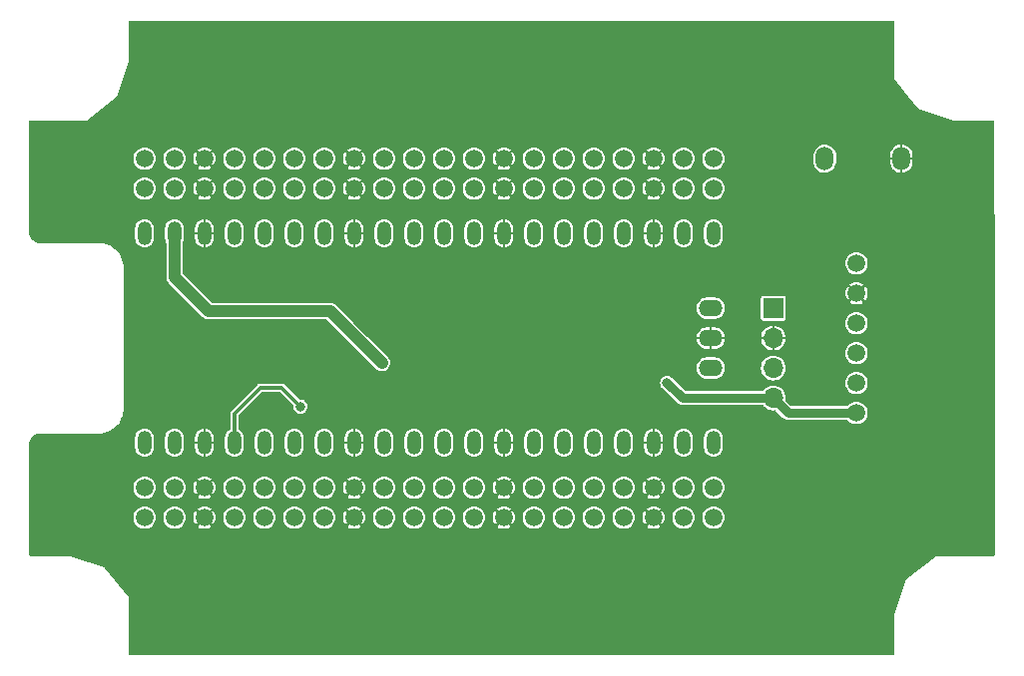
<source format=gbl>
G04 #@! TF.GenerationSoftware,KiCad,Pcbnew,(7.0.0)*
G04 #@! TF.CreationDate,2023-02-19T17:41:55+09:00*
G04 #@! TF.ProjectId,RPiPico_SimpleBoard,52506950-6963-46f5-9f53-696d706c6542,rev?*
G04 #@! TF.SameCoordinates,PX1496ff0PY1496ff0*
G04 #@! TF.FileFunction,Copper,L2,Bot*
G04 #@! TF.FilePolarity,Positive*
%FSLAX46Y46*%
G04 Gerber Fmt 4.6, Leading zero omitted, Abs format (unit mm)*
G04 Created by KiCad (PCBNEW (7.0.0)) date 2023-02-19 17:41:55*
%MOMM*%
%LPD*%
G01*
G04 APERTURE LIST*
G04 #@! TA.AperFunction,ComponentPad*
%ADD10C,1.500000*%
G04 #@! TD*
G04 #@! TA.AperFunction,ComponentPad*
%ADD11O,1.500000X2.000000*%
G04 #@! TD*
G04 #@! TA.AperFunction,ComponentPad*
%ADD12O,1.200000X2.000000*%
G04 #@! TD*
G04 #@! TA.AperFunction,ComponentPad*
%ADD13O,2.000000X1.400000*%
G04 #@! TD*
G04 #@! TA.AperFunction,ComponentPad*
%ADD14R,1.700000X1.700000*%
G04 #@! TD*
G04 #@! TA.AperFunction,ComponentPad*
%ADD15O,1.700000X1.700000*%
G04 #@! TD*
G04 #@! TA.AperFunction,ViaPad*
%ADD16C,0.800000*%
G04 #@! TD*
G04 #@! TA.AperFunction,Conductor*
%ADD17C,0.300000*%
G04 #@! TD*
G04 #@! TA.AperFunction,Conductor*
%ADD18C,1.000000*%
G04 #@! TD*
G04 #@! TA.AperFunction,Conductor*
%ADD19C,0.800000*%
G04 #@! TD*
G04 APERTURE END LIST*
D10*
G04 #@! TO.P,J5,1,Pin_1*
G04 #@! TO.N,/GP3_SWDIO*
X36265000Y6350000D03*
G04 #@! TO.P,J5,2,Pin_2*
G04 #@! TO.N,GND*
X36265000Y3810000D03*
G04 #@! TO.P,J5,3,Pin_3*
G04 #@! TO.N,/GP2_SWCLK*
X36265000Y1270000D03*
G04 #@! TO.P,J5,4,Pin_4*
G04 #@! TO.N,/GP4_U1TX*
X36265000Y-1270000D03*
G04 #@! TO.P,J5,5,Pin_5*
G04 #@! TO.N,/GP5_U1RX*
X36265000Y-3810000D03*
G04 #@! TO.P,J5,6,Pin_6*
G04 #@! TO.N,/VSYS*
X36265000Y-6350000D03*
G04 #@! TD*
D11*
G04 #@! TO.P,SW1,1,1*
G04 #@! TO.N,/RUN*
X33579999Y15239999D03*
G04 #@! TO.P,SW1,2,2*
G04 #@! TO.N,GND*
X40079999Y15239999D03*
G04 #@! TD*
D12*
G04 #@! TO.P,U1,1,GP0/SPI0_RX/I2C0_SDA/UART0_TX*
G04 #@! TO.N,/GP0*
X-24129999Y-8889999D03*
G04 #@! TO.P,U1,2,GP1/SPI0_CSn/I2C0_SCL/UART0_RX*
G04 #@! TO.N,/GP1*
X-21589999Y-8889999D03*
G04 #@! TO.P,U1,3,GND*
G04 #@! TO.N,GND*
X-19049999Y-8889999D03*
G04 #@! TO.P,U1,4,GP2/SPI0_SCK/I2C1_SDA*
G04 #@! TO.N,/GP2_SWCLK*
X-16509999Y-8889999D03*
G04 #@! TO.P,U1,5,GP3/SPI0_TX/I2C1_SCL*
G04 #@! TO.N,/GP3_SWDIO*
X-13969999Y-8889999D03*
G04 #@! TO.P,U1,6,GP4/SPI0_RX/I2C0_SDA/UART1_TX*
G04 #@! TO.N,/GP4_U1TX*
X-11429999Y-8889999D03*
G04 #@! TO.P,U1,7,GP5/SPI0_CSn/I2C0_SCL/UART1_RX*
G04 #@! TO.N,/GP5_U1RX*
X-8889999Y-8889999D03*
G04 #@! TO.P,U1,8,GND*
G04 #@! TO.N,GND*
X-6349999Y-8889999D03*
G04 #@! TO.P,U1,9,GP6/SPI0_SCK/I2C1_SDA*
G04 #@! TO.N,/GP6*
X-3809999Y-8889999D03*
G04 #@! TO.P,U1,10,GP7/SPI0_TX/I2C1_SCL*
G04 #@! TO.N,/GP7*
X-1269999Y-8889999D03*
G04 #@! TO.P,U1,11,GP8/SPI1_RX/I2C0_SDA/UART1_TX*
G04 #@! TO.N,/GP8*
X1269999Y-8889999D03*
G04 #@! TO.P,U1,12,GP9/SPI1_CSn/I2C0_SCL/UART1_RX*
G04 #@! TO.N,/GP9*
X3809999Y-8889999D03*
G04 #@! TO.P,U1,13,GND*
G04 #@! TO.N,GND*
X6349999Y-8889999D03*
G04 #@! TO.P,U1,14,GP10/SPI1_SCK/I2C1_SDA*
G04 #@! TO.N,/GP10*
X8889999Y-8889999D03*
G04 #@! TO.P,U1,15,GP11/SPI1_TX/I2C1_SCL*
G04 #@! TO.N,/GP11*
X11429999Y-8889999D03*
G04 #@! TO.P,U1,16,GP12/SPI1_RX/I2C0_SDA/UART0_TX*
G04 #@! TO.N,/GP12*
X13969999Y-8889999D03*
G04 #@! TO.P,U1,17,GP13/SPI1_CSn/I2C0_SCL/UART0_RX*
G04 #@! TO.N,/GP13*
X16509999Y-8889999D03*
G04 #@! TO.P,U1,18,GND*
G04 #@! TO.N,GND*
X19049999Y-8889999D03*
G04 #@! TO.P,U1,19,GP14/SPI1_SCK/I2C1_SDA*
G04 #@! TO.N,/GP14*
X21589999Y-8889999D03*
G04 #@! TO.P,U1,20,GP15/SPI1_TX/I2C1_SCL*
G04 #@! TO.N,/GP15*
X24129999Y-8889999D03*
G04 #@! TO.P,U1,21,GP16/SPI0_RX/I2C0_SDA/UART0_TX*
G04 #@! TO.N,/GP16*
X24129999Y8889999D03*
G04 #@! TO.P,U1,22,GP17/SPI0_CSn/I2C0_SCL/UART0_RX*
G04 #@! TO.N,/GP17*
X21589999Y8889999D03*
G04 #@! TO.P,U1,23,GND*
G04 #@! TO.N,GND*
X19049999Y8889999D03*
G04 #@! TO.P,U1,24,GP18/SPI0_SCK/I2C1_SDA*
G04 #@! TO.N,/GP18*
X16509999Y8889999D03*
G04 #@! TO.P,U1,25,GP19/SPI0_TX/I2C1_SCL*
G04 #@! TO.N,/GP19*
X13969999Y8889999D03*
G04 #@! TO.P,U1,26,GP20/I2C0_SDA*
G04 #@! TO.N,/GP20*
X11429999Y8889999D03*
G04 #@! TO.P,U1,27,GP21/I2C0_SCL*
G04 #@! TO.N,/GP21*
X8889999Y8889999D03*
G04 #@! TO.P,U1,28,GND*
G04 #@! TO.N,GND*
X6349999Y8889999D03*
G04 #@! TO.P,U1,29,GP22*
G04 #@! TO.N,/GP22*
X3809999Y8889999D03*
G04 #@! TO.P,U1,30,RUN*
G04 #@! TO.N,/RUN*
X1269999Y8889999D03*
G04 #@! TO.P,U1,31,GP26/ADC0/I2C1_SDA*
G04 #@! TO.N,/GP26*
X-1269999Y8889999D03*
G04 #@! TO.P,U1,32,GP27/ADC1/I2C1_SCL*
G04 #@! TO.N,/GP27*
X-3809999Y8889999D03*
G04 #@! TO.P,U1,33,GND/AGND*
G04 #@! TO.N,GND*
X-6349999Y8889999D03*
G04 #@! TO.P,U1,34,GP28/ADC2*
G04 #@! TO.N,/GP28*
X-8889999Y8889999D03*
G04 #@! TO.P,U1,35,ADC_VREF*
G04 #@! TO.N,/ADC_VREF*
X-11429999Y8889999D03*
G04 #@! TO.P,U1,36,3V3_OUT*
G04 #@! TO.N,/3V3_OUT*
X-13969999Y8889999D03*
G04 #@! TO.P,U1,37,3V3_EN*
G04 #@! TO.N,/3V3_EN*
X-16509999Y8889999D03*
G04 #@! TO.P,U1,38,GND*
G04 #@! TO.N,GND*
X-19049999Y8889999D03*
G04 #@! TO.P,U1,39,VSYS*
G04 #@! TO.N,/VSYS*
X-21589999Y8889999D03*
G04 #@! TO.P,U1,40,VBUS*
G04 #@! TO.N,/VBUS*
X-24129999Y8889999D03*
D13*
G04 #@! TO.P,U1,41,SWCLK*
G04 #@! TO.N,/SWCLK*
X23899999Y-2539999D03*
G04 #@! TO.P,U1,42,GND*
G04 #@! TO.N,GND*
X23899999Y0D03*
G04 #@! TO.P,U1,43,SWDIO*
G04 #@! TO.N,/SWDIO*
X23899999Y2539999D03*
G04 #@! TD*
D10*
G04 #@! TO.P,J3,1,Pin_1*
G04 #@! TO.N,/VBUS*
X-24130000Y12700000D03*
G04 #@! TO.P,J3,2,Pin_2*
G04 #@! TO.N,/VSYS*
X-21590000Y12700000D03*
G04 #@! TO.P,J3,3,Pin_3*
G04 #@! TO.N,GND*
X-19050000Y12700000D03*
G04 #@! TO.P,J3,4,Pin_4*
G04 #@! TO.N,/3V3_EN*
X-16510000Y12700000D03*
G04 #@! TO.P,J3,5,Pin_5*
G04 #@! TO.N,/3V3_OUT*
X-13970000Y12700000D03*
G04 #@! TO.P,J3,6,Pin_6*
G04 #@! TO.N,/ADC_VREF*
X-11430000Y12700000D03*
G04 #@! TO.P,J3,7,Pin_7*
G04 #@! TO.N,/GP28*
X-8890000Y12700000D03*
G04 #@! TO.P,J3,8,Pin_8*
G04 #@! TO.N,GND*
X-6350000Y12700000D03*
G04 #@! TO.P,J3,9,Pin_9*
G04 #@! TO.N,/GP27*
X-3810000Y12700000D03*
G04 #@! TO.P,J3,10,Pin_10*
G04 #@! TO.N,/GP26*
X-1270000Y12700000D03*
G04 #@! TO.P,J3,11,Pin_11*
G04 #@! TO.N,/RUN*
X1270000Y12700000D03*
G04 #@! TO.P,J3,12,Pin_12*
G04 #@! TO.N,/GP22*
X3810000Y12700000D03*
G04 #@! TO.P,J3,13,Pin_13*
G04 #@! TO.N,GND*
X6350000Y12700000D03*
G04 #@! TO.P,J3,14,Pin_14*
G04 #@! TO.N,/GP21*
X8890000Y12700000D03*
G04 #@! TO.P,J3,15,Pin_15*
G04 #@! TO.N,/GP20*
X11430000Y12700000D03*
G04 #@! TO.P,J3,16,Pin_16*
G04 #@! TO.N,/GP19*
X13970000Y12700000D03*
G04 #@! TO.P,J3,17,Pin_17*
G04 #@! TO.N,/GP18*
X16510000Y12700000D03*
G04 #@! TO.P,J3,18,Pin_18*
G04 #@! TO.N,GND*
X19050000Y12700000D03*
G04 #@! TO.P,J3,19,Pin_19*
G04 #@! TO.N,/GP17*
X21590000Y12700000D03*
G04 #@! TO.P,J3,20,Pin_20*
G04 #@! TO.N,/GP16*
X24130000Y12700000D03*
G04 #@! TD*
G04 #@! TO.P,J1,1,Pin_1*
G04 #@! TO.N,/GP0*
X-24130000Y-15240000D03*
G04 #@! TO.P,J1,2,Pin_2*
G04 #@! TO.N,/GP1*
X-21590000Y-15240000D03*
G04 #@! TO.P,J1,3,Pin_3*
G04 #@! TO.N,GND*
X-19050000Y-15240000D03*
G04 #@! TO.P,J1,4,Pin_4*
G04 #@! TO.N,/GP2_SWCLK*
X-16510000Y-15240000D03*
G04 #@! TO.P,J1,5,Pin_5*
G04 #@! TO.N,/GP3_SWDIO*
X-13970000Y-15240000D03*
G04 #@! TO.P,J1,6,Pin_6*
G04 #@! TO.N,/GP4_U1TX*
X-11430000Y-15240000D03*
G04 #@! TO.P,J1,7,Pin_7*
G04 #@! TO.N,/GP5_U1RX*
X-8890000Y-15240000D03*
G04 #@! TO.P,J1,8,Pin_8*
G04 #@! TO.N,GND*
X-6350000Y-15240000D03*
G04 #@! TO.P,J1,9,Pin_9*
G04 #@! TO.N,/GP6*
X-3810000Y-15240000D03*
G04 #@! TO.P,J1,10,Pin_10*
G04 #@! TO.N,/GP7*
X-1270000Y-15240000D03*
G04 #@! TO.P,J1,11,Pin_11*
G04 #@! TO.N,/GP8*
X1270000Y-15240000D03*
G04 #@! TO.P,J1,12,Pin_12*
G04 #@! TO.N,/GP9*
X3810000Y-15240000D03*
G04 #@! TO.P,J1,13,Pin_13*
G04 #@! TO.N,GND*
X6350000Y-15240000D03*
G04 #@! TO.P,J1,14,Pin_14*
G04 #@! TO.N,/GP10*
X8890000Y-15240000D03*
G04 #@! TO.P,J1,15,Pin_15*
G04 #@! TO.N,/GP11*
X11430000Y-15240000D03*
G04 #@! TO.P,J1,16,Pin_16*
G04 #@! TO.N,/GP12*
X13970000Y-15240000D03*
G04 #@! TO.P,J1,17,Pin_17*
G04 #@! TO.N,/GP13*
X16510000Y-15240000D03*
G04 #@! TO.P,J1,18,Pin_18*
G04 #@! TO.N,GND*
X19050000Y-15240000D03*
G04 #@! TO.P,J1,19,Pin_19*
G04 #@! TO.N,/GP14*
X21590000Y-15240000D03*
G04 #@! TO.P,J1,20,Pin_20*
G04 #@! TO.N,/GP15*
X24130000Y-15240000D03*
G04 #@! TD*
G04 #@! TO.P,J2,1,Pin_1*
G04 #@! TO.N,/GP0*
X-24130000Y-12700000D03*
G04 #@! TO.P,J2,2,Pin_2*
G04 #@! TO.N,/GP1*
X-21590000Y-12700000D03*
G04 #@! TO.P,J2,3,Pin_3*
G04 #@! TO.N,GND*
X-19050000Y-12700000D03*
G04 #@! TO.P,J2,4,Pin_4*
G04 #@! TO.N,/GP2_SWCLK*
X-16510000Y-12700000D03*
G04 #@! TO.P,J2,5,Pin_5*
G04 #@! TO.N,/GP3_SWDIO*
X-13970000Y-12700000D03*
G04 #@! TO.P,J2,6,Pin_6*
G04 #@! TO.N,/GP4_U1TX*
X-11430000Y-12700000D03*
G04 #@! TO.P,J2,7,Pin_7*
G04 #@! TO.N,/GP5_U1RX*
X-8890000Y-12700000D03*
G04 #@! TO.P,J2,8,Pin_8*
G04 #@! TO.N,GND*
X-6350000Y-12700000D03*
G04 #@! TO.P,J2,9,Pin_9*
G04 #@! TO.N,/GP6*
X-3810000Y-12700000D03*
G04 #@! TO.P,J2,10,Pin_10*
G04 #@! TO.N,/GP7*
X-1270000Y-12700000D03*
G04 #@! TO.P,J2,11,Pin_11*
G04 #@! TO.N,/GP8*
X1270000Y-12700000D03*
G04 #@! TO.P,J2,12,Pin_12*
G04 #@! TO.N,/GP9*
X3810000Y-12700000D03*
G04 #@! TO.P,J2,13,Pin_13*
G04 #@! TO.N,GND*
X6350000Y-12700000D03*
G04 #@! TO.P,J2,14,Pin_14*
G04 #@! TO.N,/GP10*
X8890000Y-12700000D03*
G04 #@! TO.P,J2,15,Pin_15*
G04 #@! TO.N,/GP11*
X11430000Y-12700000D03*
G04 #@! TO.P,J2,16,Pin_16*
G04 #@! TO.N,/GP12*
X13970000Y-12700000D03*
G04 #@! TO.P,J2,17,Pin_17*
G04 #@! TO.N,/GP13*
X16510000Y-12700000D03*
G04 #@! TO.P,J2,18,Pin_18*
G04 #@! TO.N,GND*
X19050000Y-12700000D03*
G04 #@! TO.P,J2,19,Pin_19*
G04 #@! TO.N,/GP14*
X21590000Y-12700000D03*
G04 #@! TO.P,J2,20,Pin_20*
G04 #@! TO.N,/GP15*
X24130000Y-12700000D03*
G04 #@! TD*
G04 #@! TO.P,J4,1,Pin_1*
G04 #@! TO.N,/VBUS*
X-24130000Y15240000D03*
G04 #@! TO.P,J4,2,Pin_2*
G04 #@! TO.N,/VSYS*
X-21590000Y15240000D03*
G04 #@! TO.P,J4,3,Pin_3*
G04 #@! TO.N,GND*
X-19050000Y15240000D03*
G04 #@! TO.P,J4,4,Pin_4*
G04 #@! TO.N,/3V3_EN*
X-16510000Y15240000D03*
G04 #@! TO.P,J4,5,Pin_5*
G04 #@! TO.N,/3V3_OUT*
X-13970000Y15240000D03*
G04 #@! TO.P,J4,6,Pin_6*
G04 #@! TO.N,/ADC_VREF*
X-11430000Y15240000D03*
G04 #@! TO.P,J4,7,Pin_7*
G04 #@! TO.N,/GP28*
X-8890000Y15240000D03*
G04 #@! TO.P,J4,8,Pin_8*
G04 #@! TO.N,GND*
X-6350000Y15240000D03*
G04 #@! TO.P,J4,9,Pin_9*
G04 #@! TO.N,/GP27*
X-3810000Y15240000D03*
G04 #@! TO.P,J4,10,Pin_10*
G04 #@! TO.N,/GP26*
X-1270000Y15240000D03*
G04 #@! TO.P,J4,11,Pin_11*
G04 #@! TO.N,/RUN*
X1270000Y15240000D03*
G04 #@! TO.P,J4,12,Pin_12*
G04 #@! TO.N,/GP22*
X3810000Y15240000D03*
G04 #@! TO.P,J4,13,Pin_13*
G04 #@! TO.N,GND*
X6350000Y15240000D03*
G04 #@! TO.P,J4,14,Pin_14*
G04 #@! TO.N,/GP21*
X8890000Y15240000D03*
G04 #@! TO.P,J4,15,Pin_15*
G04 #@! TO.N,/GP20*
X11430000Y15240000D03*
G04 #@! TO.P,J4,16,Pin_16*
G04 #@! TO.N,/GP19*
X13970000Y15240000D03*
G04 #@! TO.P,J4,17,Pin_17*
G04 #@! TO.N,/GP18*
X16510000Y15240000D03*
G04 #@! TO.P,J4,18,Pin_18*
G04 #@! TO.N,GND*
X19050000Y15240000D03*
G04 #@! TO.P,J4,19,Pin_19*
G04 #@! TO.N,/GP17*
X21590000Y15240000D03*
G04 #@! TO.P,J4,20,Pin_20*
G04 #@! TO.N,/GP16*
X24130000Y15240000D03*
G04 #@! TD*
D14*
G04 #@! TO.P,J6,1,Pin_1*
G04 #@! TO.N,/SWDIO*
X29209999Y2539999D03*
D15*
G04 #@! TO.P,J6,2,Pin_2*
G04 #@! TO.N,GND*
X29209999Y0D03*
G04 #@! TO.P,J6,3,Pin_3*
G04 #@! TO.N,/SWCLK*
X29209999Y-2539999D03*
G04 #@! TO.P,J6,4,Pin_4*
G04 #@! TO.N,/VSYS*
X29209999Y-5079999D03*
G04 #@! TD*
D16*
G04 #@! TO.N,/GP2_SWCLK*
X-10900000Y-5800000D03*
G04 #@! TO.N,GND*
X-15000000Y25000000D03*
X30900000Y-7900000D03*
X28600000Y-7900000D03*
X45000000Y-15000000D03*
X18900000Y-4200000D03*
X-30000000Y10000000D03*
X10000000Y25000000D03*
X-12600000Y-3300000D03*
X34600000Y-7500000D03*
X32600000Y3800000D03*
X-5000000Y25000000D03*
X21900000Y-4000000D03*
X-30000000Y-15000000D03*
X-25000000Y-25000000D03*
X45000000Y0D03*
X-17800000Y-7500000D03*
X-8700000Y700000D03*
X5100000Y17800000D03*
X-15000000Y-25000000D03*
X-8900000Y-6400000D03*
X-8100000Y-4200000D03*
X-25000000Y25000000D03*
X-3300000Y-1000000D03*
X27200000Y3800000D03*
X-2900000Y6400000D03*
X-20000000Y-25000000D03*
X6300000Y3700000D03*
X35000000Y25000000D03*
X27200000Y-3900000D03*
X35000000Y-25000000D03*
X27200000Y19600000D03*
X15000000Y25000000D03*
X20000000Y-25000000D03*
X17900000Y-3300000D03*
X-200000Y7300000D03*
X18900000Y-5900000D03*
X-10000000Y-25000000D03*
X27200000Y17600000D03*
X0Y-25000000D03*
X-12700000Y-7700000D03*
X22300000Y3800000D03*
X6300000Y5500000D03*
X-20000000Y25000000D03*
X5000000Y25000000D03*
X-12300000Y-5600000D03*
X6300000Y-5900000D03*
X5000000Y-25000000D03*
X-7600000Y-7700000D03*
X6300000Y-3700000D03*
X-30000000Y-10000000D03*
X28100000Y-9700000D03*
X22300000Y-1400000D03*
X45000000Y-5000000D03*
X30900000Y-9700000D03*
X25000000Y25000000D03*
X10000000Y-25000000D03*
X-3600000Y-3300000D03*
X-18200000Y3500000D03*
X22300000Y1300000D03*
X-200000Y3700000D03*
X-15200000Y-7700000D03*
X45000000Y5000000D03*
X45000000Y-10000000D03*
X37600000Y0D03*
X-11000000Y-4500000D03*
X31400000Y14300000D03*
X-10000000Y25000000D03*
X30000000Y25000000D03*
X40000000Y-20000000D03*
X-6800000Y2500000D03*
X-8900000Y3600000D03*
X-30000000Y15000000D03*
X-5400000Y1100000D03*
X15000000Y-25000000D03*
X30000000Y-25000000D03*
X31400000Y16200000D03*
X-18400000Y1000000D03*
X-17000000Y-5400000D03*
X35100000Y0D03*
X25700000Y-7700000D03*
X-200000Y5500000D03*
X19000000Y5500000D03*
X-22800000Y5500000D03*
X0Y25000000D03*
X-7200000Y-700000D03*
X20000000Y25000000D03*
X-6300000Y-5900000D03*
X45000000Y10000000D03*
X6300000Y-700000D03*
X25000000Y-25000000D03*
X31100000Y-4000000D03*
X34300000Y7300000D03*
X-20400000Y5700000D03*
X45000000Y15000000D03*
X31000000Y3800000D03*
X-5800000Y-1900000D03*
X-5000000Y-25000000D03*
X-4200000Y-300000D03*
G04 #@! TO.N,/VSYS*
X20200000Y-3800000D03*
X-4000000Y-2100000D03*
G04 #@! TD*
D17*
G04 #@! TO.N,/GP2_SWCLK*
X-16510000Y-6410000D02*
X-16510000Y-8890000D01*
X-10900000Y-5800000D02*
X-12500000Y-4200000D01*
X-14300000Y-4200000D02*
X-16510000Y-6410000D01*
X-12500000Y-4200000D02*
X-14300000Y-4200000D01*
D18*
G04 #@! TO.N,/VSYS*
X-21590000Y5190000D02*
X-21590000Y8890000D01*
X-8400000Y2300000D02*
X-18700000Y2300000D01*
X-18700000Y2300000D02*
X-21590000Y5190000D01*
D19*
X30480000Y-6350000D02*
X29210000Y-5080000D01*
X29210000Y-5080000D02*
X21480000Y-5080000D01*
D18*
X-4000000Y-2100000D02*
X-8400000Y2300000D01*
D19*
X36265000Y-6350000D02*
X30480000Y-6350000D01*
X21480000Y-5080000D02*
X20200000Y-3800000D01*
G04 #@! TD*
G04 #@! TA.AperFunction,Conductor*
G04 #@! TO.N,GND*
G36*
X39450500Y26911237D02*
G01*
X39486737Y26875000D01*
X39500000Y26825500D01*
X39500000Y22000000D01*
X39505226Y21993467D01*
X39505228Y21993464D01*
X40689138Y20513577D01*
X41500000Y19500000D01*
X44500000Y18500000D01*
X47842653Y18500000D01*
X47892046Y18486798D01*
X47928266Y18450713D01*
X47941651Y18401370D01*
X47999923Y2778256D01*
X47999999Y2758097D01*
X48000000Y2757728D01*
X48000000Y-18401000D01*
X47986737Y-18450500D01*
X47950500Y-18486737D01*
X47901000Y-18500000D01*
X43000000Y-18500000D01*
X42993467Y-18505226D01*
X42993464Y-18505228D01*
X40511175Y-20491059D01*
X40511173Y-20491061D01*
X40500000Y-20500000D01*
X40495475Y-20513574D01*
X40495474Y-20513576D01*
X39502523Y-23492429D01*
X39502522Y-23492432D01*
X39500000Y-23500000D01*
X39500000Y-23507981D01*
X39500000Y-26825500D01*
X39486737Y-26875000D01*
X39450500Y-26911237D01*
X39401000Y-26924500D01*
X-25401000Y-26924500D01*
X-25450500Y-26911237D01*
X-25486737Y-26875000D01*
X-25500000Y-26825500D01*
X-25500000Y-22008371D01*
X-25500000Y-22000000D01*
X-25505226Y-21993467D01*
X-25505228Y-21993464D01*
X-27491059Y-19511175D01*
X-27491061Y-19511173D01*
X-27500000Y-19500000D01*
X-27513574Y-19495475D01*
X-27513576Y-19495474D01*
X-30492429Y-18502523D01*
X-30492432Y-18502522D01*
X-30500000Y-18500000D01*
X-30507981Y-18500000D01*
X-33825500Y-18500000D01*
X-33875000Y-18486737D01*
X-33911237Y-18450500D01*
X-33924500Y-18401000D01*
X-33924500Y-15240000D01*
X-25085099Y-15240000D01*
X-25066747Y-15426331D01*
X-25012396Y-15605501D01*
X-24924136Y-15770625D01*
X-24805357Y-15915357D01*
X-24660625Y-16034136D01*
X-24495501Y-16122396D01*
X-24316331Y-16176747D01*
X-24130000Y-16195099D01*
X-23943669Y-16176747D01*
X-23764499Y-16122396D01*
X-23599375Y-16034136D01*
X-23531615Y-15978527D01*
X-23458407Y-15918446D01*
X-23454643Y-15915357D01*
X-23335864Y-15770625D01*
X-23247604Y-15605501D01*
X-23246191Y-15600844D01*
X-23194665Y-15430987D01*
X-23194664Y-15430983D01*
X-23193253Y-15426331D01*
X-23174901Y-15240000D01*
X-22545099Y-15240000D01*
X-22526747Y-15426331D01*
X-22472396Y-15605501D01*
X-22384136Y-15770625D01*
X-22265357Y-15915357D01*
X-22120625Y-16034136D01*
X-21955501Y-16122396D01*
X-21776331Y-16176747D01*
X-21590000Y-16195099D01*
X-21403669Y-16176747D01*
X-21224499Y-16122396D01*
X-21059375Y-16034136D01*
X-20991616Y-15978527D01*
X-19642853Y-15978527D01*
X-19636614Y-15987541D01*
X-19584109Y-16030629D01*
X-19576055Y-16036012D01*
X-19419601Y-16119638D01*
X-19410652Y-16123345D01*
X-19240890Y-16174842D01*
X-19231391Y-16176731D01*
X-19054843Y-16194120D01*
X-19045157Y-16194120D01*
X-18868610Y-16176731D01*
X-18859111Y-16174842D01*
X-18689349Y-16123345D01*
X-18680400Y-16119638D01*
X-18523943Y-16036010D01*
X-18515897Y-16030634D01*
X-18463386Y-15987539D01*
X-18457149Y-15978527D01*
X-18462471Y-15968950D01*
X-19040786Y-15390635D01*
X-19050000Y-15385315D01*
X-19059215Y-15390635D01*
X-19637530Y-15968949D01*
X-19642853Y-15978527D01*
X-20991616Y-15978527D01*
X-20914643Y-15915357D01*
X-20795864Y-15770625D01*
X-20707604Y-15605501D01*
X-20653253Y-15426331D01*
X-20635378Y-15244843D01*
X-20004120Y-15244843D01*
X-19986732Y-15421390D01*
X-19984843Y-15430889D01*
X-19933346Y-15600651D01*
X-19929639Y-15609600D01*
X-19846012Y-15766056D01*
X-19840634Y-15774104D01*
X-19797542Y-15826613D01*
X-19788529Y-15832851D01*
X-19778951Y-15827528D01*
X-19200636Y-15249214D01*
X-19195316Y-15240000D01*
X-18904685Y-15240000D01*
X-18899365Y-15249214D01*
X-18321050Y-15827529D01*
X-18311473Y-15832851D01*
X-18302461Y-15826614D01*
X-18259366Y-15774103D01*
X-18253990Y-15766057D01*
X-18170362Y-15609600D01*
X-18166655Y-15600651D01*
X-18115158Y-15430889D01*
X-18113269Y-15421390D01*
X-18095880Y-15244843D01*
X-18095880Y-15240000D01*
X-17465099Y-15240000D01*
X-17446747Y-15426331D01*
X-17445336Y-15430983D01*
X-17445335Y-15430987D01*
X-17393809Y-15600844D01*
X-17392396Y-15605501D01*
X-17304136Y-15770625D01*
X-17185357Y-15915357D01*
X-17181593Y-15918446D01*
X-17108385Y-15978527D01*
X-17040625Y-16034136D01*
X-16875501Y-16122396D01*
X-16696331Y-16176747D01*
X-16510000Y-16195099D01*
X-16323669Y-16176747D01*
X-16144499Y-16122396D01*
X-15979375Y-16034136D01*
X-15834643Y-15915357D01*
X-15715864Y-15770625D01*
X-15627604Y-15605501D01*
X-15573253Y-15426331D01*
X-15554901Y-15240000D01*
X-14925099Y-15240000D01*
X-14906747Y-15426331D01*
X-14905336Y-15430983D01*
X-14905335Y-15430987D01*
X-14853809Y-15600844D01*
X-14852396Y-15605501D01*
X-14764136Y-15770625D01*
X-14645357Y-15915357D01*
X-14641593Y-15918446D01*
X-14568385Y-15978527D01*
X-14500625Y-16034136D01*
X-14335501Y-16122396D01*
X-14156331Y-16176747D01*
X-13970000Y-16195099D01*
X-13783669Y-16176747D01*
X-13604499Y-16122396D01*
X-13439375Y-16034136D01*
X-13294643Y-15915357D01*
X-13175864Y-15770625D01*
X-13087604Y-15605501D01*
X-13033253Y-15426331D01*
X-13014901Y-15240000D01*
X-12385099Y-15240000D01*
X-12366747Y-15426331D01*
X-12365336Y-15430983D01*
X-12365335Y-15430987D01*
X-12313809Y-15600844D01*
X-12312396Y-15605501D01*
X-12224136Y-15770625D01*
X-12105357Y-15915357D01*
X-12101593Y-15918446D01*
X-12028385Y-15978527D01*
X-11960625Y-16034136D01*
X-11795501Y-16122396D01*
X-11616331Y-16176747D01*
X-11430000Y-16195099D01*
X-11243669Y-16176747D01*
X-11064499Y-16122396D01*
X-10899375Y-16034136D01*
X-10754643Y-15915357D01*
X-10635864Y-15770625D01*
X-10547604Y-15605501D01*
X-10493253Y-15426331D01*
X-10474901Y-15240000D01*
X-9845099Y-15240000D01*
X-9826747Y-15426331D01*
X-9825336Y-15430983D01*
X-9825335Y-15430987D01*
X-9773809Y-15600844D01*
X-9772396Y-15605501D01*
X-9684136Y-15770625D01*
X-9565357Y-15915357D01*
X-9561593Y-15918446D01*
X-9488385Y-15978527D01*
X-9420625Y-16034136D01*
X-9255501Y-16122396D01*
X-9076331Y-16176747D01*
X-8890000Y-16195099D01*
X-8703669Y-16176747D01*
X-8524499Y-16122396D01*
X-8359375Y-16034136D01*
X-8291616Y-15978527D01*
X-6942853Y-15978527D01*
X-6936614Y-15987541D01*
X-6884109Y-16030629D01*
X-6876055Y-16036012D01*
X-6719601Y-16119638D01*
X-6710652Y-16123345D01*
X-6540890Y-16174842D01*
X-6531391Y-16176731D01*
X-6354843Y-16194120D01*
X-6345157Y-16194120D01*
X-6168610Y-16176731D01*
X-6159111Y-16174842D01*
X-5989349Y-16123345D01*
X-5980400Y-16119638D01*
X-5823943Y-16036010D01*
X-5815897Y-16030634D01*
X-5763386Y-15987539D01*
X-5757149Y-15978527D01*
X-5762471Y-15968950D01*
X-6340786Y-15390635D01*
X-6350000Y-15385315D01*
X-6359215Y-15390635D01*
X-6937530Y-15968949D01*
X-6942853Y-15978527D01*
X-8291616Y-15978527D01*
X-8214643Y-15915357D01*
X-8095864Y-15770625D01*
X-8007604Y-15605501D01*
X-7953253Y-15426331D01*
X-7935378Y-15244843D01*
X-7304120Y-15244843D01*
X-7286732Y-15421390D01*
X-7284843Y-15430889D01*
X-7233346Y-15600651D01*
X-7229639Y-15609600D01*
X-7146012Y-15766056D01*
X-7140634Y-15774104D01*
X-7097542Y-15826613D01*
X-7088529Y-15832851D01*
X-7078951Y-15827528D01*
X-6500636Y-15249214D01*
X-6495316Y-15240000D01*
X-6204685Y-15240000D01*
X-6199365Y-15249214D01*
X-5621050Y-15827529D01*
X-5611473Y-15832851D01*
X-5602461Y-15826614D01*
X-5559366Y-15774103D01*
X-5553990Y-15766057D01*
X-5470362Y-15609600D01*
X-5466655Y-15600651D01*
X-5415158Y-15430889D01*
X-5413269Y-15421390D01*
X-5395880Y-15244843D01*
X-5395880Y-15240000D01*
X-4765099Y-15240000D01*
X-4746747Y-15426331D01*
X-4745336Y-15430983D01*
X-4745335Y-15430987D01*
X-4693809Y-15600844D01*
X-4692396Y-15605501D01*
X-4604136Y-15770625D01*
X-4485357Y-15915357D01*
X-4481593Y-15918446D01*
X-4408385Y-15978527D01*
X-4340625Y-16034136D01*
X-4175501Y-16122396D01*
X-3996331Y-16176747D01*
X-3810000Y-16195099D01*
X-3623669Y-16176747D01*
X-3444499Y-16122396D01*
X-3279375Y-16034136D01*
X-3134643Y-15915357D01*
X-3015864Y-15770625D01*
X-2927604Y-15605501D01*
X-2873253Y-15426331D01*
X-2854901Y-15240000D01*
X-2225099Y-15240000D01*
X-2206747Y-15426331D01*
X-2205336Y-15430983D01*
X-2205335Y-15430987D01*
X-2153809Y-15600844D01*
X-2152396Y-15605501D01*
X-2064136Y-15770625D01*
X-1945357Y-15915357D01*
X-1941593Y-15918446D01*
X-1868385Y-15978527D01*
X-1800625Y-16034136D01*
X-1635501Y-16122396D01*
X-1456331Y-16176747D01*
X-1270000Y-16195099D01*
X-1083669Y-16176747D01*
X-904499Y-16122396D01*
X-739375Y-16034136D01*
X-594643Y-15915357D01*
X-475864Y-15770625D01*
X-387604Y-15605501D01*
X-333253Y-15426331D01*
X-314901Y-15240000D01*
X314901Y-15240000D01*
X333253Y-15426331D01*
X334664Y-15430983D01*
X334665Y-15430987D01*
X386191Y-15600844D01*
X387604Y-15605501D01*
X475864Y-15770625D01*
X594643Y-15915357D01*
X598407Y-15918446D01*
X671615Y-15978527D01*
X739375Y-16034136D01*
X904499Y-16122396D01*
X1083669Y-16176747D01*
X1270000Y-16195099D01*
X1456331Y-16176747D01*
X1635501Y-16122396D01*
X1800625Y-16034136D01*
X1945357Y-15915357D01*
X2064136Y-15770625D01*
X2152396Y-15605501D01*
X2206747Y-15426331D01*
X2225099Y-15240000D01*
X2854901Y-15240000D01*
X2873253Y-15426331D01*
X2874664Y-15430983D01*
X2874665Y-15430987D01*
X2926191Y-15600844D01*
X2927604Y-15605501D01*
X3015864Y-15770625D01*
X3134643Y-15915357D01*
X3138407Y-15918446D01*
X3211615Y-15978527D01*
X3279375Y-16034136D01*
X3444499Y-16122396D01*
X3623669Y-16176747D01*
X3810000Y-16195099D01*
X3996331Y-16176747D01*
X4175501Y-16122396D01*
X4340625Y-16034136D01*
X4408384Y-15978527D01*
X5757147Y-15978527D01*
X5763386Y-15987541D01*
X5815891Y-16030629D01*
X5823945Y-16036012D01*
X5980399Y-16119638D01*
X5989348Y-16123345D01*
X6159110Y-16174842D01*
X6168609Y-16176731D01*
X6345157Y-16194120D01*
X6354843Y-16194120D01*
X6531390Y-16176731D01*
X6540889Y-16174842D01*
X6710651Y-16123345D01*
X6719600Y-16119638D01*
X6876057Y-16036010D01*
X6884103Y-16030634D01*
X6936614Y-15987539D01*
X6942851Y-15978527D01*
X6937529Y-15968950D01*
X6359214Y-15390635D01*
X6350000Y-15385315D01*
X6340785Y-15390635D01*
X5762470Y-15968949D01*
X5757147Y-15978527D01*
X4408384Y-15978527D01*
X4485357Y-15915357D01*
X4604136Y-15770625D01*
X4692396Y-15605501D01*
X4746747Y-15426331D01*
X4764622Y-15244843D01*
X5395880Y-15244843D01*
X5413268Y-15421390D01*
X5415157Y-15430889D01*
X5466654Y-15600651D01*
X5470361Y-15609600D01*
X5553988Y-15766056D01*
X5559366Y-15774104D01*
X5602458Y-15826613D01*
X5611471Y-15832851D01*
X5621049Y-15827528D01*
X6199364Y-15249214D01*
X6204684Y-15240000D01*
X6495315Y-15240000D01*
X6500635Y-15249214D01*
X7078950Y-15827529D01*
X7088527Y-15832851D01*
X7097539Y-15826614D01*
X7140634Y-15774103D01*
X7146010Y-15766057D01*
X7229638Y-15609600D01*
X7233345Y-15600651D01*
X7284842Y-15430889D01*
X7286731Y-15421390D01*
X7304120Y-15244843D01*
X7304120Y-15240000D01*
X7934901Y-15240000D01*
X7953253Y-15426331D01*
X7954664Y-15430983D01*
X7954665Y-15430987D01*
X8006191Y-15600844D01*
X8007604Y-15605501D01*
X8095864Y-15770625D01*
X8214643Y-15915357D01*
X8218407Y-15918446D01*
X8291615Y-15978527D01*
X8359375Y-16034136D01*
X8524499Y-16122396D01*
X8703669Y-16176747D01*
X8890000Y-16195099D01*
X9076331Y-16176747D01*
X9255501Y-16122396D01*
X9420625Y-16034136D01*
X9565357Y-15915357D01*
X9684136Y-15770625D01*
X9772396Y-15605501D01*
X9826747Y-15426331D01*
X9845099Y-15240000D01*
X10474901Y-15240000D01*
X10493253Y-15426331D01*
X10494664Y-15430983D01*
X10494665Y-15430987D01*
X10546191Y-15600844D01*
X10547604Y-15605501D01*
X10635864Y-15770625D01*
X10754643Y-15915357D01*
X10758407Y-15918446D01*
X10831615Y-15978527D01*
X10899375Y-16034136D01*
X11064499Y-16122396D01*
X11243669Y-16176747D01*
X11430000Y-16195099D01*
X11616331Y-16176747D01*
X11795501Y-16122396D01*
X11960625Y-16034136D01*
X12105357Y-15915357D01*
X12224136Y-15770625D01*
X12312396Y-15605501D01*
X12366747Y-15426331D01*
X12385099Y-15240000D01*
X13014901Y-15240000D01*
X13033253Y-15426331D01*
X13034664Y-15430983D01*
X13034665Y-15430987D01*
X13086191Y-15600844D01*
X13087604Y-15605501D01*
X13175864Y-15770625D01*
X13294643Y-15915357D01*
X13298407Y-15918446D01*
X13371615Y-15978527D01*
X13439375Y-16034136D01*
X13604499Y-16122396D01*
X13783669Y-16176747D01*
X13970000Y-16195099D01*
X14156331Y-16176747D01*
X14335501Y-16122396D01*
X14500625Y-16034136D01*
X14645357Y-15915357D01*
X14764136Y-15770625D01*
X14852396Y-15605501D01*
X14906747Y-15426331D01*
X14925099Y-15240000D01*
X15554901Y-15240000D01*
X15573253Y-15426331D01*
X15574664Y-15430983D01*
X15574665Y-15430987D01*
X15626191Y-15600844D01*
X15627604Y-15605501D01*
X15715864Y-15770625D01*
X15834643Y-15915357D01*
X15838407Y-15918446D01*
X15911615Y-15978527D01*
X15979375Y-16034136D01*
X16144499Y-16122396D01*
X16323669Y-16176747D01*
X16510000Y-16195099D01*
X16696331Y-16176747D01*
X16875501Y-16122396D01*
X17040625Y-16034136D01*
X17108384Y-15978527D01*
X18457147Y-15978527D01*
X18463386Y-15987541D01*
X18515891Y-16030629D01*
X18523945Y-16036012D01*
X18680399Y-16119638D01*
X18689348Y-16123345D01*
X18859110Y-16174842D01*
X18868609Y-16176731D01*
X19045157Y-16194120D01*
X19054843Y-16194120D01*
X19231390Y-16176731D01*
X19240889Y-16174842D01*
X19410651Y-16123345D01*
X19419600Y-16119638D01*
X19576057Y-16036010D01*
X19584103Y-16030634D01*
X19636614Y-15987539D01*
X19642851Y-15978527D01*
X19637529Y-15968950D01*
X19059214Y-15390635D01*
X19050000Y-15385315D01*
X19040785Y-15390635D01*
X18462470Y-15968949D01*
X18457147Y-15978527D01*
X17108384Y-15978527D01*
X17185357Y-15915357D01*
X17304136Y-15770625D01*
X17392396Y-15605501D01*
X17446747Y-15426331D01*
X17464622Y-15244843D01*
X18095880Y-15244843D01*
X18113268Y-15421390D01*
X18115157Y-15430889D01*
X18166654Y-15600651D01*
X18170361Y-15609600D01*
X18253988Y-15766056D01*
X18259366Y-15774104D01*
X18302458Y-15826613D01*
X18311471Y-15832851D01*
X18321049Y-15827528D01*
X18899364Y-15249214D01*
X18904684Y-15240000D01*
X19195315Y-15240000D01*
X19200635Y-15249214D01*
X19778950Y-15827529D01*
X19788527Y-15832851D01*
X19797539Y-15826614D01*
X19840634Y-15774103D01*
X19846010Y-15766057D01*
X19929638Y-15609600D01*
X19933345Y-15600651D01*
X19984842Y-15430889D01*
X19986731Y-15421390D01*
X20004120Y-15244843D01*
X20004120Y-15240000D01*
X20634901Y-15240000D01*
X20653253Y-15426331D01*
X20654664Y-15430983D01*
X20654665Y-15430987D01*
X20706191Y-15600844D01*
X20707604Y-15605501D01*
X20795864Y-15770625D01*
X20914643Y-15915357D01*
X20918407Y-15918446D01*
X20991615Y-15978527D01*
X21059375Y-16034136D01*
X21224499Y-16122396D01*
X21403669Y-16176747D01*
X21590000Y-16195099D01*
X21776331Y-16176747D01*
X21955501Y-16122396D01*
X22120625Y-16034136D01*
X22265357Y-15915357D01*
X22384136Y-15770625D01*
X22472396Y-15605501D01*
X22526747Y-15426331D01*
X22545099Y-15240000D01*
X23174901Y-15240000D01*
X23193253Y-15426331D01*
X23194664Y-15430983D01*
X23194665Y-15430987D01*
X23246191Y-15600844D01*
X23247604Y-15605501D01*
X23335864Y-15770625D01*
X23454643Y-15915357D01*
X23458407Y-15918446D01*
X23531615Y-15978527D01*
X23599375Y-16034136D01*
X23764499Y-16122396D01*
X23943669Y-16176747D01*
X24130000Y-16195099D01*
X24316331Y-16176747D01*
X24495501Y-16122396D01*
X24660625Y-16034136D01*
X24805357Y-15915357D01*
X24924136Y-15770625D01*
X25012396Y-15605501D01*
X25066747Y-15426331D01*
X25085099Y-15240000D01*
X25066747Y-15053669D01*
X25012396Y-14874499D01*
X24924136Y-14709375D01*
X24805357Y-14564643D01*
X24717400Y-14492458D01*
X24664382Y-14448947D01*
X24664380Y-14448945D01*
X24660625Y-14445864D01*
X24495501Y-14357604D01*
X24490846Y-14356192D01*
X24490844Y-14356191D01*
X24320987Y-14304665D01*
X24320983Y-14304664D01*
X24316331Y-14303253D01*
X24130000Y-14284901D01*
X24125157Y-14285378D01*
X23948511Y-14302776D01*
X23948509Y-14302776D01*
X23943669Y-14303253D01*
X23939018Y-14304663D01*
X23939012Y-14304665D01*
X23769155Y-14356191D01*
X23769149Y-14356193D01*
X23764499Y-14357604D01*
X23760211Y-14359895D01*
X23760206Y-14359898D01*
X23603662Y-14443572D01*
X23603657Y-14443574D01*
X23599375Y-14445864D01*
X23595624Y-14448942D01*
X23595617Y-14448947D01*
X23458407Y-14561553D01*
X23458401Y-14561558D01*
X23454643Y-14564643D01*
X23451558Y-14568401D01*
X23451553Y-14568407D01*
X23338947Y-14705617D01*
X23338942Y-14705624D01*
X23335864Y-14709375D01*
X23333574Y-14713657D01*
X23333572Y-14713662D01*
X23249898Y-14870206D01*
X23249895Y-14870211D01*
X23247604Y-14874499D01*
X23246193Y-14879149D01*
X23246191Y-14879155D01*
X23194665Y-15049012D01*
X23194663Y-15049018D01*
X23193253Y-15053669D01*
X23174901Y-15240000D01*
X22545099Y-15240000D01*
X22526747Y-15053669D01*
X22472396Y-14874499D01*
X22384136Y-14709375D01*
X22265357Y-14564643D01*
X22177400Y-14492458D01*
X22124382Y-14448947D01*
X22124380Y-14448945D01*
X22120625Y-14445864D01*
X21955501Y-14357604D01*
X21950846Y-14356192D01*
X21950844Y-14356191D01*
X21780987Y-14304665D01*
X21780983Y-14304664D01*
X21776331Y-14303253D01*
X21590000Y-14284901D01*
X21585157Y-14285378D01*
X21408511Y-14302776D01*
X21408509Y-14302776D01*
X21403669Y-14303253D01*
X21399018Y-14304663D01*
X21399012Y-14304665D01*
X21229155Y-14356191D01*
X21229149Y-14356193D01*
X21224499Y-14357604D01*
X21220211Y-14359895D01*
X21220206Y-14359898D01*
X21063662Y-14443572D01*
X21063657Y-14443574D01*
X21059375Y-14445864D01*
X21055624Y-14448942D01*
X21055617Y-14448947D01*
X20918407Y-14561553D01*
X20918401Y-14561558D01*
X20914643Y-14564643D01*
X20911558Y-14568401D01*
X20911553Y-14568407D01*
X20798947Y-14705617D01*
X20798942Y-14705624D01*
X20795864Y-14709375D01*
X20793574Y-14713657D01*
X20793572Y-14713662D01*
X20709898Y-14870206D01*
X20709895Y-14870211D01*
X20707604Y-14874499D01*
X20706193Y-14879149D01*
X20706191Y-14879155D01*
X20654665Y-15049012D01*
X20654663Y-15049018D01*
X20653253Y-15053669D01*
X20634901Y-15240000D01*
X20004120Y-15240000D01*
X20004120Y-15235157D01*
X19986731Y-15058609D01*
X19984842Y-15049110D01*
X19933345Y-14879348D01*
X19929638Y-14870399D01*
X19846012Y-14713945D01*
X19840629Y-14705891D01*
X19797541Y-14653386D01*
X19788527Y-14647147D01*
X19778949Y-14652470D01*
X19200635Y-15230785D01*
X19195315Y-15240000D01*
X18904684Y-15240000D01*
X18899364Y-15230785D01*
X18321049Y-14652470D01*
X18311471Y-14647147D01*
X18302459Y-14653385D01*
X18259366Y-14705895D01*
X18253988Y-14713943D01*
X18170361Y-14870399D01*
X18166654Y-14879348D01*
X18115157Y-15049110D01*
X18113268Y-15058609D01*
X18095880Y-15235157D01*
X18095880Y-15244843D01*
X17464622Y-15244843D01*
X17465099Y-15240000D01*
X17446747Y-15053669D01*
X17392396Y-14874499D01*
X17304136Y-14709375D01*
X17185357Y-14564643D01*
X17108382Y-14501471D01*
X18457147Y-14501471D01*
X18462470Y-14511049D01*
X19040785Y-15089364D01*
X19050000Y-15094684D01*
X19059214Y-15089364D01*
X19637528Y-14511049D01*
X19642851Y-14501471D01*
X19636613Y-14492458D01*
X19584104Y-14449366D01*
X19576056Y-14443988D01*
X19419600Y-14360361D01*
X19410651Y-14356654D01*
X19240889Y-14305157D01*
X19231390Y-14303268D01*
X19054843Y-14285880D01*
X19045157Y-14285880D01*
X18868609Y-14303268D01*
X18859110Y-14305157D01*
X18689348Y-14356654D01*
X18680399Y-14360361D01*
X18523943Y-14443988D01*
X18515895Y-14449366D01*
X18463385Y-14492459D01*
X18457147Y-14501471D01*
X17108382Y-14501471D01*
X17097400Y-14492458D01*
X17044382Y-14448947D01*
X17044380Y-14448945D01*
X17040625Y-14445864D01*
X16875501Y-14357604D01*
X16870846Y-14356192D01*
X16870844Y-14356191D01*
X16700987Y-14304665D01*
X16700983Y-14304664D01*
X16696331Y-14303253D01*
X16510000Y-14284901D01*
X16505157Y-14285378D01*
X16328511Y-14302776D01*
X16328509Y-14302776D01*
X16323669Y-14303253D01*
X16319018Y-14304663D01*
X16319012Y-14304665D01*
X16149155Y-14356191D01*
X16149149Y-14356193D01*
X16144499Y-14357604D01*
X16140211Y-14359895D01*
X16140206Y-14359898D01*
X15983662Y-14443572D01*
X15983657Y-14443574D01*
X15979375Y-14445864D01*
X15975624Y-14448942D01*
X15975617Y-14448947D01*
X15838407Y-14561553D01*
X15838401Y-14561558D01*
X15834643Y-14564643D01*
X15831558Y-14568401D01*
X15831553Y-14568407D01*
X15718947Y-14705617D01*
X15718942Y-14705624D01*
X15715864Y-14709375D01*
X15713574Y-14713657D01*
X15713572Y-14713662D01*
X15629898Y-14870206D01*
X15629895Y-14870211D01*
X15627604Y-14874499D01*
X15626193Y-14879149D01*
X15626191Y-14879155D01*
X15574665Y-15049012D01*
X15574663Y-15049018D01*
X15573253Y-15053669D01*
X15554901Y-15240000D01*
X14925099Y-15240000D01*
X14906747Y-15053669D01*
X14852396Y-14874499D01*
X14764136Y-14709375D01*
X14645357Y-14564643D01*
X14557400Y-14492458D01*
X14504382Y-14448947D01*
X14504380Y-14448945D01*
X14500625Y-14445864D01*
X14335501Y-14357604D01*
X14330846Y-14356192D01*
X14330844Y-14356191D01*
X14160987Y-14304665D01*
X14160983Y-14304664D01*
X14156331Y-14303253D01*
X13970000Y-14284901D01*
X13965157Y-14285378D01*
X13788511Y-14302776D01*
X13788509Y-14302776D01*
X13783669Y-14303253D01*
X13779018Y-14304663D01*
X13779012Y-14304665D01*
X13609155Y-14356191D01*
X13609149Y-14356193D01*
X13604499Y-14357604D01*
X13600211Y-14359895D01*
X13600206Y-14359898D01*
X13443662Y-14443572D01*
X13443657Y-14443574D01*
X13439375Y-14445864D01*
X13435624Y-14448942D01*
X13435617Y-14448947D01*
X13298407Y-14561553D01*
X13298401Y-14561558D01*
X13294643Y-14564643D01*
X13291558Y-14568401D01*
X13291553Y-14568407D01*
X13178947Y-14705617D01*
X13178942Y-14705624D01*
X13175864Y-14709375D01*
X13173574Y-14713657D01*
X13173572Y-14713662D01*
X13089898Y-14870206D01*
X13089895Y-14870211D01*
X13087604Y-14874499D01*
X13086193Y-14879149D01*
X13086191Y-14879155D01*
X13034665Y-15049012D01*
X13034663Y-15049018D01*
X13033253Y-15053669D01*
X13014901Y-15240000D01*
X12385099Y-15240000D01*
X12366747Y-15053669D01*
X12312396Y-14874499D01*
X12224136Y-14709375D01*
X12105357Y-14564643D01*
X12017400Y-14492458D01*
X11964382Y-14448947D01*
X11964380Y-14448945D01*
X11960625Y-14445864D01*
X11795501Y-14357604D01*
X11790846Y-14356192D01*
X11790844Y-14356191D01*
X11620987Y-14304665D01*
X11620983Y-14304664D01*
X11616331Y-14303253D01*
X11430000Y-14284901D01*
X11425157Y-14285378D01*
X11248511Y-14302776D01*
X11248509Y-14302776D01*
X11243669Y-14303253D01*
X11239018Y-14304663D01*
X11239012Y-14304665D01*
X11069155Y-14356191D01*
X11069149Y-14356193D01*
X11064499Y-14357604D01*
X11060211Y-14359895D01*
X11060206Y-14359898D01*
X10903662Y-14443572D01*
X10903657Y-14443574D01*
X10899375Y-14445864D01*
X10895624Y-14448942D01*
X10895617Y-14448947D01*
X10758407Y-14561553D01*
X10758401Y-14561558D01*
X10754643Y-14564643D01*
X10751558Y-14568401D01*
X10751553Y-14568407D01*
X10638947Y-14705617D01*
X10638942Y-14705624D01*
X10635864Y-14709375D01*
X10633574Y-14713657D01*
X10633572Y-14713662D01*
X10549898Y-14870206D01*
X10549895Y-14870211D01*
X10547604Y-14874499D01*
X10546193Y-14879149D01*
X10546191Y-14879155D01*
X10494665Y-15049012D01*
X10494663Y-15049018D01*
X10493253Y-15053669D01*
X10474901Y-15240000D01*
X9845099Y-15240000D01*
X9826747Y-15053669D01*
X9772396Y-14874499D01*
X9684136Y-14709375D01*
X9565357Y-14564643D01*
X9477400Y-14492458D01*
X9424382Y-14448947D01*
X9424380Y-14448945D01*
X9420625Y-14445864D01*
X9255501Y-14357604D01*
X9250846Y-14356192D01*
X9250844Y-14356191D01*
X9080987Y-14304665D01*
X9080983Y-14304664D01*
X9076331Y-14303253D01*
X8890000Y-14284901D01*
X8885157Y-14285378D01*
X8708511Y-14302776D01*
X8708509Y-14302776D01*
X8703669Y-14303253D01*
X8699018Y-14304663D01*
X8699012Y-14304665D01*
X8529155Y-14356191D01*
X8529149Y-14356193D01*
X8524499Y-14357604D01*
X8520211Y-14359895D01*
X8520206Y-14359898D01*
X8363662Y-14443572D01*
X8363657Y-14443574D01*
X8359375Y-14445864D01*
X8355624Y-14448942D01*
X8355617Y-14448947D01*
X8218407Y-14561553D01*
X8218401Y-14561558D01*
X8214643Y-14564643D01*
X8211558Y-14568401D01*
X8211553Y-14568407D01*
X8098947Y-14705617D01*
X8098942Y-14705624D01*
X8095864Y-14709375D01*
X8093574Y-14713657D01*
X8093572Y-14713662D01*
X8009898Y-14870206D01*
X8009895Y-14870211D01*
X8007604Y-14874499D01*
X8006193Y-14879149D01*
X8006191Y-14879155D01*
X7954665Y-15049012D01*
X7954663Y-15049018D01*
X7953253Y-15053669D01*
X7934901Y-15240000D01*
X7304120Y-15240000D01*
X7304120Y-15235157D01*
X7286731Y-15058609D01*
X7284842Y-15049110D01*
X7233345Y-14879348D01*
X7229638Y-14870399D01*
X7146012Y-14713945D01*
X7140629Y-14705891D01*
X7097541Y-14653386D01*
X7088527Y-14647147D01*
X7078949Y-14652470D01*
X6500635Y-15230785D01*
X6495315Y-15240000D01*
X6204684Y-15240000D01*
X6199364Y-15230785D01*
X5621049Y-14652470D01*
X5611471Y-14647147D01*
X5602459Y-14653385D01*
X5559366Y-14705895D01*
X5553988Y-14713943D01*
X5470361Y-14870399D01*
X5466654Y-14879348D01*
X5415157Y-15049110D01*
X5413268Y-15058609D01*
X5395880Y-15235157D01*
X5395880Y-15244843D01*
X4764622Y-15244843D01*
X4765099Y-15240000D01*
X4746747Y-15053669D01*
X4692396Y-14874499D01*
X4604136Y-14709375D01*
X4485357Y-14564643D01*
X4408382Y-14501471D01*
X5757147Y-14501471D01*
X5762470Y-14511049D01*
X6340785Y-15089364D01*
X6350000Y-15094684D01*
X6359214Y-15089364D01*
X6937528Y-14511049D01*
X6942851Y-14501471D01*
X6936613Y-14492458D01*
X6884104Y-14449366D01*
X6876056Y-14443988D01*
X6719600Y-14360361D01*
X6710651Y-14356654D01*
X6540889Y-14305157D01*
X6531390Y-14303268D01*
X6354843Y-14285880D01*
X6345157Y-14285880D01*
X6168609Y-14303268D01*
X6159110Y-14305157D01*
X5989348Y-14356654D01*
X5980399Y-14360361D01*
X5823943Y-14443988D01*
X5815895Y-14449366D01*
X5763385Y-14492459D01*
X5757147Y-14501471D01*
X4408382Y-14501471D01*
X4397400Y-14492458D01*
X4344382Y-14448947D01*
X4344380Y-14448945D01*
X4340625Y-14445864D01*
X4175501Y-14357604D01*
X4170846Y-14356192D01*
X4170844Y-14356191D01*
X4000987Y-14304665D01*
X4000983Y-14304664D01*
X3996331Y-14303253D01*
X3810000Y-14284901D01*
X3805157Y-14285378D01*
X3628511Y-14302776D01*
X3628509Y-14302776D01*
X3623669Y-14303253D01*
X3619018Y-14304663D01*
X3619012Y-14304665D01*
X3449155Y-14356191D01*
X3449149Y-14356193D01*
X3444499Y-14357604D01*
X3440211Y-14359895D01*
X3440206Y-14359898D01*
X3283662Y-14443572D01*
X3283657Y-14443574D01*
X3279375Y-14445864D01*
X3275624Y-14448942D01*
X3275617Y-14448947D01*
X3138407Y-14561553D01*
X3138401Y-14561558D01*
X3134643Y-14564643D01*
X3131558Y-14568401D01*
X3131553Y-14568407D01*
X3018947Y-14705617D01*
X3018942Y-14705624D01*
X3015864Y-14709375D01*
X3013574Y-14713657D01*
X3013572Y-14713662D01*
X2929898Y-14870206D01*
X2929895Y-14870211D01*
X2927604Y-14874499D01*
X2926193Y-14879149D01*
X2926191Y-14879155D01*
X2874665Y-15049012D01*
X2874663Y-15049018D01*
X2873253Y-15053669D01*
X2854901Y-15240000D01*
X2225099Y-15240000D01*
X2206747Y-15053669D01*
X2152396Y-14874499D01*
X2064136Y-14709375D01*
X1945357Y-14564643D01*
X1857400Y-14492458D01*
X1804382Y-14448947D01*
X1804380Y-14448945D01*
X1800625Y-14445864D01*
X1635501Y-14357604D01*
X1630846Y-14356192D01*
X1630844Y-14356191D01*
X1460987Y-14304665D01*
X1460983Y-14304664D01*
X1456331Y-14303253D01*
X1270000Y-14284901D01*
X1265157Y-14285378D01*
X1088511Y-14302776D01*
X1088509Y-14302776D01*
X1083669Y-14303253D01*
X1079018Y-14304663D01*
X1079012Y-14304665D01*
X909155Y-14356191D01*
X909149Y-14356193D01*
X904499Y-14357604D01*
X900211Y-14359895D01*
X900206Y-14359898D01*
X743662Y-14443572D01*
X743657Y-14443574D01*
X739375Y-14445864D01*
X735624Y-14448942D01*
X735617Y-14448947D01*
X598407Y-14561553D01*
X598401Y-14561558D01*
X594643Y-14564643D01*
X591558Y-14568401D01*
X591553Y-14568407D01*
X478947Y-14705617D01*
X478942Y-14705624D01*
X475864Y-14709375D01*
X473574Y-14713657D01*
X473572Y-14713662D01*
X389898Y-14870206D01*
X389895Y-14870211D01*
X387604Y-14874499D01*
X386193Y-14879149D01*
X386191Y-14879155D01*
X334665Y-15049012D01*
X334663Y-15049018D01*
X333253Y-15053669D01*
X314901Y-15240000D01*
X-314901Y-15240000D01*
X-333253Y-15053669D01*
X-387604Y-14874499D01*
X-475864Y-14709375D01*
X-594643Y-14564643D01*
X-682600Y-14492458D01*
X-735618Y-14448947D01*
X-735620Y-14448945D01*
X-739375Y-14445864D01*
X-904499Y-14357604D01*
X-909154Y-14356192D01*
X-909156Y-14356191D01*
X-1079013Y-14304665D01*
X-1079017Y-14304664D01*
X-1083669Y-14303253D01*
X-1270000Y-14284901D01*
X-1274843Y-14285378D01*
X-1451489Y-14302776D01*
X-1451491Y-14302776D01*
X-1456331Y-14303253D01*
X-1460982Y-14304663D01*
X-1460988Y-14304665D01*
X-1630845Y-14356191D01*
X-1630851Y-14356193D01*
X-1635501Y-14357604D01*
X-1639789Y-14359895D01*
X-1639794Y-14359898D01*
X-1796338Y-14443572D01*
X-1796343Y-14443574D01*
X-1800625Y-14445864D01*
X-1804376Y-14448942D01*
X-1804383Y-14448947D01*
X-1941593Y-14561553D01*
X-1941599Y-14561558D01*
X-1945357Y-14564643D01*
X-1948442Y-14568401D01*
X-1948447Y-14568407D01*
X-2061053Y-14705617D01*
X-2061058Y-14705624D01*
X-2064136Y-14709375D01*
X-2066426Y-14713657D01*
X-2066428Y-14713662D01*
X-2150102Y-14870206D01*
X-2150105Y-14870211D01*
X-2152396Y-14874499D01*
X-2153807Y-14879149D01*
X-2153809Y-14879155D01*
X-2205335Y-15049012D01*
X-2205337Y-15049018D01*
X-2206747Y-15053669D01*
X-2225099Y-15240000D01*
X-2854901Y-15240000D01*
X-2873253Y-15053669D01*
X-2927604Y-14874499D01*
X-3015864Y-14709375D01*
X-3134643Y-14564643D01*
X-3222600Y-14492458D01*
X-3275618Y-14448947D01*
X-3275620Y-14448945D01*
X-3279375Y-14445864D01*
X-3444499Y-14357604D01*
X-3449154Y-14356192D01*
X-3449156Y-14356191D01*
X-3619013Y-14304665D01*
X-3619017Y-14304664D01*
X-3623669Y-14303253D01*
X-3810000Y-14284901D01*
X-3814843Y-14285378D01*
X-3991489Y-14302776D01*
X-3991491Y-14302776D01*
X-3996331Y-14303253D01*
X-4000982Y-14304663D01*
X-4000988Y-14304665D01*
X-4170845Y-14356191D01*
X-4170851Y-14356193D01*
X-4175501Y-14357604D01*
X-4179789Y-14359895D01*
X-4179794Y-14359898D01*
X-4336338Y-14443572D01*
X-4336343Y-14443574D01*
X-4340625Y-14445864D01*
X-4344376Y-14448942D01*
X-4344383Y-14448947D01*
X-4481593Y-14561553D01*
X-4481599Y-14561558D01*
X-4485357Y-14564643D01*
X-4488442Y-14568401D01*
X-4488447Y-14568407D01*
X-4601053Y-14705617D01*
X-4601058Y-14705624D01*
X-4604136Y-14709375D01*
X-4606426Y-14713657D01*
X-4606428Y-14713662D01*
X-4690102Y-14870206D01*
X-4690105Y-14870211D01*
X-4692396Y-14874499D01*
X-4693807Y-14879149D01*
X-4693809Y-14879155D01*
X-4745335Y-15049012D01*
X-4745337Y-15049018D01*
X-4746747Y-15053669D01*
X-4765099Y-15240000D01*
X-5395880Y-15240000D01*
X-5395880Y-15235157D01*
X-5413269Y-15058609D01*
X-5415158Y-15049110D01*
X-5466655Y-14879348D01*
X-5470362Y-14870399D01*
X-5553988Y-14713945D01*
X-5559371Y-14705891D01*
X-5602459Y-14653386D01*
X-5611473Y-14647147D01*
X-5621051Y-14652470D01*
X-6199365Y-15230785D01*
X-6204685Y-15240000D01*
X-6495316Y-15240000D01*
X-6500636Y-15230785D01*
X-7078951Y-14652470D01*
X-7088529Y-14647147D01*
X-7097541Y-14653385D01*
X-7140634Y-14705895D01*
X-7146012Y-14713943D01*
X-7229639Y-14870399D01*
X-7233346Y-14879348D01*
X-7284843Y-15049110D01*
X-7286732Y-15058609D01*
X-7304120Y-15235157D01*
X-7304120Y-15244843D01*
X-7935378Y-15244843D01*
X-7934901Y-15240000D01*
X-7953253Y-15053669D01*
X-8007604Y-14874499D01*
X-8095864Y-14709375D01*
X-8214643Y-14564643D01*
X-8291618Y-14501471D01*
X-6942853Y-14501471D01*
X-6937530Y-14511049D01*
X-6359215Y-15089364D01*
X-6350000Y-15094684D01*
X-6340786Y-15089364D01*
X-5762472Y-14511049D01*
X-5757149Y-14501471D01*
X-5763387Y-14492458D01*
X-5815896Y-14449366D01*
X-5823944Y-14443988D01*
X-5980400Y-14360361D01*
X-5989349Y-14356654D01*
X-6159111Y-14305157D01*
X-6168610Y-14303268D01*
X-6345157Y-14285880D01*
X-6354843Y-14285880D01*
X-6531391Y-14303268D01*
X-6540890Y-14305157D01*
X-6710652Y-14356654D01*
X-6719601Y-14360361D01*
X-6876057Y-14443988D01*
X-6884105Y-14449366D01*
X-6936615Y-14492459D01*
X-6942853Y-14501471D01*
X-8291618Y-14501471D01*
X-8302600Y-14492458D01*
X-8355618Y-14448947D01*
X-8355620Y-14448945D01*
X-8359375Y-14445864D01*
X-8524499Y-14357604D01*
X-8529154Y-14356192D01*
X-8529156Y-14356191D01*
X-8699013Y-14304665D01*
X-8699017Y-14304664D01*
X-8703669Y-14303253D01*
X-8890000Y-14284901D01*
X-8894843Y-14285378D01*
X-9071489Y-14302776D01*
X-9071491Y-14302776D01*
X-9076331Y-14303253D01*
X-9080982Y-14304663D01*
X-9080988Y-14304665D01*
X-9250845Y-14356191D01*
X-9250851Y-14356193D01*
X-9255501Y-14357604D01*
X-9259789Y-14359895D01*
X-9259794Y-14359898D01*
X-9416338Y-14443572D01*
X-9416343Y-14443574D01*
X-9420625Y-14445864D01*
X-9424376Y-14448942D01*
X-9424383Y-14448947D01*
X-9561593Y-14561553D01*
X-9561599Y-14561558D01*
X-9565357Y-14564643D01*
X-9568442Y-14568401D01*
X-9568447Y-14568407D01*
X-9681053Y-14705617D01*
X-9681058Y-14705624D01*
X-9684136Y-14709375D01*
X-9686426Y-14713657D01*
X-9686428Y-14713662D01*
X-9770102Y-14870206D01*
X-9770105Y-14870211D01*
X-9772396Y-14874499D01*
X-9773807Y-14879149D01*
X-9773809Y-14879155D01*
X-9825335Y-15049012D01*
X-9825337Y-15049018D01*
X-9826747Y-15053669D01*
X-9845099Y-15240000D01*
X-10474901Y-15240000D01*
X-10493253Y-15053669D01*
X-10547604Y-14874499D01*
X-10635864Y-14709375D01*
X-10754643Y-14564643D01*
X-10842600Y-14492458D01*
X-10895618Y-14448947D01*
X-10895620Y-14448945D01*
X-10899375Y-14445864D01*
X-11064499Y-14357604D01*
X-11069154Y-14356192D01*
X-11069156Y-14356191D01*
X-11239013Y-14304665D01*
X-11239017Y-14304664D01*
X-11243669Y-14303253D01*
X-11430000Y-14284901D01*
X-11434843Y-14285378D01*
X-11611489Y-14302776D01*
X-11611491Y-14302776D01*
X-11616331Y-14303253D01*
X-11620982Y-14304663D01*
X-11620988Y-14304665D01*
X-11790845Y-14356191D01*
X-11790851Y-14356193D01*
X-11795501Y-14357604D01*
X-11799789Y-14359895D01*
X-11799794Y-14359898D01*
X-11956338Y-14443572D01*
X-11956343Y-14443574D01*
X-11960625Y-14445864D01*
X-11964376Y-14448942D01*
X-11964383Y-14448947D01*
X-12101593Y-14561553D01*
X-12101599Y-14561558D01*
X-12105357Y-14564643D01*
X-12108442Y-14568401D01*
X-12108447Y-14568407D01*
X-12221053Y-14705617D01*
X-12221058Y-14705624D01*
X-12224136Y-14709375D01*
X-12226426Y-14713657D01*
X-12226428Y-14713662D01*
X-12310102Y-14870206D01*
X-12310105Y-14870211D01*
X-12312396Y-14874499D01*
X-12313807Y-14879149D01*
X-12313809Y-14879155D01*
X-12365335Y-15049012D01*
X-12365337Y-15049018D01*
X-12366747Y-15053669D01*
X-12385099Y-15240000D01*
X-13014901Y-15240000D01*
X-13033253Y-15053669D01*
X-13087604Y-14874499D01*
X-13175864Y-14709375D01*
X-13294643Y-14564643D01*
X-13382600Y-14492458D01*
X-13435618Y-14448947D01*
X-13435620Y-14448945D01*
X-13439375Y-14445864D01*
X-13604499Y-14357604D01*
X-13609154Y-14356192D01*
X-13609156Y-14356191D01*
X-13779013Y-14304665D01*
X-13779017Y-14304664D01*
X-13783669Y-14303253D01*
X-13970000Y-14284901D01*
X-13974843Y-14285378D01*
X-14151489Y-14302776D01*
X-14151491Y-14302776D01*
X-14156331Y-14303253D01*
X-14160982Y-14304663D01*
X-14160988Y-14304665D01*
X-14330845Y-14356191D01*
X-14330851Y-14356193D01*
X-14335501Y-14357604D01*
X-14339789Y-14359895D01*
X-14339794Y-14359898D01*
X-14496338Y-14443572D01*
X-14496343Y-14443574D01*
X-14500625Y-14445864D01*
X-14504376Y-14448942D01*
X-14504383Y-14448947D01*
X-14641593Y-14561553D01*
X-14641599Y-14561558D01*
X-14645357Y-14564643D01*
X-14648442Y-14568401D01*
X-14648447Y-14568407D01*
X-14761053Y-14705617D01*
X-14761058Y-14705624D01*
X-14764136Y-14709375D01*
X-14766426Y-14713657D01*
X-14766428Y-14713662D01*
X-14850102Y-14870206D01*
X-14850105Y-14870211D01*
X-14852396Y-14874499D01*
X-14853807Y-14879149D01*
X-14853809Y-14879155D01*
X-14905335Y-15049012D01*
X-14905337Y-15049018D01*
X-14906747Y-15053669D01*
X-14925099Y-15240000D01*
X-15554901Y-15240000D01*
X-15573253Y-15053669D01*
X-15627604Y-14874499D01*
X-15715864Y-14709375D01*
X-15834643Y-14564643D01*
X-15922600Y-14492458D01*
X-15975618Y-14448947D01*
X-15975620Y-14448945D01*
X-15979375Y-14445864D01*
X-16144499Y-14357604D01*
X-16149154Y-14356192D01*
X-16149156Y-14356191D01*
X-16319013Y-14304665D01*
X-16319017Y-14304664D01*
X-16323669Y-14303253D01*
X-16510000Y-14284901D01*
X-16514843Y-14285378D01*
X-16691489Y-14302776D01*
X-16691491Y-14302776D01*
X-16696331Y-14303253D01*
X-16700982Y-14304663D01*
X-16700988Y-14304665D01*
X-16870845Y-14356191D01*
X-16870851Y-14356193D01*
X-16875501Y-14357604D01*
X-16879789Y-14359895D01*
X-16879794Y-14359898D01*
X-17036338Y-14443572D01*
X-17036343Y-14443574D01*
X-17040625Y-14445864D01*
X-17044376Y-14448942D01*
X-17044383Y-14448947D01*
X-17181593Y-14561553D01*
X-17181599Y-14561558D01*
X-17185357Y-14564643D01*
X-17188442Y-14568401D01*
X-17188447Y-14568407D01*
X-17301053Y-14705617D01*
X-17301058Y-14705624D01*
X-17304136Y-14709375D01*
X-17306426Y-14713657D01*
X-17306428Y-14713662D01*
X-17390102Y-14870206D01*
X-17390105Y-14870211D01*
X-17392396Y-14874499D01*
X-17393807Y-14879149D01*
X-17393809Y-14879155D01*
X-17445335Y-15049012D01*
X-17445337Y-15049018D01*
X-17446747Y-15053669D01*
X-17465099Y-15240000D01*
X-18095880Y-15240000D01*
X-18095880Y-15235157D01*
X-18113269Y-15058609D01*
X-18115158Y-15049110D01*
X-18166655Y-14879348D01*
X-18170362Y-14870399D01*
X-18253988Y-14713945D01*
X-18259371Y-14705891D01*
X-18302459Y-14653386D01*
X-18311473Y-14647147D01*
X-18321051Y-14652470D01*
X-18899365Y-15230785D01*
X-18904685Y-15240000D01*
X-19195316Y-15240000D01*
X-19200636Y-15230785D01*
X-19778951Y-14652470D01*
X-19788529Y-14647147D01*
X-19797541Y-14653385D01*
X-19840634Y-14705895D01*
X-19846012Y-14713943D01*
X-19929639Y-14870399D01*
X-19933346Y-14879348D01*
X-19984843Y-15049110D01*
X-19986732Y-15058609D01*
X-20004120Y-15235157D01*
X-20004120Y-15244843D01*
X-20635378Y-15244843D01*
X-20634901Y-15240000D01*
X-20653253Y-15053669D01*
X-20707604Y-14874499D01*
X-20795864Y-14709375D01*
X-20914643Y-14564643D01*
X-20991618Y-14501471D01*
X-19642853Y-14501471D01*
X-19637530Y-14511049D01*
X-19059215Y-15089364D01*
X-19050000Y-15094684D01*
X-19040786Y-15089364D01*
X-18462472Y-14511049D01*
X-18457149Y-14501471D01*
X-18463387Y-14492458D01*
X-18515896Y-14449366D01*
X-18523944Y-14443988D01*
X-18680400Y-14360361D01*
X-18689349Y-14356654D01*
X-18859111Y-14305157D01*
X-18868610Y-14303268D01*
X-19045157Y-14285880D01*
X-19054843Y-14285880D01*
X-19231391Y-14303268D01*
X-19240890Y-14305157D01*
X-19410652Y-14356654D01*
X-19419601Y-14360361D01*
X-19576057Y-14443988D01*
X-19584105Y-14449366D01*
X-19636615Y-14492459D01*
X-19642853Y-14501471D01*
X-20991618Y-14501471D01*
X-21002600Y-14492458D01*
X-21055618Y-14448947D01*
X-21055620Y-14448945D01*
X-21059375Y-14445864D01*
X-21224499Y-14357604D01*
X-21229154Y-14356192D01*
X-21229156Y-14356191D01*
X-21399013Y-14304665D01*
X-21399017Y-14304664D01*
X-21403669Y-14303253D01*
X-21590000Y-14284901D01*
X-21776331Y-14303253D01*
X-21780983Y-14304664D01*
X-21780987Y-14304665D01*
X-21950844Y-14356191D01*
X-21950846Y-14356192D01*
X-21955501Y-14357604D01*
X-22120625Y-14445864D01*
X-22124380Y-14448945D01*
X-22124382Y-14448947D01*
X-22177400Y-14492458D01*
X-22265357Y-14564643D01*
X-22384136Y-14709375D01*
X-22472396Y-14874499D01*
X-22526747Y-15053669D01*
X-22545099Y-15240000D01*
X-23174901Y-15240000D01*
X-23193253Y-15053669D01*
X-23194663Y-15049018D01*
X-23194665Y-15049012D01*
X-23246191Y-14879155D01*
X-23246193Y-14879149D01*
X-23247604Y-14874499D01*
X-23249895Y-14870211D01*
X-23249898Y-14870206D01*
X-23333572Y-14713662D01*
X-23333574Y-14713657D01*
X-23335864Y-14709375D01*
X-23338942Y-14705624D01*
X-23338947Y-14705617D01*
X-23451553Y-14568407D01*
X-23451558Y-14568401D01*
X-23454643Y-14564643D01*
X-23458401Y-14561558D01*
X-23458407Y-14561553D01*
X-23595617Y-14448947D01*
X-23595624Y-14448942D01*
X-23599375Y-14445864D01*
X-23603657Y-14443574D01*
X-23603662Y-14443572D01*
X-23760206Y-14359898D01*
X-23760211Y-14359895D01*
X-23764499Y-14357604D01*
X-23769149Y-14356193D01*
X-23769155Y-14356191D01*
X-23939012Y-14304665D01*
X-23939018Y-14304663D01*
X-23943669Y-14303253D01*
X-23948509Y-14302776D01*
X-23948511Y-14302776D01*
X-24125157Y-14285378D01*
X-24130000Y-14284901D01*
X-24316331Y-14303253D01*
X-24320983Y-14304664D01*
X-24320987Y-14304665D01*
X-24490844Y-14356191D01*
X-24490846Y-14356192D01*
X-24495501Y-14357604D01*
X-24660625Y-14445864D01*
X-24664380Y-14448945D01*
X-24664382Y-14448947D01*
X-24717400Y-14492458D01*
X-24805357Y-14564643D01*
X-24924136Y-14709375D01*
X-25012396Y-14874499D01*
X-25066747Y-15053669D01*
X-25085099Y-15240000D01*
X-33924500Y-15240000D01*
X-33924500Y-12700000D01*
X-25085099Y-12700000D01*
X-25066747Y-12886331D01*
X-25012396Y-13065501D01*
X-24924136Y-13230625D01*
X-24805357Y-13375357D01*
X-24660625Y-13494136D01*
X-24495501Y-13582396D01*
X-24316331Y-13636747D01*
X-24130000Y-13655099D01*
X-23943669Y-13636747D01*
X-23764499Y-13582396D01*
X-23599375Y-13494136D01*
X-23531615Y-13438527D01*
X-23458407Y-13378446D01*
X-23454643Y-13375357D01*
X-23335864Y-13230625D01*
X-23247604Y-13065501D01*
X-23246191Y-13060844D01*
X-23194665Y-12890987D01*
X-23194664Y-12890983D01*
X-23193253Y-12886331D01*
X-23174901Y-12700000D01*
X-22545099Y-12700000D01*
X-22526747Y-12886331D01*
X-22472396Y-13065501D01*
X-22384136Y-13230625D01*
X-22265357Y-13375357D01*
X-22120625Y-13494136D01*
X-21955501Y-13582396D01*
X-21776331Y-13636747D01*
X-21590000Y-13655099D01*
X-21403669Y-13636747D01*
X-21224499Y-13582396D01*
X-21059375Y-13494136D01*
X-20991616Y-13438527D01*
X-19642853Y-13438527D01*
X-19636614Y-13447541D01*
X-19584109Y-13490629D01*
X-19576055Y-13496012D01*
X-19419601Y-13579638D01*
X-19410652Y-13583345D01*
X-19240890Y-13634842D01*
X-19231391Y-13636731D01*
X-19054843Y-13654120D01*
X-19045157Y-13654120D01*
X-18868610Y-13636731D01*
X-18859111Y-13634842D01*
X-18689349Y-13583345D01*
X-18680400Y-13579638D01*
X-18523943Y-13496010D01*
X-18515897Y-13490634D01*
X-18463386Y-13447539D01*
X-18457149Y-13438527D01*
X-18462471Y-13428950D01*
X-19040786Y-12850635D01*
X-19050000Y-12845315D01*
X-19059215Y-12850635D01*
X-19637530Y-13428949D01*
X-19642853Y-13438527D01*
X-20991616Y-13438527D01*
X-20914643Y-13375357D01*
X-20795864Y-13230625D01*
X-20707604Y-13065501D01*
X-20653253Y-12886331D01*
X-20635378Y-12704843D01*
X-20004120Y-12704843D01*
X-19986732Y-12881390D01*
X-19984843Y-12890889D01*
X-19933346Y-13060651D01*
X-19929639Y-13069600D01*
X-19846012Y-13226056D01*
X-19840634Y-13234104D01*
X-19797542Y-13286613D01*
X-19788529Y-13292851D01*
X-19778951Y-13287528D01*
X-19200636Y-12709214D01*
X-19195316Y-12700000D01*
X-18904685Y-12700000D01*
X-18899365Y-12709214D01*
X-18321050Y-13287529D01*
X-18311473Y-13292851D01*
X-18302461Y-13286614D01*
X-18259366Y-13234103D01*
X-18253990Y-13226057D01*
X-18170362Y-13069600D01*
X-18166655Y-13060651D01*
X-18115158Y-12890889D01*
X-18113269Y-12881390D01*
X-18095880Y-12704843D01*
X-18095880Y-12700000D01*
X-17465099Y-12700000D01*
X-17446747Y-12886331D01*
X-17445336Y-12890983D01*
X-17445335Y-12890987D01*
X-17393809Y-13060844D01*
X-17392396Y-13065501D01*
X-17304136Y-13230625D01*
X-17185357Y-13375357D01*
X-17181593Y-13378446D01*
X-17108385Y-13438527D01*
X-17040625Y-13494136D01*
X-16875501Y-13582396D01*
X-16696331Y-13636747D01*
X-16510000Y-13655099D01*
X-16323669Y-13636747D01*
X-16144499Y-13582396D01*
X-15979375Y-13494136D01*
X-15834643Y-13375357D01*
X-15715864Y-13230625D01*
X-15627604Y-13065501D01*
X-15573253Y-12886331D01*
X-15554901Y-12700000D01*
X-14925099Y-12700000D01*
X-14906747Y-12886331D01*
X-14905336Y-12890983D01*
X-14905335Y-12890987D01*
X-14853809Y-13060844D01*
X-14852396Y-13065501D01*
X-14764136Y-13230625D01*
X-14645357Y-13375357D01*
X-14641593Y-13378446D01*
X-14568385Y-13438527D01*
X-14500625Y-13494136D01*
X-14335501Y-13582396D01*
X-14156331Y-13636747D01*
X-13970000Y-13655099D01*
X-13783669Y-13636747D01*
X-13604499Y-13582396D01*
X-13439375Y-13494136D01*
X-13294643Y-13375357D01*
X-13175864Y-13230625D01*
X-13087604Y-13065501D01*
X-13033253Y-12886331D01*
X-13014901Y-12700000D01*
X-12385099Y-12700000D01*
X-12366747Y-12886331D01*
X-12365336Y-12890983D01*
X-12365335Y-12890987D01*
X-12313809Y-13060844D01*
X-12312396Y-13065501D01*
X-12224136Y-13230625D01*
X-12105357Y-13375357D01*
X-12101593Y-13378446D01*
X-12028385Y-13438527D01*
X-11960625Y-13494136D01*
X-11795501Y-13582396D01*
X-11616331Y-13636747D01*
X-11430000Y-13655099D01*
X-11243669Y-13636747D01*
X-11064499Y-13582396D01*
X-10899375Y-13494136D01*
X-10754643Y-13375357D01*
X-10635864Y-13230625D01*
X-10547604Y-13065501D01*
X-10493253Y-12886331D01*
X-10474901Y-12700000D01*
X-9845099Y-12700000D01*
X-9826747Y-12886331D01*
X-9825336Y-12890983D01*
X-9825335Y-12890987D01*
X-9773809Y-13060844D01*
X-9772396Y-13065501D01*
X-9684136Y-13230625D01*
X-9565357Y-13375357D01*
X-9561593Y-13378446D01*
X-9488385Y-13438527D01*
X-9420625Y-13494136D01*
X-9255501Y-13582396D01*
X-9076331Y-13636747D01*
X-8890000Y-13655099D01*
X-8703669Y-13636747D01*
X-8524499Y-13582396D01*
X-8359375Y-13494136D01*
X-8291616Y-13438527D01*
X-6942853Y-13438527D01*
X-6936614Y-13447541D01*
X-6884109Y-13490629D01*
X-6876055Y-13496012D01*
X-6719601Y-13579638D01*
X-6710652Y-13583345D01*
X-6540890Y-13634842D01*
X-6531391Y-13636731D01*
X-6354843Y-13654120D01*
X-6345157Y-13654120D01*
X-6168610Y-13636731D01*
X-6159111Y-13634842D01*
X-5989349Y-13583345D01*
X-5980400Y-13579638D01*
X-5823943Y-13496010D01*
X-5815897Y-13490634D01*
X-5763386Y-13447539D01*
X-5757149Y-13438527D01*
X-5762471Y-13428950D01*
X-6340786Y-12850635D01*
X-6350000Y-12845315D01*
X-6359215Y-12850635D01*
X-6937530Y-13428949D01*
X-6942853Y-13438527D01*
X-8291616Y-13438527D01*
X-8214643Y-13375357D01*
X-8095864Y-13230625D01*
X-8007604Y-13065501D01*
X-7953253Y-12886331D01*
X-7935378Y-12704843D01*
X-7304120Y-12704843D01*
X-7286732Y-12881390D01*
X-7284843Y-12890889D01*
X-7233346Y-13060651D01*
X-7229639Y-13069600D01*
X-7146012Y-13226056D01*
X-7140634Y-13234104D01*
X-7097542Y-13286613D01*
X-7088529Y-13292851D01*
X-7078951Y-13287528D01*
X-6500636Y-12709214D01*
X-6495316Y-12700000D01*
X-6204685Y-12700000D01*
X-6199365Y-12709214D01*
X-5621050Y-13287529D01*
X-5611473Y-13292851D01*
X-5602461Y-13286614D01*
X-5559366Y-13234103D01*
X-5553990Y-13226057D01*
X-5470362Y-13069600D01*
X-5466655Y-13060651D01*
X-5415158Y-12890889D01*
X-5413269Y-12881390D01*
X-5395880Y-12704843D01*
X-5395880Y-12700000D01*
X-4765099Y-12700000D01*
X-4746747Y-12886331D01*
X-4745336Y-12890983D01*
X-4745335Y-12890987D01*
X-4693809Y-13060844D01*
X-4692396Y-13065501D01*
X-4604136Y-13230625D01*
X-4485357Y-13375357D01*
X-4481593Y-13378446D01*
X-4408385Y-13438527D01*
X-4340625Y-13494136D01*
X-4175501Y-13582396D01*
X-3996331Y-13636747D01*
X-3810000Y-13655099D01*
X-3623669Y-13636747D01*
X-3444499Y-13582396D01*
X-3279375Y-13494136D01*
X-3134643Y-13375357D01*
X-3015864Y-13230625D01*
X-2927604Y-13065501D01*
X-2873253Y-12886331D01*
X-2854901Y-12700000D01*
X-2225099Y-12700000D01*
X-2206747Y-12886331D01*
X-2205336Y-12890983D01*
X-2205335Y-12890987D01*
X-2153809Y-13060844D01*
X-2152396Y-13065501D01*
X-2064136Y-13230625D01*
X-1945357Y-13375357D01*
X-1941593Y-13378446D01*
X-1868385Y-13438527D01*
X-1800625Y-13494136D01*
X-1635501Y-13582396D01*
X-1456331Y-13636747D01*
X-1270000Y-13655099D01*
X-1083669Y-13636747D01*
X-904499Y-13582396D01*
X-739375Y-13494136D01*
X-594643Y-13375357D01*
X-475864Y-13230625D01*
X-387604Y-13065501D01*
X-333253Y-12886331D01*
X-314901Y-12700000D01*
X314901Y-12700000D01*
X333253Y-12886331D01*
X334664Y-12890983D01*
X334665Y-12890987D01*
X386191Y-13060844D01*
X387604Y-13065501D01*
X475864Y-13230625D01*
X594643Y-13375357D01*
X598407Y-13378446D01*
X671615Y-13438527D01*
X739375Y-13494136D01*
X904499Y-13582396D01*
X1083669Y-13636747D01*
X1270000Y-13655099D01*
X1456331Y-13636747D01*
X1635501Y-13582396D01*
X1800625Y-13494136D01*
X1945357Y-13375357D01*
X2064136Y-13230625D01*
X2152396Y-13065501D01*
X2206747Y-12886331D01*
X2225099Y-12700000D01*
X2854901Y-12700000D01*
X2873253Y-12886331D01*
X2874664Y-12890983D01*
X2874665Y-12890987D01*
X2926191Y-13060844D01*
X2927604Y-13065501D01*
X3015864Y-13230625D01*
X3134643Y-13375357D01*
X3138407Y-13378446D01*
X3211615Y-13438527D01*
X3279375Y-13494136D01*
X3444499Y-13582396D01*
X3623669Y-13636747D01*
X3810000Y-13655099D01*
X3996331Y-13636747D01*
X4175501Y-13582396D01*
X4340625Y-13494136D01*
X4408384Y-13438527D01*
X5757147Y-13438527D01*
X5763386Y-13447541D01*
X5815891Y-13490629D01*
X5823945Y-13496012D01*
X5980399Y-13579638D01*
X5989348Y-13583345D01*
X6159110Y-13634842D01*
X6168609Y-13636731D01*
X6345157Y-13654120D01*
X6354843Y-13654120D01*
X6531390Y-13636731D01*
X6540889Y-13634842D01*
X6710651Y-13583345D01*
X6719600Y-13579638D01*
X6876057Y-13496010D01*
X6884103Y-13490634D01*
X6936614Y-13447539D01*
X6942851Y-13438527D01*
X6937529Y-13428950D01*
X6359214Y-12850635D01*
X6350000Y-12845315D01*
X6340785Y-12850635D01*
X5762470Y-13428949D01*
X5757147Y-13438527D01*
X4408384Y-13438527D01*
X4485357Y-13375357D01*
X4604136Y-13230625D01*
X4692396Y-13065501D01*
X4746747Y-12886331D01*
X4764622Y-12704843D01*
X5395880Y-12704843D01*
X5413268Y-12881390D01*
X5415157Y-12890889D01*
X5466654Y-13060651D01*
X5470361Y-13069600D01*
X5553988Y-13226056D01*
X5559366Y-13234104D01*
X5602458Y-13286613D01*
X5611471Y-13292851D01*
X5621049Y-13287528D01*
X6199364Y-12709214D01*
X6204684Y-12700000D01*
X6495315Y-12700000D01*
X6500635Y-12709214D01*
X7078950Y-13287529D01*
X7088527Y-13292851D01*
X7097539Y-13286614D01*
X7140634Y-13234103D01*
X7146010Y-13226057D01*
X7229638Y-13069600D01*
X7233345Y-13060651D01*
X7284842Y-12890889D01*
X7286731Y-12881390D01*
X7304120Y-12704843D01*
X7304120Y-12700000D01*
X7934901Y-12700000D01*
X7953253Y-12886331D01*
X7954664Y-12890983D01*
X7954665Y-12890987D01*
X8006191Y-13060844D01*
X8007604Y-13065501D01*
X8095864Y-13230625D01*
X8214643Y-13375357D01*
X8218407Y-13378446D01*
X8291615Y-13438527D01*
X8359375Y-13494136D01*
X8524499Y-13582396D01*
X8703669Y-13636747D01*
X8890000Y-13655099D01*
X9076331Y-13636747D01*
X9255501Y-13582396D01*
X9420625Y-13494136D01*
X9565357Y-13375357D01*
X9684136Y-13230625D01*
X9772396Y-13065501D01*
X9826747Y-12886331D01*
X9845099Y-12700000D01*
X10474901Y-12700000D01*
X10493253Y-12886331D01*
X10494664Y-12890983D01*
X10494665Y-12890987D01*
X10546191Y-13060844D01*
X10547604Y-13065501D01*
X10635864Y-13230625D01*
X10754643Y-13375357D01*
X10758407Y-13378446D01*
X10831615Y-13438527D01*
X10899375Y-13494136D01*
X11064499Y-13582396D01*
X11243669Y-13636747D01*
X11430000Y-13655099D01*
X11616331Y-13636747D01*
X11795501Y-13582396D01*
X11960625Y-13494136D01*
X12105357Y-13375357D01*
X12224136Y-13230625D01*
X12312396Y-13065501D01*
X12366747Y-12886331D01*
X12385099Y-12700000D01*
X13014901Y-12700000D01*
X13033253Y-12886331D01*
X13034664Y-12890983D01*
X13034665Y-12890987D01*
X13086191Y-13060844D01*
X13087604Y-13065501D01*
X13175864Y-13230625D01*
X13294643Y-13375357D01*
X13298407Y-13378446D01*
X13371615Y-13438527D01*
X13439375Y-13494136D01*
X13604499Y-13582396D01*
X13783669Y-13636747D01*
X13970000Y-13655099D01*
X14156331Y-13636747D01*
X14335501Y-13582396D01*
X14500625Y-13494136D01*
X14645357Y-13375357D01*
X14764136Y-13230625D01*
X14852396Y-13065501D01*
X14906747Y-12886331D01*
X14925099Y-12700000D01*
X15554901Y-12700000D01*
X15573253Y-12886331D01*
X15574664Y-12890983D01*
X15574665Y-12890987D01*
X15626191Y-13060844D01*
X15627604Y-13065501D01*
X15715864Y-13230625D01*
X15834643Y-13375357D01*
X15838407Y-13378446D01*
X15911615Y-13438527D01*
X15979375Y-13494136D01*
X16144499Y-13582396D01*
X16323669Y-13636747D01*
X16510000Y-13655099D01*
X16696331Y-13636747D01*
X16875501Y-13582396D01*
X17040625Y-13494136D01*
X17108384Y-13438527D01*
X18457147Y-13438527D01*
X18463386Y-13447541D01*
X18515891Y-13490629D01*
X18523945Y-13496012D01*
X18680399Y-13579638D01*
X18689348Y-13583345D01*
X18859110Y-13634842D01*
X18868609Y-13636731D01*
X19045157Y-13654120D01*
X19054843Y-13654120D01*
X19231390Y-13636731D01*
X19240889Y-13634842D01*
X19410651Y-13583345D01*
X19419600Y-13579638D01*
X19576057Y-13496010D01*
X19584103Y-13490634D01*
X19636614Y-13447539D01*
X19642851Y-13438527D01*
X19637529Y-13428950D01*
X19059214Y-12850635D01*
X19050000Y-12845315D01*
X19040785Y-12850635D01*
X18462470Y-13428949D01*
X18457147Y-13438527D01*
X17108384Y-13438527D01*
X17185357Y-13375357D01*
X17304136Y-13230625D01*
X17392396Y-13065501D01*
X17446747Y-12886331D01*
X17464622Y-12704843D01*
X18095880Y-12704843D01*
X18113268Y-12881390D01*
X18115157Y-12890889D01*
X18166654Y-13060651D01*
X18170361Y-13069600D01*
X18253988Y-13226056D01*
X18259366Y-13234104D01*
X18302458Y-13286613D01*
X18311471Y-13292851D01*
X18321049Y-13287528D01*
X18899364Y-12709214D01*
X18904684Y-12700000D01*
X19195315Y-12700000D01*
X19200635Y-12709214D01*
X19778950Y-13287529D01*
X19788527Y-13292851D01*
X19797539Y-13286614D01*
X19840634Y-13234103D01*
X19846010Y-13226057D01*
X19929638Y-13069600D01*
X19933345Y-13060651D01*
X19984842Y-12890889D01*
X19986731Y-12881390D01*
X20004120Y-12704843D01*
X20004120Y-12700000D01*
X20634901Y-12700000D01*
X20653253Y-12886331D01*
X20654664Y-12890983D01*
X20654665Y-12890987D01*
X20706191Y-13060844D01*
X20707604Y-13065501D01*
X20795864Y-13230625D01*
X20914643Y-13375357D01*
X20918407Y-13378446D01*
X20991615Y-13438527D01*
X21059375Y-13494136D01*
X21224499Y-13582396D01*
X21403669Y-13636747D01*
X21590000Y-13655099D01*
X21776331Y-13636747D01*
X21955501Y-13582396D01*
X22120625Y-13494136D01*
X22265357Y-13375357D01*
X22384136Y-13230625D01*
X22472396Y-13065501D01*
X22526747Y-12886331D01*
X22545099Y-12700000D01*
X23174901Y-12700000D01*
X23193253Y-12886331D01*
X23194664Y-12890983D01*
X23194665Y-12890987D01*
X23246191Y-13060844D01*
X23247604Y-13065501D01*
X23335864Y-13230625D01*
X23454643Y-13375357D01*
X23458407Y-13378446D01*
X23531615Y-13438527D01*
X23599375Y-13494136D01*
X23764499Y-13582396D01*
X23943669Y-13636747D01*
X24130000Y-13655099D01*
X24316331Y-13636747D01*
X24495501Y-13582396D01*
X24660625Y-13494136D01*
X24805357Y-13375357D01*
X24924136Y-13230625D01*
X25012396Y-13065501D01*
X25066747Y-12886331D01*
X25085099Y-12700000D01*
X25066747Y-12513669D01*
X25012396Y-12334499D01*
X24924136Y-12169375D01*
X24805357Y-12024643D01*
X24717400Y-11952458D01*
X24664382Y-11908947D01*
X24664380Y-11908945D01*
X24660625Y-11905864D01*
X24495501Y-11817604D01*
X24490846Y-11816192D01*
X24490844Y-11816191D01*
X24320987Y-11764665D01*
X24320983Y-11764664D01*
X24316331Y-11763253D01*
X24130000Y-11744901D01*
X24125157Y-11745378D01*
X23948511Y-11762776D01*
X23948509Y-11762776D01*
X23943669Y-11763253D01*
X23939018Y-11764663D01*
X23939012Y-11764665D01*
X23769155Y-11816191D01*
X23769149Y-11816193D01*
X23764499Y-11817604D01*
X23760211Y-11819895D01*
X23760206Y-11819898D01*
X23603662Y-11903572D01*
X23603657Y-11903574D01*
X23599375Y-11905864D01*
X23595624Y-11908942D01*
X23595617Y-11908947D01*
X23458407Y-12021553D01*
X23458401Y-12021558D01*
X23454643Y-12024643D01*
X23451558Y-12028401D01*
X23451553Y-12028407D01*
X23338947Y-12165617D01*
X23338942Y-12165624D01*
X23335864Y-12169375D01*
X23333574Y-12173657D01*
X23333572Y-12173662D01*
X23249898Y-12330206D01*
X23249895Y-12330211D01*
X23247604Y-12334499D01*
X23246193Y-12339149D01*
X23246191Y-12339155D01*
X23194665Y-12509012D01*
X23194663Y-12509018D01*
X23193253Y-12513669D01*
X23174901Y-12700000D01*
X22545099Y-12700000D01*
X22526747Y-12513669D01*
X22472396Y-12334499D01*
X22384136Y-12169375D01*
X22265357Y-12024643D01*
X22177400Y-11952458D01*
X22124382Y-11908947D01*
X22124380Y-11908945D01*
X22120625Y-11905864D01*
X21955501Y-11817604D01*
X21950846Y-11816192D01*
X21950844Y-11816191D01*
X21780987Y-11764665D01*
X21780983Y-11764664D01*
X21776331Y-11763253D01*
X21590000Y-11744901D01*
X21585157Y-11745378D01*
X21408511Y-11762776D01*
X21408509Y-11762776D01*
X21403669Y-11763253D01*
X21399018Y-11764663D01*
X21399012Y-11764665D01*
X21229155Y-11816191D01*
X21229149Y-11816193D01*
X21224499Y-11817604D01*
X21220211Y-11819895D01*
X21220206Y-11819898D01*
X21063662Y-11903572D01*
X21063657Y-11903574D01*
X21059375Y-11905864D01*
X21055624Y-11908942D01*
X21055617Y-11908947D01*
X20918407Y-12021553D01*
X20918401Y-12021558D01*
X20914643Y-12024643D01*
X20911558Y-12028401D01*
X20911553Y-12028407D01*
X20798947Y-12165617D01*
X20798942Y-12165624D01*
X20795864Y-12169375D01*
X20793574Y-12173657D01*
X20793572Y-12173662D01*
X20709898Y-12330206D01*
X20709895Y-12330211D01*
X20707604Y-12334499D01*
X20706193Y-12339149D01*
X20706191Y-12339155D01*
X20654665Y-12509012D01*
X20654663Y-12509018D01*
X20653253Y-12513669D01*
X20634901Y-12700000D01*
X20004120Y-12700000D01*
X20004120Y-12695157D01*
X19986731Y-12518609D01*
X19984842Y-12509110D01*
X19933345Y-12339348D01*
X19929638Y-12330399D01*
X19846012Y-12173945D01*
X19840629Y-12165891D01*
X19797541Y-12113386D01*
X19788527Y-12107147D01*
X19778949Y-12112470D01*
X19200635Y-12690785D01*
X19195315Y-12700000D01*
X18904684Y-12700000D01*
X18899364Y-12690785D01*
X18321049Y-12112470D01*
X18311471Y-12107147D01*
X18302459Y-12113385D01*
X18259366Y-12165895D01*
X18253988Y-12173943D01*
X18170361Y-12330399D01*
X18166654Y-12339348D01*
X18115157Y-12509110D01*
X18113268Y-12518609D01*
X18095880Y-12695157D01*
X18095880Y-12704843D01*
X17464622Y-12704843D01*
X17465099Y-12700000D01*
X17446747Y-12513669D01*
X17392396Y-12334499D01*
X17304136Y-12169375D01*
X17185357Y-12024643D01*
X17108382Y-11961471D01*
X18457147Y-11961471D01*
X18462470Y-11971049D01*
X19040785Y-12549364D01*
X19050000Y-12554684D01*
X19059214Y-12549364D01*
X19637528Y-11971049D01*
X19642851Y-11961471D01*
X19636613Y-11952458D01*
X19584104Y-11909366D01*
X19576056Y-11903988D01*
X19419600Y-11820361D01*
X19410651Y-11816654D01*
X19240889Y-11765157D01*
X19231390Y-11763268D01*
X19054843Y-11745880D01*
X19045157Y-11745880D01*
X18868609Y-11763268D01*
X18859110Y-11765157D01*
X18689348Y-11816654D01*
X18680399Y-11820361D01*
X18523943Y-11903988D01*
X18515895Y-11909366D01*
X18463385Y-11952459D01*
X18457147Y-11961471D01*
X17108382Y-11961471D01*
X17097400Y-11952458D01*
X17044382Y-11908947D01*
X17044380Y-11908945D01*
X17040625Y-11905864D01*
X16875501Y-11817604D01*
X16870846Y-11816192D01*
X16870844Y-11816191D01*
X16700987Y-11764665D01*
X16700983Y-11764664D01*
X16696331Y-11763253D01*
X16510000Y-11744901D01*
X16505157Y-11745378D01*
X16328511Y-11762776D01*
X16328509Y-11762776D01*
X16323669Y-11763253D01*
X16319018Y-11764663D01*
X16319012Y-11764665D01*
X16149155Y-11816191D01*
X16149149Y-11816193D01*
X16144499Y-11817604D01*
X16140211Y-11819895D01*
X16140206Y-11819898D01*
X15983662Y-11903572D01*
X15983657Y-11903574D01*
X15979375Y-11905864D01*
X15975624Y-11908942D01*
X15975617Y-11908947D01*
X15838407Y-12021553D01*
X15838401Y-12021558D01*
X15834643Y-12024643D01*
X15831558Y-12028401D01*
X15831553Y-12028407D01*
X15718947Y-12165617D01*
X15718942Y-12165624D01*
X15715864Y-12169375D01*
X15713574Y-12173657D01*
X15713572Y-12173662D01*
X15629898Y-12330206D01*
X15629895Y-12330211D01*
X15627604Y-12334499D01*
X15626193Y-12339149D01*
X15626191Y-12339155D01*
X15574665Y-12509012D01*
X15574663Y-12509018D01*
X15573253Y-12513669D01*
X15554901Y-12700000D01*
X14925099Y-12700000D01*
X14906747Y-12513669D01*
X14852396Y-12334499D01*
X14764136Y-12169375D01*
X14645357Y-12024643D01*
X14557400Y-11952458D01*
X14504382Y-11908947D01*
X14504380Y-11908945D01*
X14500625Y-11905864D01*
X14335501Y-11817604D01*
X14330846Y-11816192D01*
X14330844Y-11816191D01*
X14160987Y-11764665D01*
X14160983Y-11764664D01*
X14156331Y-11763253D01*
X13970000Y-11744901D01*
X13965157Y-11745378D01*
X13788511Y-11762776D01*
X13788509Y-11762776D01*
X13783669Y-11763253D01*
X13779018Y-11764663D01*
X13779012Y-11764665D01*
X13609155Y-11816191D01*
X13609149Y-11816193D01*
X13604499Y-11817604D01*
X13600211Y-11819895D01*
X13600206Y-11819898D01*
X13443662Y-11903572D01*
X13443657Y-11903574D01*
X13439375Y-11905864D01*
X13435624Y-11908942D01*
X13435617Y-11908947D01*
X13298407Y-12021553D01*
X13298401Y-12021558D01*
X13294643Y-12024643D01*
X13291558Y-12028401D01*
X13291553Y-12028407D01*
X13178947Y-12165617D01*
X13178942Y-12165624D01*
X13175864Y-12169375D01*
X13173574Y-12173657D01*
X13173572Y-12173662D01*
X13089898Y-12330206D01*
X13089895Y-12330211D01*
X13087604Y-12334499D01*
X13086193Y-12339149D01*
X13086191Y-12339155D01*
X13034665Y-12509012D01*
X13034663Y-12509018D01*
X13033253Y-12513669D01*
X13014901Y-12700000D01*
X12385099Y-12700000D01*
X12366747Y-12513669D01*
X12312396Y-12334499D01*
X12224136Y-12169375D01*
X12105357Y-12024643D01*
X12017400Y-11952458D01*
X11964382Y-11908947D01*
X11964380Y-11908945D01*
X11960625Y-11905864D01*
X11795501Y-11817604D01*
X11790846Y-11816192D01*
X11790844Y-11816191D01*
X11620987Y-11764665D01*
X11620983Y-11764664D01*
X11616331Y-11763253D01*
X11430000Y-11744901D01*
X11425157Y-11745378D01*
X11248511Y-11762776D01*
X11248509Y-11762776D01*
X11243669Y-11763253D01*
X11239018Y-11764663D01*
X11239012Y-11764665D01*
X11069155Y-11816191D01*
X11069149Y-11816193D01*
X11064499Y-11817604D01*
X11060211Y-11819895D01*
X11060206Y-11819898D01*
X10903662Y-11903572D01*
X10903657Y-11903574D01*
X10899375Y-11905864D01*
X10895624Y-11908942D01*
X10895617Y-11908947D01*
X10758407Y-12021553D01*
X10758401Y-12021558D01*
X10754643Y-12024643D01*
X10751558Y-12028401D01*
X10751553Y-12028407D01*
X10638947Y-12165617D01*
X10638942Y-12165624D01*
X10635864Y-12169375D01*
X10633574Y-12173657D01*
X10633572Y-12173662D01*
X10549898Y-12330206D01*
X10549895Y-12330211D01*
X10547604Y-12334499D01*
X10546193Y-12339149D01*
X10546191Y-12339155D01*
X10494665Y-12509012D01*
X10494663Y-12509018D01*
X10493253Y-12513669D01*
X10474901Y-12700000D01*
X9845099Y-12700000D01*
X9826747Y-12513669D01*
X9772396Y-12334499D01*
X9684136Y-12169375D01*
X9565357Y-12024643D01*
X9477400Y-11952458D01*
X9424382Y-11908947D01*
X9424380Y-11908945D01*
X9420625Y-11905864D01*
X9255501Y-11817604D01*
X9250846Y-11816192D01*
X9250844Y-11816191D01*
X9080987Y-11764665D01*
X9080983Y-11764664D01*
X9076331Y-11763253D01*
X8890000Y-11744901D01*
X8885157Y-11745378D01*
X8708511Y-11762776D01*
X8708509Y-11762776D01*
X8703669Y-11763253D01*
X8699018Y-11764663D01*
X8699012Y-11764665D01*
X8529155Y-11816191D01*
X8529149Y-11816193D01*
X8524499Y-11817604D01*
X8520211Y-11819895D01*
X8520206Y-11819898D01*
X8363662Y-11903572D01*
X8363657Y-11903574D01*
X8359375Y-11905864D01*
X8355624Y-11908942D01*
X8355617Y-11908947D01*
X8218407Y-12021553D01*
X8218401Y-12021558D01*
X8214643Y-12024643D01*
X8211558Y-12028401D01*
X8211553Y-12028407D01*
X8098947Y-12165617D01*
X8098942Y-12165624D01*
X8095864Y-12169375D01*
X8093574Y-12173657D01*
X8093572Y-12173662D01*
X8009898Y-12330206D01*
X8009895Y-12330211D01*
X8007604Y-12334499D01*
X8006193Y-12339149D01*
X8006191Y-12339155D01*
X7954665Y-12509012D01*
X7954663Y-12509018D01*
X7953253Y-12513669D01*
X7934901Y-12700000D01*
X7304120Y-12700000D01*
X7304120Y-12695157D01*
X7286731Y-12518609D01*
X7284842Y-12509110D01*
X7233345Y-12339348D01*
X7229638Y-12330399D01*
X7146012Y-12173945D01*
X7140629Y-12165891D01*
X7097541Y-12113386D01*
X7088527Y-12107147D01*
X7078949Y-12112470D01*
X6500635Y-12690785D01*
X6495315Y-12700000D01*
X6204684Y-12700000D01*
X6199364Y-12690785D01*
X5621049Y-12112470D01*
X5611471Y-12107147D01*
X5602459Y-12113385D01*
X5559366Y-12165895D01*
X5553988Y-12173943D01*
X5470361Y-12330399D01*
X5466654Y-12339348D01*
X5415157Y-12509110D01*
X5413268Y-12518609D01*
X5395880Y-12695157D01*
X5395880Y-12704843D01*
X4764622Y-12704843D01*
X4765099Y-12700000D01*
X4746747Y-12513669D01*
X4692396Y-12334499D01*
X4604136Y-12169375D01*
X4485357Y-12024643D01*
X4408382Y-11961471D01*
X5757147Y-11961471D01*
X5762470Y-11971049D01*
X6340785Y-12549364D01*
X6350000Y-12554684D01*
X6359214Y-12549364D01*
X6937528Y-11971049D01*
X6942851Y-11961471D01*
X6936613Y-11952458D01*
X6884104Y-11909366D01*
X6876056Y-11903988D01*
X6719600Y-11820361D01*
X6710651Y-11816654D01*
X6540889Y-11765157D01*
X6531390Y-11763268D01*
X6354843Y-11745880D01*
X6345157Y-11745880D01*
X6168609Y-11763268D01*
X6159110Y-11765157D01*
X5989348Y-11816654D01*
X5980399Y-11820361D01*
X5823943Y-11903988D01*
X5815895Y-11909366D01*
X5763385Y-11952459D01*
X5757147Y-11961471D01*
X4408382Y-11961471D01*
X4397400Y-11952458D01*
X4344382Y-11908947D01*
X4344380Y-11908945D01*
X4340625Y-11905864D01*
X4175501Y-11817604D01*
X4170846Y-11816192D01*
X4170844Y-11816191D01*
X4000987Y-11764665D01*
X4000983Y-11764664D01*
X3996331Y-11763253D01*
X3810000Y-11744901D01*
X3805157Y-11745378D01*
X3628511Y-11762776D01*
X3628509Y-11762776D01*
X3623669Y-11763253D01*
X3619018Y-11764663D01*
X3619012Y-11764665D01*
X3449155Y-11816191D01*
X3449149Y-11816193D01*
X3444499Y-11817604D01*
X3440211Y-11819895D01*
X3440206Y-11819898D01*
X3283662Y-11903572D01*
X3283657Y-11903574D01*
X3279375Y-11905864D01*
X3275624Y-11908942D01*
X3275617Y-11908947D01*
X3138407Y-12021553D01*
X3138401Y-12021558D01*
X3134643Y-12024643D01*
X3131558Y-12028401D01*
X3131553Y-12028407D01*
X3018947Y-12165617D01*
X3018942Y-12165624D01*
X3015864Y-12169375D01*
X3013574Y-12173657D01*
X3013572Y-12173662D01*
X2929898Y-12330206D01*
X2929895Y-12330211D01*
X2927604Y-12334499D01*
X2926193Y-12339149D01*
X2926191Y-12339155D01*
X2874665Y-12509012D01*
X2874663Y-12509018D01*
X2873253Y-12513669D01*
X2854901Y-12700000D01*
X2225099Y-12700000D01*
X2206747Y-12513669D01*
X2152396Y-12334499D01*
X2064136Y-12169375D01*
X1945357Y-12024643D01*
X1857400Y-11952458D01*
X1804382Y-11908947D01*
X1804380Y-11908945D01*
X1800625Y-11905864D01*
X1635501Y-11817604D01*
X1630846Y-11816192D01*
X1630844Y-11816191D01*
X1460987Y-11764665D01*
X1460983Y-11764664D01*
X1456331Y-11763253D01*
X1270000Y-11744901D01*
X1265157Y-11745378D01*
X1088511Y-11762776D01*
X1088509Y-11762776D01*
X1083669Y-11763253D01*
X1079018Y-11764663D01*
X1079012Y-11764665D01*
X909155Y-11816191D01*
X909149Y-11816193D01*
X904499Y-11817604D01*
X900211Y-11819895D01*
X900206Y-11819898D01*
X743662Y-11903572D01*
X743657Y-11903574D01*
X739375Y-11905864D01*
X735624Y-11908942D01*
X735617Y-11908947D01*
X598407Y-12021553D01*
X598401Y-12021558D01*
X594643Y-12024643D01*
X591558Y-12028401D01*
X591553Y-12028407D01*
X478947Y-12165617D01*
X478942Y-12165624D01*
X475864Y-12169375D01*
X473574Y-12173657D01*
X473572Y-12173662D01*
X389898Y-12330206D01*
X389895Y-12330211D01*
X387604Y-12334499D01*
X386193Y-12339149D01*
X386191Y-12339155D01*
X334665Y-12509012D01*
X334663Y-12509018D01*
X333253Y-12513669D01*
X314901Y-12700000D01*
X-314901Y-12700000D01*
X-333253Y-12513669D01*
X-387604Y-12334499D01*
X-475864Y-12169375D01*
X-594643Y-12024643D01*
X-682600Y-11952458D01*
X-735618Y-11908947D01*
X-735620Y-11908945D01*
X-739375Y-11905864D01*
X-904499Y-11817604D01*
X-909154Y-11816192D01*
X-909156Y-11816191D01*
X-1079013Y-11764665D01*
X-1079017Y-11764664D01*
X-1083669Y-11763253D01*
X-1270000Y-11744901D01*
X-1274843Y-11745378D01*
X-1451489Y-11762776D01*
X-1451491Y-11762776D01*
X-1456331Y-11763253D01*
X-1460982Y-11764663D01*
X-1460988Y-11764665D01*
X-1630845Y-11816191D01*
X-1630851Y-11816193D01*
X-1635501Y-11817604D01*
X-1639789Y-11819895D01*
X-1639794Y-11819898D01*
X-1796338Y-11903572D01*
X-1796343Y-11903574D01*
X-1800625Y-11905864D01*
X-1804376Y-11908942D01*
X-1804383Y-11908947D01*
X-1941593Y-12021553D01*
X-1941599Y-12021558D01*
X-1945357Y-12024643D01*
X-1948442Y-12028401D01*
X-1948447Y-12028407D01*
X-2061053Y-12165617D01*
X-2061058Y-12165624D01*
X-2064136Y-12169375D01*
X-2066426Y-12173657D01*
X-2066428Y-12173662D01*
X-2150102Y-12330206D01*
X-2150105Y-12330211D01*
X-2152396Y-12334499D01*
X-2153807Y-12339149D01*
X-2153809Y-12339155D01*
X-2205335Y-12509012D01*
X-2205337Y-12509018D01*
X-2206747Y-12513669D01*
X-2225099Y-12700000D01*
X-2854901Y-12700000D01*
X-2873253Y-12513669D01*
X-2927604Y-12334499D01*
X-3015864Y-12169375D01*
X-3134643Y-12024643D01*
X-3222600Y-11952458D01*
X-3275618Y-11908947D01*
X-3275620Y-11908945D01*
X-3279375Y-11905864D01*
X-3444499Y-11817604D01*
X-3449154Y-11816192D01*
X-3449156Y-11816191D01*
X-3619013Y-11764665D01*
X-3619017Y-11764664D01*
X-3623669Y-11763253D01*
X-3810000Y-11744901D01*
X-3814843Y-11745378D01*
X-3991489Y-11762776D01*
X-3991491Y-11762776D01*
X-3996331Y-11763253D01*
X-4000982Y-11764663D01*
X-4000988Y-11764665D01*
X-4170845Y-11816191D01*
X-4170851Y-11816193D01*
X-4175501Y-11817604D01*
X-4179789Y-11819895D01*
X-4179794Y-11819898D01*
X-4336338Y-11903572D01*
X-4336343Y-11903574D01*
X-4340625Y-11905864D01*
X-4344376Y-11908942D01*
X-4344383Y-11908947D01*
X-4481593Y-12021553D01*
X-4481599Y-12021558D01*
X-4485357Y-12024643D01*
X-4488442Y-12028401D01*
X-4488447Y-12028407D01*
X-4601053Y-12165617D01*
X-4601058Y-12165624D01*
X-4604136Y-12169375D01*
X-4606426Y-12173657D01*
X-4606428Y-12173662D01*
X-4690102Y-12330206D01*
X-4690105Y-12330211D01*
X-4692396Y-12334499D01*
X-4693807Y-12339149D01*
X-4693809Y-12339155D01*
X-4745335Y-12509012D01*
X-4745337Y-12509018D01*
X-4746747Y-12513669D01*
X-4765099Y-12700000D01*
X-5395880Y-12700000D01*
X-5395880Y-12695157D01*
X-5413269Y-12518609D01*
X-5415158Y-12509110D01*
X-5466655Y-12339348D01*
X-5470362Y-12330399D01*
X-5553988Y-12173945D01*
X-5559371Y-12165891D01*
X-5602459Y-12113386D01*
X-5611473Y-12107147D01*
X-5621051Y-12112470D01*
X-6199365Y-12690785D01*
X-6204685Y-12700000D01*
X-6495316Y-12700000D01*
X-6500636Y-12690785D01*
X-7078951Y-12112470D01*
X-7088529Y-12107147D01*
X-7097541Y-12113385D01*
X-7140634Y-12165895D01*
X-7146012Y-12173943D01*
X-7229639Y-12330399D01*
X-7233346Y-12339348D01*
X-7284843Y-12509110D01*
X-7286732Y-12518609D01*
X-7304120Y-12695157D01*
X-7304120Y-12704843D01*
X-7935378Y-12704843D01*
X-7934901Y-12700000D01*
X-7953253Y-12513669D01*
X-8007604Y-12334499D01*
X-8095864Y-12169375D01*
X-8214643Y-12024643D01*
X-8291618Y-11961471D01*
X-6942853Y-11961471D01*
X-6937530Y-11971049D01*
X-6359215Y-12549364D01*
X-6350000Y-12554684D01*
X-6340786Y-12549364D01*
X-5762472Y-11971049D01*
X-5757149Y-11961471D01*
X-5763387Y-11952458D01*
X-5815896Y-11909366D01*
X-5823944Y-11903988D01*
X-5980400Y-11820361D01*
X-5989349Y-11816654D01*
X-6159111Y-11765157D01*
X-6168610Y-11763268D01*
X-6345157Y-11745880D01*
X-6354843Y-11745880D01*
X-6531391Y-11763268D01*
X-6540890Y-11765157D01*
X-6710652Y-11816654D01*
X-6719601Y-11820361D01*
X-6876057Y-11903988D01*
X-6884105Y-11909366D01*
X-6936615Y-11952459D01*
X-6942853Y-11961471D01*
X-8291618Y-11961471D01*
X-8302600Y-11952458D01*
X-8355618Y-11908947D01*
X-8355620Y-11908945D01*
X-8359375Y-11905864D01*
X-8524499Y-11817604D01*
X-8529154Y-11816192D01*
X-8529156Y-11816191D01*
X-8699013Y-11764665D01*
X-8699017Y-11764664D01*
X-8703669Y-11763253D01*
X-8890000Y-11744901D01*
X-8894843Y-11745378D01*
X-9071489Y-11762776D01*
X-9071491Y-11762776D01*
X-9076331Y-11763253D01*
X-9080982Y-11764663D01*
X-9080988Y-11764665D01*
X-9250845Y-11816191D01*
X-9250851Y-11816193D01*
X-9255501Y-11817604D01*
X-9259789Y-11819895D01*
X-9259794Y-11819898D01*
X-9416338Y-11903572D01*
X-9416343Y-11903574D01*
X-9420625Y-11905864D01*
X-9424376Y-11908942D01*
X-9424383Y-11908947D01*
X-9561593Y-12021553D01*
X-9561599Y-12021558D01*
X-9565357Y-12024643D01*
X-9568442Y-12028401D01*
X-9568447Y-12028407D01*
X-9681053Y-12165617D01*
X-9681058Y-12165624D01*
X-9684136Y-12169375D01*
X-9686426Y-12173657D01*
X-9686428Y-12173662D01*
X-9770102Y-12330206D01*
X-9770105Y-12330211D01*
X-9772396Y-12334499D01*
X-9773807Y-12339149D01*
X-9773809Y-12339155D01*
X-9825335Y-12509012D01*
X-9825337Y-12509018D01*
X-9826747Y-12513669D01*
X-9845099Y-12700000D01*
X-10474901Y-12700000D01*
X-10493253Y-12513669D01*
X-10547604Y-12334499D01*
X-10635864Y-12169375D01*
X-10754643Y-12024643D01*
X-10842600Y-11952458D01*
X-10895618Y-11908947D01*
X-10895620Y-11908945D01*
X-10899375Y-11905864D01*
X-11064499Y-11817604D01*
X-11069154Y-11816192D01*
X-11069156Y-11816191D01*
X-11239013Y-11764665D01*
X-11239017Y-11764664D01*
X-11243669Y-11763253D01*
X-11430000Y-11744901D01*
X-11434843Y-11745378D01*
X-11611489Y-11762776D01*
X-11611491Y-11762776D01*
X-11616331Y-11763253D01*
X-11620982Y-11764663D01*
X-11620988Y-11764665D01*
X-11790845Y-11816191D01*
X-11790851Y-11816193D01*
X-11795501Y-11817604D01*
X-11799789Y-11819895D01*
X-11799794Y-11819898D01*
X-11956338Y-11903572D01*
X-11956343Y-11903574D01*
X-11960625Y-11905864D01*
X-11964376Y-11908942D01*
X-11964383Y-11908947D01*
X-12101593Y-12021553D01*
X-12101599Y-12021558D01*
X-12105357Y-12024643D01*
X-12108442Y-12028401D01*
X-12108447Y-12028407D01*
X-12221053Y-12165617D01*
X-12221058Y-12165624D01*
X-12224136Y-12169375D01*
X-12226426Y-12173657D01*
X-12226428Y-12173662D01*
X-12310102Y-12330206D01*
X-12310105Y-12330211D01*
X-12312396Y-12334499D01*
X-12313807Y-12339149D01*
X-12313809Y-12339155D01*
X-12365335Y-12509012D01*
X-12365337Y-12509018D01*
X-12366747Y-12513669D01*
X-12385099Y-12700000D01*
X-13014901Y-12700000D01*
X-13033253Y-12513669D01*
X-13087604Y-12334499D01*
X-13175864Y-12169375D01*
X-13294643Y-12024643D01*
X-13382600Y-11952458D01*
X-13435618Y-11908947D01*
X-13435620Y-11908945D01*
X-13439375Y-11905864D01*
X-13604499Y-11817604D01*
X-13609154Y-11816192D01*
X-13609156Y-11816191D01*
X-13779013Y-11764665D01*
X-13779017Y-11764664D01*
X-13783669Y-11763253D01*
X-13970000Y-11744901D01*
X-13974843Y-11745378D01*
X-14151489Y-11762776D01*
X-14151491Y-11762776D01*
X-14156331Y-11763253D01*
X-14160982Y-11764663D01*
X-14160988Y-11764665D01*
X-14330845Y-11816191D01*
X-14330851Y-11816193D01*
X-14335501Y-11817604D01*
X-14339789Y-11819895D01*
X-14339794Y-11819898D01*
X-14496338Y-11903572D01*
X-14496343Y-11903574D01*
X-14500625Y-11905864D01*
X-14504376Y-11908942D01*
X-14504383Y-11908947D01*
X-14641593Y-12021553D01*
X-14641599Y-12021558D01*
X-14645357Y-12024643D01*
X-14648442Y-12028401D01*
X-14648447Y-12028407D01*
X-14761053Y-12165617D01*
X-14761058Y-12165624D01*
X-14764136Y-12169375D01*
X-14766426Y-12173657D01*
X-14766428Y-12173662D01*
X-14850102Y-12330206D01*
X-14850105Y-12330211D01*
X-14852396Y-12334499D01*
X-14853807Y-12339149D01*
X-14853809Y-12339155D01*
X-14905335Y-12509012D01*
X-14905337Y-12509018D01*
X-14906747Y-12513669D01*
X-14925099Y-12700000D01*
X-15554901Y-12700000D01*
X-15573253Y-12513669D01*
X-15627604Y-12334499D01*
X-15715864Y-12169375D01*
X-15834643Y-12024643D01*
X-15922600Y-11952458D01*
X-15975618Y-11908947D01*
X-15975620Y-11908945D01*
X-15979375Y-11905864D01*
X-16144499Y-11817604D01*
X-16149154Y-11816192D01*
X-16149156Y-11816191D01*
X-16319013Y-11764665D01*
X-16319017Y-11764664D01*
X-16323669Y-11763253D01*
X-16510000Y-11744901D01*
X-16514843Y-11745378D01*
X-16691489Y-11762776D01*
X-16691491Y-11762776D01*
X-16696331Y-11763253D01*
X-16700982Y-11764663D01*
X-16700988Y-11764665D01*
X-16870845Y-11816191D01*
X-16870851Y-11816193D01*
X-16875501Y-11817604D01*
X-16879789Y-11819895D01*
X-16879794Y-11819898D01*
X-17036338Y-11903572D01*
X-17036343Y-11903574D01*
X-17040625Y-11905864D01*
X-17044376Y-11908942D01*
X-17044383Y-11908947D01*
X-17181593Y-12021553D01*
X-17181599Y-12021558D01*
X-17185357Y-12024643D01*
X-17188442Y-12028401D01*
X-17188447Y-12028407D01*
X-17301053Y-12165617D01*
X-17301058Y-12165624D01*
X-17304136Y-12169375D01*
X-17306426Y-12173657D01*
X-17306428Y-12173662D01*
X-17390102Y-12330206D01*
X-17390105Y-12330211D01*
X-17392396Y-12334499D01*
X-17393807Y-12339149D01*
X-17393809Y-12339155D01*
X-17445335Y-12509012D01*
X-17445337Y-12509018D01*
X-17446747Y-12513669D01*
X-17465099Y-12700000D01*
X-18095880Y-12700000D01*
X-18095880Y-12695157D01*
X-18113269Y-12518609D01*
X-18115158Y-12509110D01*
X-18166655Y-12339348D01*
X-18170362Y-12330399D01*
X-18253988Y-12173945D01*
X-18259371Y-12165891D01*
X-18302459Y-12113386D01*
X-18311473Y-12107147D01*
X-18321051Y-12112470D01*
X-18899365Y-12690785D01*
X-18904685Y-12700000D01*
X-19195316Y-12700000D01*
X-19200636Y-12690785D01*
X-19778951Y-12112470D01*
X-19788529Y-12107147D01*
X-19797541Y-12113385D01*
X-19840634Y-12165895D01*
X-19846012Y-12173943D01*
X-19929639Y-12330399D01*
X-19933346Y-12339348D01*
X-19984843Y-12509110D01*
X-19986732Y-12518609D01*
X-20004120Y-12695157D01*
X-20004120Y-12704843D01*
X-20635378Y-12704843D01*
X-20634901Y-12700000D01*
X-20653253Y-12513669D01*
X-20707604Y-12334499D01*
X-20795864Y-12169375D01*
X-20914643Y-12024643D01*
X-20991618Y-11961471D01*
X-19642853Y-11961471D01*
X-19637530Y-11971049D01*
X-19059215Y-12549364D01*
X-19050000Y-12554684D01*
X-19040786Y-12549364D01*
X-18462472Y-11971049D01*
X-18457149Y-11961471D01*
X-18463387Y-11952458D01*
X-18515896Y-11909366D01*
X-18523944Y-11903988D01*
X-18680400Y-11820361D01*
X-18689349Y-11816654D01*
X-18859111Y-11765157D01*
X-18868610Y-11763268D01*
X-19045157Y-11745880D01*
X-19054843Y-11745880D01*
X-19231391Y-11763268D01*
X-19240890Y-11765157D01*
X-19410652Y-11816654D01*
X-19419601Y-11820361D01*
X-19576057Y-11903988D01*
X-19584105Y-11909366D01*
X-19636615Y-11952459D01*
X-19642853Y-11961471D01*
X-20991618Y-11961471D01*
X-21002600Y-11952458D01*
X-21055618Y-11908947D01*
X-21055620Y-11908945D01*
X-21059375Y-11905864D01*
X-21224499Y-11817604D01*
X-21229154Y-11816192D01*
X-21229156Y-11816191D01*
X-21399013Y-11764665D01*
X-21399017Y-11764664D01*
X-21403669Y-11763253D01*
X-21590000Y-11744901D01*
X-21776331Y-11763253D01*
X-21780983Y-11764664D01*
X-21780987Y-11764665D01*
X-21950844Y-11816191D01*
X-21950846Y-11816192D01*
X-21955501Y-11817604D01*
X-22120625Y-11905864D01*
X-22124380Y-11908945D01*
X-22124382Y-11908947D01*
X-22177400Y-11952458D01*
X-22265357Y-12024643D01*
X-22384136Y-12169375D01*
X-22472396Y-12334499D01*
X-22526747Y-12513669D01*
X-22545099Y-12700000D01*
X-23174901Y-12700000D01*
X-23193253Y-12513669D01*
X-23194663Y-12509018D01*
X-23194665Y-12509012D01*
X-23246191Y-12339155D01*
X-23246193Y-12339149D01*
X-23247604Y-12334499D01*
X-23249895Y-12330211D01*
X-23249898Y-12330206D01*
X-23333572Y-12173662D01*
X-23333574Y-12173657D01*
X-23335864Y-12169375D01*
X-23338942Y-12165624D01*
X-23338947Y-12165617D01*
X-23451553Y-12028407D01*
X-23451558Y-12028401D01*
X-23454643Y-12024643D01*
X-23458401Y-12021558D01*
X-23458407Y-12021553D01*
X-23595617Y-11908947D01*
X-23595624Y-11908942D01*
X-23599375Y-11905864D01*
X-23603657Y-11903574D01*
X-23603662Y-11903572D01*
X-23760206Y-11819898D01*
X-23760211Y-11819895D01*
X-23764499Y-11817604D01*
X-23769149Y-11816193D01*
X-23769155Y-11816191D01*
X-23939012Y-11764665D01*
X-23939018Y-11764663D01*
X-23943669Y-11763253D01*
X-23948509Y-11762776D01*
X-23948511Y-11762776D01*
X-24125157Y-11745378D01*
X-24130000Y-11744901D01*
X-24316331Y-11763253D01*
X-24320983Y-11764664D01*
X-24320987Y-11764665D01*
X-24490844Y-11816191D01*
X-24490846Y-11816192D01*
X-24495501Y-11817604D01*
X-24660625Y-11905864D01*
X-24664380Y-11908945D01*
X-24664382Y-11908947D01*
X-24717400Y-11952458D01*
X-24805357Y-12024643D01*
X-24924136Y-12169375D01*
X-25012396Y-12334499D01*
X-25066747Y-12513669D01*
X-25085099Y-12700000D01*
X-33924500Y-12700000D01*
X-33924500Y-9334954D01*
X-24930500Y-9334954D01*
X-24915368Y-9469255D01*
X-24855789Y-9639522D01*
X-24759816Y-9792262D01*
X-24632262Y-9919816D01*
X-24479522Y-10015789D01*
X-24309255Y-10075368D01*
X-24130000Y-10095565D01*
X-23950745Y-10075368D01*
X-23780478Y-10015789D01*
X-23627738Y-9919816D01*
X-23500184Y-9792262D01*
X-23404211Y-9639522D01*
X-23402373Y-9634270D01*
X-23346468Y-9474503D01*
X-23346467Y-9474500D01*
X-23344632Y-9469255D01*
X-23344010Y-9463738D01*
X-23344009Y-9463732D01*
X-23329809Y-9337699D01*
X-23329808Y-9337693D01*
X-23329500Y-9334954D01*
X-22390500Y-9334954D01*
X-22375368Y-9469255D01*
X-22315789Y-9639522D01*
X-22219816Y-9792262D01*
X-22092262Y-9919816D01*
X-21939522Y-10015789D01*
X-21769255Y-10075368D01*
X-21590000Y-10095565D01*
X-21410745Y-10075368D01*
X-21240478Y-10015789D01*
X-21087738Y-9919816D01*
X-20960184Y-9792262D01*
X-20864211Y-9639522D01*
X-20804632Y-9469255D01*
X-20789500Y-9334954D01*
X-20789500Y-9332147D01*
X-19850000Y-9332147D01*
X-19849689Y-9337691D01*
X-19835501Y-9463613D01*
X-19833041Y-9474391D01*
X-19777173Y-9634054D01*
X-19772378Y-9644011D01*
X-19682382Y-9787239D01*
X-19675493Y-9795878D01*
X-19555879Y-9915492D01*
X-19547240Y-9922381D01*
X-19404012Y-10012377D01*
X-19394055Y-10017172D01*
X-19234388Y-10073041D01*
X-19223622Y-10075499D01*
X-19163887Y-10082229D01*
X-19153045Y-10080387D01*
X-19150000Y-10069818D01*
X-18950000Y-10069818D01*
X-18946956Y-10080387D01*
X-18936114Y-10082229D01*
X-18876379Y-10075499D01*
X-18865613Y-10073041D01*
X-18705946Y-10017172D01*
X-18695989Y-10012377D01*
X-18552761Y-9922381D01*
X-18544122Y-9915492D01*
X-18424508Y-9795878D01*
X-18417619Y-9787239D01*
X-18327623Y-9644011D01*
X-18322828Y-9634054D01*
X-18266960Y-9474391D01*
X-18264500Y-9463613D01*
X-18250312Y-9337691D01*
X-18250158Y-9334954D01*
X-17310500Y-9334954D01*
X-17310192Y-9337693D01*
X-17310191Y-9337699D01*
X-17295991Y-9463732D01*
X-17295990Y-9463738D01*
X-17295368Y-9469255D01*
X-17293533Y-9474500D01*
X-17293532Y-9474503D01*
X-17237627Y-9634270D01*
X-17235789Y-9639522D01*
X-17139816Y-9792262D01*
X-17012262Y-9919816D01*
X-16859522Y-10015789D01*
X-16689255Y-10075368D01*
X-16510000Y-10095565D01*
X-16330745Y-10075368D01*
X-16160478Y-10015789D01*
X-16007738Y-9919816D01*
X-15880184Y-9792262D01*
X-15784211Y-9639522D01*
X-15724632Y-9469255D01*
X-15709500Y-9334954D01*
X-14770500Y-9334954D01*
X-14770192Y-9337693D01*
X-14770191Y-9337699D01*
X-14755991Y-9463732D01*
X-14755990Y-9463738D01*
X-14755368Y-9469255D01*
X-14753533Y-9474500D01*
X-14753532Y-9474503D01*
X-14697627Y-9634270D01*
X-14695789Y-9639522D01*
X-14599816Y-9792262D01*
X-14472262Y-9919816D01*
X-14319522Y-10015789D01*
X-14149255Y-10075368D01*
X-13970000Y-10095565D01*
X-13790745Y-10075368D01*
X-13620478Y-10015789D01*
X-13467738Y-9919816D01*
X-13340184Y-9792262D01*
X-13244211Y-9639522D01*
X-13184632Y-9469255D01*
X-13169500Y-9334954D01*
X-12230500Y-9334954D01*
X-12230192Y-9337693D01*
X-12230191Y-9337699D01*
X-12215991Y-9463732D01*
X-12215990Y-9463738D01*
X-12215368Y-9469255D01*
X-12213533Y-9474500D01*
X-12213532Y-9474503D01*
X-12157627Y-9634270D01*
X-12155789Y-9639522D01*
X-12059816Y-9792262D01*
X-11932262Y-9919816D01*
X-11779522Y-10015789D01*
X-11609255Y-10075368D01*
X-11430000Y-10095565D01*
X-11250745Y-10075368D01*
X-11080478Y-10015789D01*
X-10927738Y-9919816D01*
X-10800184Y-9792262D01*
X-10704211Y-9639522D01*
X-10644632Y-9469255D01*
X-10629500Y-9334954D01*
X-9690500Y-9334954D01*
X-9690192Y-9337693D01*
X-9690191Y-9337699D01*
X-9675991Y-9463732D01*
X-9675990Y-9463738D01*
X-9675368Y-9469255D01*
X-9673533Y-9474500D01*
X-9673532Y-9474503D01*
X-9617627Y-9634270D01*
X-9615789Y-9639522D01*
X-9519816Y-9792262D01*
X-9392262Y-9919816D01*
X-9239522Y-10015789D01*
X-9069255Y-10075368D01*
X-8890000Y-10095565D01*
X-8710745Y-10075368D01*
X-8540478Y-10015789D01*
X-8387738Y-9919816D01*
X-8260184Y-9792262D01*
X-8164211Y-9639522D01*
X-8104632Y-9469255D01*
X-8089500Y-9334954D01*
X-8089500Y-9332147D01*
X-7150000Y-9332147D01*
X-7149689Y-9337691D01*
X-7135501Y-9463613D01*
X-7133041Y-9474391D01*
X-7077173Y-9634054D01*
X-7072378Y-9644011D01*
X-6982382Y-9787239D01*
X-6975493Y-9795878D01*
X-6855879Y-9915492D01*
X-6847240Y-9922381D01*
X-6704012Y-10012377D01*
X-6694055Y-10017172D01*
X-6534388Y-10073041D01*
X-6523622Y-10075499D01*
X-6463887Y-10082229D01*
X-6453045Y-10080387D01*
X-6450000Y-10069818D01*
X-6250000Y-10069818D01*
X-6246956Y-10080387D01*
X-6236114Y-10082229D01*
X-6176379Y-10075499D01*
X-6165613Y-10073041D01*
X-6005946Y-10017172D01*
X-5995989Y-10012377D01*
X-5852761Y-9922381D01*
X-5844122Y-9915492D01*
X-5724508Y-9795878D01*
X-5717619Y-9787239D01*
X-5627623Y-9644011D01*
X-5622828Y-9634054D01*
X-5566960Y-9474391D01*
X-5564500Y-9463613D01*
X-5550312Y-9337691D01*
X-5550158Y-9334954D01*
X-4610500Y-9334954D01*
X-4610192Y-9337693D01*
X-4610191Y-9337699D01*
X-4595991Y-9463732D01*
X-4595990Y-9463738D01*
X-4595368Y-9469255D01*
X-4593533Y-9474500D01*
X-4593532Y-9474503D01*
X-4537627Y-9634270D01*
X-4535789Y-9639522D01*
X-4439816Y-9792262D01*
X-4312262Y-9919816D01*
X-4159522Y-10015789D01*
X-3989255Y-10075368D01*
X-3810000Y-10095565D01*
X-3630745Y-10075368D01*
X-3460478Y-10015789D01*
X-3307738Y-9919816D01*
X-3180184Y-9792262D01*
X-3084211Y-9639522D01*
X-3024632Y-9469255D01*
X-3009500Y-9334954D01*
X-2070500Y-9334954D01*
X-2070192Y-9337693D01*
X-2070191Y-9337699D01*
X-2055991Y-9463732D01*
X-2055990Y-9463738D01*
X-2055368Y-9469255D01*
X-2053533Y-9474500D01*
X-2053532Y-9474503D01*
X-1997627Y-9634270D01*
X-1995789Y-9639522D01*
X-1899816Y-9792262D01*
X-1772262Y-9919816D01*
X-1619522Y-10015789D01*
X-1449255Y-10075368D01*
X-1270000Y-10095565D01*
X-1090745Y-10075368D01*
X-920478Y-10015789D01*
X-767738Y-9919816D01*
X-640184Y-9792262D01*
X-544211Y-9639522D01*
X-484632Y-9469255D01*
X-469500Y-9334954D01*
X469500Y-9334954D01*
X469808Y-9337693D01*
X469809Y-9337699D01*
X484009Y-9463732D01*
X484010Y-9463738D01*
X484632Y-9469255D01*
X486467Y-9474500D01*
X486468Y-9474503D01*
X542373Y-9634270D01*
X544211Y-9639522D01*
X640184Y-9792262D01*
X767738Y-9919816D01*
X920478Y-10015789D01*
X1090745Y-10075368D01*
X1270000Y-10095565D01*
X1449255Y-10075368D01*
X1619522Y-10015789D01*
X1772262Y-9919816D01*
X1899816Y-9792262D01*
X1995789Y-9639522D01*
X2055368Y-9469255D01*
X2070500Y-9334954D01*
X3009500Y-9334954D01*
X3009808Y-9337693D01*
X3009809Y-9337699D01*
X3024009Y-9463732D01*
X3024010Y-9463738D01*
X3024632Y-9469255D01*
X3026467Y-9474500D01*
X3026468Y-9474503D01*
X3082373Y-9634270D01*
X3084211Y-9639522D01*
X3180184Y-9792262D01*
X3307738Y-9919816D01*
X3460478Y-10015789D01*
X3630745Y-10075368D01*
X3810000Y-10095565D01*
X3989255Y-10075368D01*
X4159522Y-10015789D01*
X4312262Y-9919816D01*
X4439816Y-9792262D01*
X4535789Y-9639522D01*
X4595368Y-9469255D01*
X4610500Y-9334954D01*
X4610500Y-9332147D01*
X5550000Y-9332147D01*
X5550311Y-9337691D01*
X5564499Y-9463613D01*
X5566959Y-9474391D01*
X5622827Y-9634054D01*
X5627622Y-9644011D01*
X5717618Y-9787239D01*
X5724507Y-9795878D01*
X5844121Y-9915492D01*
X5852760Y-9922381D01*
X5995988Y-10012377D01*
X6005945Y-10017172D01*
X6165612Y-10073041D01*
X6176378Y-10075499D01*
X6236113Y-10082229D01*
X6246955Y-10080387D01*
X6250000Y-10069818D01*
X6450000Y-10069818D01*
X6453044Y-10080387D01*
X6463886Y-10082229D01*
X6523621Y-10075499D01*
X6534387Y-10073041D01*
X6694054Y-10017172D01*
X6704011Y-10012377D01*
X6847239Y-9922381D01*
X6855878Y-9915492D01*
X6975492Y-9795878D01*
X6982381Y-9787239D01*
X7072377Y-9644011D01*
X7077172Y-9634054D01*
X7133040Y-9474391D01*
X7135500Y-9463613D01*
X7149688Y-9337691D01*
X7149842Y-9334954D01*
X8089500Y-9334954D01*
X8089808Y-9337693D01*
X8089809Y-9337699D01*
X8104009Y-9463732D01*
X8104010Y-9463738D01*
X8104632Y-9469255D01*
X8106467Y-9474500D01*
X8106468Y-9474503D01*
X8162373Y-9634270D01*
X8164211Y-9639522D01*
X8260184Y-9792262D01*
X8387738Y-9919816D01*
X8540478Y-10015789D01*
X8710745Y-10075368D01*
X8890000Y-10095565D01*
X9069255Y-10075368D01*
X9239522Y-10015789D01*
X9392262Y-9919816D01*
X9519816Y-9792262D01*
X9615789Y-9639522D01*
X9675368Y-9469255D01*
X9690500Y-9334954D01*
X10629500Y-9334954D01*
X10629808Y-9337693D01*
X10629809Y-9337699D01*
X10644009Y-9463732D01*
X10644010Y-9463738D01*
X10644632Y-9469255D01*
X10646467Y-9474500D01*
X10646468Y-9474503D01*
X10702373Y-9634270D01*
X10704211Y-9639522D01*
X10800184Y-9792262D01*
X10927738Y-9919816D01*
X11080478Y-10015789D01*
X11250745Y-10075368D01*
X11430000Y-10095565D01*
X11609255Y-10075368D01*
X11779522Y-10015789D01*
X11932262Y-9919816D01*
X12059816Y-9792262D01*
X12155789Y-9639522D01*
X12215368Y-9469255D01*
X12230500Y-9334954D01*
X13169500Y-9334954D01*
X13169808Y-9337693D01*
X13169809Y-9337699D01*
X13184009Y-9463732D01*
X13184010Y-9463738D01*
X13184632Y-9469255D01*
X13186467Y-9474500D01*
X13186468Y-9474503D01*
X13242373Y-9634270D01*
X13244211Y-9639522D01*
X13340184Y-9792262D01*
X13467738Y-9919816D01*
X13620478Y-10015789D01*
X13790745Y-10075368D01*
X13970000Y-10095565D01*
X14149255Y-10075368D01*
X14319522Y-10015789D01*
X14472262Y-9919816D01*
X14599816Y-9792262D01*
X14695789Y-9639522D01*
X14755368Y-9469255D01*
X14770500Y-9334954D01*
X15709500Y-9334954D01*
X15709808Y-9337693D01*
X15709809Y-9337699D01*
X15724009Y-9463732D01*
X15724010Y-9463738D01*
X15724632Y-9469255D01*
X15726467Y-9474500D01*
X15726468Y-9474503D01*
X15782373Y-9634270D01*
X15784211Y-9639522D01*
X15880184Y-9792262D01*
X16007738Y-9919816D01*
X16160478Y-10015789D01*
X16330745Y-10075368D01*
X16510000Y-10095565D01*
X16689255Y-10075368D01*
X16859522Y-10015789D01*
X17012262Y-9919816D01*
X17139816Y-9792262D01*
X17235789Y-9639522D01*
X17295368Y-9469255D01*
X17310500Y-9334954D01*
X17310500Y-9332147D01*
X18250000Y-9332147D01*
X18250311Y-9337691D01*
X18264499Y-9463613D01*
X18266959Y-9474391D01*
X18322827Y-9634054D01*
X18327622Y-9644011D01*
X18417618Y-9787239D01*
X18424507Y-9795878D01*
X18544121Y-9915492D01*
X18552760Y-9922381D01*
X18695988Y-10012377D01*
X18705945Y-10017172D01*
X18865612Y-10073041D01*
X18876378Y-10075499D01*
X18936113Y-10082229D01*
X18946955Y-10080387D01*
X18950000Y-10069818D01*
X19150000Y-10069818D01*
X19153044Y-10080387D01*
X19163886Y-10082229D01*
X19223621Y-10075499D01*
X19234387Y-10073041D01*
X19394054Y-10017172D01*
X19404011Y-10012377D01*
X19547239Y-9922381D01*
X19555878Y-9915492D01*
X19675492Y-9795878D01*
X19682381Y-9787239D01*
X19772377Y-9644011D01*
X19777172Y-9634054D01*
X19833040Y-9474391D01*
X19835500Y-9463613D01*
X19849688Y-9337691D01*
X19849842Y-9334954D01*
X20789500Y-9334954D01*
X20789808Y-9337693D01*
X20789809Y-9337699D01*
X20804009Y-9463732D01*
X20804010Y-9463738D01*
X20804632Y-9469255D01*
X20806467Y-9474500D01*
X20806468Y-9474503D01*
X20862373Y-9634270D01*
X20864211Y-9639522D01*
X20960184Y-9792262D01*
X21087738Y-9919816D01*
X21240478Y-10015789D01*
X21410745Y-10075368D01*
X21590000Y-10095565D01*
X21769255Y-10075368D01*
X21939522Y-10015789D01*
X22092262Y-9919816D01*
X22219816Y-9792262D01*
X22315789Y-9639522D01*
X22375368Y-9469255D01*
X22390500Y-9334954D01*
X23329500Y-9334954D01*
X23329808Y-9337693D01*
X23329809Y-9337699D01*
X23344009Y-9463732D01*
X23344010Y-9463738D01*
X23344632Y-9469255D01*
X23346467Y-9474500D01*
X23346468Y-9474503D01*
X23402373Y-9634270D01*
X23404211Y-9639522D01*
X23500184Y-9792262D01*
X23627738Y-9919816D01*
X23780478Y-10015789D01*
X23950745Y-10075368D01*
X24130000Y-10095565D01*
X24309255Y-10075368D01*
X24479522Y-10015789D01*
X24632262Y-9919816D01*
X24759816Y-9792262D01*
X24855789Y-9639522D01*
X24915368Y-9469255D01*
X24930500Y-9334954D01*
X24930500Y-8445046D01*
X24915368Y-8310745D01*
X24855789Y-8140478D01*
X24759816Y-7987738D01*
X24632262Y-7860184D01*
X24479522Y-7764211D01*
X24474271Y-7762373D01*
X24474270Y-7762373D01*
X24314503Y-7706468D01*
X24314500Y-7706467D01*
X24309255Y-7704632D01*
X24303738Y-7704010D01*
X24303732Y-7704009D01*
X24135520Y-7685057D01*
X24130000Y-7684435D01*
X24124480Y-7685057D01*
X23956267Y-7704009D01*
X23956259Y-7704010D01*
X23950745Y-7704632D01*
X23945501Y-7706466D01*
X23945496Y-7706468D01*
X23785729Y-7762373D01*
X23785724Y-7762375D01*
X23780478Y-7764211D01*
X23775771Y-7767168D01*
X23775768Y-7767170D01*
X23632446Y-7857225D01*
X23632441Y-7857228D01*
X23627738Y-7860184D01*
X23623811Y-7864110D01*
X23623807Y-7864114D01*
X23504114Y-7983807D01*
X23504110Y-7983811D01*
X23500184Y-7987738D01*
X23497228Y-7992441D01*
X23497225Y-7992446D01*
X23407707Y-8134914D01*
X23404211Y-8140478D01*
X23402375Y-8145724D01*
X23402373Y-8145729D01*
X23346468Y-8305496D01*
X23346466Y-8305501D01*
X23344632Y-8310745D01*
X23344010Y-8316259D01*
X23344009Y-8316267D01*
X23329809Y-8442300D01*
X23329500Y-8445046D01*
X23329500Y-9334954D01*
X22390500Y-9334954D01*
X22390500Y-8445046D01*
X22375368Y-8310745D01*
X22315789Y-8140478D01*
X22219816Y-7987738D01*
X22092262Y-7860184D01*
X21939522Y-7764211D01*
X21934271Y-7762373D01*
X21934270Y-7762373D01*
X21774503Y-7706468D01*
X21774500Y-7706467D01*
X21769255Y-7704632D01*
X21763738Y-7704010D01*
X21763732Y-7704009D01*
X21595520Y-7685057D01*
X21590000Y-7684435D01*
X21584480Y-7685057D01*
X21416267Y-7704009D01*
X21416259Y-7704010D01*
X21410745Y-7704632D01*
X21405501Y-7706466D01*
X21405496Y-7706468D01*
X21245729Y-7762373D01*
X21245724Y-7762375D01*
X21240478Y-7764211D01*
X21235771Y-7767168D01*
X21235768Y-7767170D01*
X21092446Y-7857225D01*
X21092441Y-7857228D01*
X21087738Y-7860184D01*
X21083811Y-7864110D01*
X21083807Y-7864114D01*
X20964114Y-7983807D01*
X20964110Y-7983811D01*
X20960184Y-7987738D01*
X20957228Y-7992441D01*
X20957225Y-7992446D01*
X20867707Y-8134914D01*
X20864211Y-8140478D01*
X20862375Y-8145724D01*
X20862373Y-8145729D01*
X20806468Y-8305496D01*
X20806466Y-8305501D01*
X20804632Y-8310745D01*
X20804010Y-8316259D01*
X20804009Y-8316267D01*
X20789809Y-8442300D01*
X20789500Y-8445046D01*
X20789500Y-9334954D01*
X19849842Y-9334954D01*
X19850000Y-9332147D01*
X19850000Y-9003033D01*
X19847245Y-8992754D01*
X19836967Y-8990000D01*
X19163033Y-8990000D01*
X19152754Y-8992754D01*
X19150000Y-9003033D01*
X19150000Y-10069818D01*
X18950000Y-10069818D01*
X18950000Y-9003033D01*
X18947245Y-8992754D01*
X18936967Y-8990000D01*
X18263033Y-8990000D01*
X18252754Y-8992754D01*
X18250000Y-9003033D01*
X18250000Y-9332147D01*
X17310500Y-9332147D01*
X17310500Y-8776967D01*
X18250000Y-8776967D01*
X18252754Y-8787245D01*
X18263033Y-8790000D01*
X18936967Y-8790000D01*
X18947245Y-8787245D01*
X18950000Y-8776967D01*
X19150000Y-8776967D01*
X19152754Y-8787245D01*
X19163033Y-8790000D01*
X19836967Y-8790000D01*
X19847245Y-8787245D01*
X19850000Y-8776967D01*
X19850000Y-8447853D01*
X19849688Y-8442308D01*
X19835500Y-8316386D01*
X19833040Y-8305608D01*
X19777172Y-8145945D01*
X19772377Y-8135988D01*
X19682381Y-7992760D01*
X19675492Y-7984121D01*
X19555878Y-7864507D01*
X19547239Y-7857618D01*
X19404011Y-7767622D01*
X19394054Y-7762827D01*
X19234387Y-7706958D01*
X19223621Y-7704500D01*
X19163886Y-7697770D01*
X19153044Y-7699612D01*
X19150000Y-7710182D01*
X19150000Y-8776967D01*
X18950000Y-8776967D01*
X18950000Y-7710182D01*
X18946955Y-7699612D01*
X18936113Y-7697770D01*
X18876378Y-7704500D01*
X18865612Y-7706958D01*
X18705945Y-7762827D01*
X18695988Y-7767622D01*
X18552760Y-7857618D01*
X18544121Y-7864507D01*
X18424507Y-7984121D01*
X18417618Y-7992760D01*
X18327622Y-8135988D01*
X18322827Y-8145945D01*
X18266959Y-8305608D01*
X18264499Y-8316386D01*
X18250311Y-8442308D01*
X18250000Y-8447853D01*
X18250000Y-8776967D01*
X17310500Y-8776967D01*
X17310500Y-8445046D01*
X17295368Y-8310745D01*
X17235789Y-8140478D01*
X17139816Y-7987738D01*
X17012262Y-7860184D01*
X16859522Y-7764211D01*
X16854271Y-7762373D01*
X16854270Y-7762373D01*
X16694503Y-7706468D01*
X16694500Y-7706467D01*
X16689255Y-7704632D01*
X16683738Y-7704010D01*
X16683732Y-7704009D01*
X16515520Y-7685057D01*
X16510000Y-7684435D01*
X16504480Y-7685057D01*
X16336267Y-7704009D01*
X16336259Y-7704010D01*
X16330745Y-7704632D01*
X16325501Y-7706466D01*
X16325496Y-7706468D01*
X16165729Y-7762373D01*
X16165724Y-7762375D01*
X16160478Y-7764211D01*
X16155771Y-7767168D01*
X16155768Y-7767170D01*
X16012446Y-7857225D01*
X16012441Y-7857228D01*
X16007738Y-7860184D01*
X16003811Y-7864110D01*
X16003807Y-7864114D01*
X15884114Y-7983807D01*
X15884110Y-7983811D01*
X15880184Y-7987738D01*
X15877228Y-7992441D01*
X15877225Y-7992446D01*
X15787707Y-8134914D01*
X15784211Y-8140478D01*
X15782375Y-8145724D01*
X15782373Y-8145729D01*
X15726468Y-8305496D01*
X15726466Y-8305501D01*
X15724632Y-8310745D01*
X15724010Y-8316259D01*
X15724009Y-8316267D01*
X15709809Y-8442300D01*
X15709500Y-8445046D01*
X15709500Y-9334954D01*
X14770500Y-9334954D01*
X14770500Y-8445046D01*
X14755368Y-8310745D01*
X14695789Y-8140478D01*
X14599816Y-7987738D01*
X14472262Y-7860184D01*
X14319522Y-7764211D01*
X14314271Y-7762373D01*
X14314270Y-7762373D01*
X14154503Y-7706468D01*
X14154500Y-7706467D01*
X14149255Y-7704632D01*
X14143738Y-7704010D01*
X14143732Y-7704009D01*
X13975520Y-7685057D01*
X13970000Y-7684435D01*
X13964480Y-7685057D01*
X13796267Y-7704009D01*
X13796259Y-7704010D01*
X13790745Y-7704632D01*
X13785501Y-7706466D01*
X13785496Y-7706468D01*
X13625729Y-7762373D01*
X13625724Y-7762375D01*
X13620478Y-7764211D01*
X13615771Y-7767168D01*
X13615768Y-7767170D01*
X13472446Y-7857225D01*
X13472441Y-7857228D01*
X13467738Y-7860184D01*
X13463811Y-7864110D01*
X13463807Y-7864114D01*
X13344114Y-7983807D01*
X13344110Y-7983811D01*
X13340184Y-7987738D01*
X13337228Y-7992441D01*
X13337225Y-7992446D01*
X13247707Y-8134914D01*
X13244211Y-8140478D01*
X13242375Y-8145724D01*
X13242373Y-8145729D01*
X13186468Y-8305496D01*
X13186466Y-8305501D01*
X13184632Y-8310745D01*
X13184010Y-8316259D01*
X13184009Y-8316267D01*
X13169809Y-8442300D01*
X13169500Y-8445046D01*
X13169500Y-9334954D01*
X12230500Y-9334954D01*
X12230500Y-8445046D01*
X12215368Y-8310745D01*
X12155789Y-8140478D01*
X12059816Y-7987738D01*
X11932262Y-7860184D01*
X11779522Y-7764211D01*
X11774271Y-7762373D01*
X11774270Y-7762373D01*
X11614503Y-7706468D01*
X11614500Y-7706467D01*
X11609255Y-7704632D01*
X11603738Y-7704010D01*
X11603732Y-7704009D01*
X11435520Y-7685057D01*
X11430000Y-7684435D01*
X11424480Y-7685057D01*
X11256267Y-7704009D01*
X11256259Y-7704010D01*
X11250745Y-7704632D01*
X11245501Y-7706466D01*
X11245496Y-7706468D01*
X11085729Y-7762373D01*
X11085724Y-7762375D01*
X11080478Y-7764211D01*
X11075771Y-7767168D01*
X11075768Y-7767170D01*
X10932446Y-7857225D01*
X10932441Y-7857228D01*
X10927738Y-7860184D01*
X10923811Y-7864110D01*
X10923807Y-7864114D01*
X10804114Y-7983807D01*
X10804110Y-7983811D01*
X10800184Y-7987738D01*
X10797228Y-7992441D01*
X10797225Y-7992446D01*
X10707707Y-8134914D01*
X10704211Y-8140478D01*
X10702375Y-8145724D01*
X10702373Y-8145729D01*
X10646468Y-8305496D01*
X10646466Y-8305501D01*
X10644632Y-8310745D01*
X10644010Y-8316259D01*
X10644009Y-8316267D01*
X10629809Y-8442300D01*
X10629500Y-8445046D01*
X10629500Y-9334954D01*
X9690500Y-9334954D01*
X9690500Y-8445046D01*
X9675368Y-8310745D01*
X9615789Y-8140478D01*
X9519816Y-7987738D01*
X9392262Y-7860184D01*
X9239522Y-7764211D01*
X9234271Y-7762373D01*
X9234270Y-7762373D01*
X9074503Y-7706468D01*
X9074500Y-7706467D01*
X9069255Y-7704632D01*
X9063738Y-7704010D01*
X9063732Y-7704009D01*
X8895520Y-7685057D01*
X8890000Y-7684435D01*
X8884480Y-7685057D01*
X8716267Y-7704009D01*
X8716259Y-7704010D01*
X8710745Y-7704632D01*
X8705501Y-7706466D01*
X8705496Y-7706468D01*
X8545729Y-7762373D01*
X8545724Y-7762375D01*
X8540478Y-7764211D01*
X8535771Y-7767168D01*
X8535768Y-7767170D01*
X8392446Y-7857225D01*
X8392441Y-7857228D01*
X8387738Y-7860184D01*
X8383811Y-7864110D01*
X8383807Y-7864114D01*
X8264114Y-7983807D01*
X8264110Y-7983811D01*
X8260184Y-7987738D01*
X8257228Y-7992441D01*
X8257225Y-7992446D01*
X8167707Y-8134914D01*
X8164211Y-8140478D01*
X8162375Y-8145724D01*
X8162373Y-8145729D01*
X8106468Y-8305496D01*
X8106466Y-8305501D01*
X8104632Y-8310745D01*
X8104010Y-8316259D01*
X8104009Y-8316267D01*
X8089809Y-8442300D01*
X8089500Y-8445046D01*
X8089500Y-9334954D01*
X7149842Y-9334954D01*
X7150000Y-9332147D01*
X7150000Y-9003033D01*
X7147245Y-8992754D01*
X7136967Y-8990000D01*
X6463033Y-8990000D01*
X6452754Y-8992754D01*
X6450000Y-9003033D01*
X6450000Y-10069818D01*
X6250000Y-10069818D01*
X6250000Y-9003033D01*
X6247245Y-8992754D01*
X6236967Y-8990000D01*
X5563033Y-8990000D01*
X5552754Y-8992754D01*
X5550000Y-9003033D01*
X5550000Y-9332147D01*
X4610500Y-9332147D01*
X4610500Y-8776967D01*
X5550000Y-8776967D01*
X5552754Y-8787245D01*
X5563033Y-8790000D01*
X6236967Y-8790000D01*
X6247245Y-8787245D01*
X6250000Y-8776967D01*
X6450000Y-8776967D01*
X6452754Y-8787245D01*
X6463033Y-8790000D01*
X7136967Y-8790000D01*
X7147245Y-8787245D01*
X7150000Y-8776967D01*
X7150000Y-8447853D01*
X7149688Y-8442308D01*
X7135500Y-8316386D01*
X7133040Y-8305608D01*
X7077172Y-8145945D01*
X7072377Y-8135988D01*
X6982381Y-7992760D01*
X6975492Y-7984121D01*
X6855878Y-7864507D01*
X6847239Y-7857618D01*
X6704011Y-7767622D01*
X6694054Y-7762827D01*
X6534387Y-7706958D01*
X6523621Y-7704500D01*
X6463886Y-7697770D01*
X6453044Y-7699612D01*
X6450000Y-7710182D01*
X6450000Y-8776967D01*
X6250000Y-8776967D01*
X6250000Y-7710182D01*
X6246955Y-7699612D01*
X6236113Y-7697770D01*
X6176378Y-7704500D01*
X6165612Y-7706958D01*
X6005945Y-7762827D01*
X5995988Y-7767622D01*
X5852760Y-7857618D01*
X5844121Y-7864507D01*
X5724507Y-7984121D01*
X5717618Y-7992760D01*
X5627622Y-8135988D01*
X5622827Y-8145945D01*
X5566959Y-8305608D01*
X5564499Y-8316386D01*
X5550311Y-8442308D01*
X5550000Y-8447853D01*
X5550000Y-8776967D01*
X4610500Y-8776967D01*
X4610500Y-8445046D01*
X4595368Y-8310745D01*
X4535789Y-8140478D01*
X4439816Y-7987738D01*
X4312262Y-7860184D01*
X4159522Y-7764211D01*
X4154271Y-7762373D01*
X4154270Y-7762373D01*
X3994503Y-7706468D01*
X3994500Y-7706467D01*
X3989255Y-7704632D01*
X3983738Y-7704010D01*
X3983732Y-7704009D01*
X3815520Y-7685057D01*
X3810000Y-7684435D01*
X3804480Y-7685057D01*
X3636267Y-7704009D01*
X3636259Y-7704010D01*
X3630745Y-7704632D01*
X3625501Y-7706466D01*
X3625496Y-7706468D01*
X3465729Y-7762373D01*
X3465724Y-7762375D01*
X3460478Y-7764211D01*
X3455771Y-7767168D01*
X3455768Y-7767170D01*
X3312446Y-7857225D01*
X3312441Y-7857228D01*
X3307738Y-7860184D01*
X3303811Y-7864110D01*
X3303807Y-7864114D01*
X3184114Y-7983807D01*
X3184110Y-7983811D01*
X3180184Y-7987738D01*
X3177228Y-7992441D01*
X3177225Y-7992446D01*
X3087707Y-8134914D01*
X3084211Y-8140478D01*
X3082375Y-8145724D01*
X3082373Y-8145729D01*
X3026468Y-8305496D01*
X3026466Y-8305501D01*
X3024632Y-8310745D01*
X3024010Y-8316259D01*
X3024009Y-8316267D01*
X3009809Y-8442300D01*
X3009500Y-8445046D01*
X3009500Y-9334954D01*
X2070500Y-9334954D01*
X2070500Y-8445046D01*
X2055368Y-8310745D01*
X1995789Y-8140478D01*
X1899816Y-7987738D01*
X1772262Y-7860184D01*
X1619522Y-7764211D01*
X1614271Y-7762373D01*
X1614270Y-7762373D01*
X1454503Y-7706468D01*
X1454500Y-7706467D01*
X1449255Y-7704632D01*
X1443738Y-7704010D01*
X1443732Y-7704009D01*
X1275520Y-7685057D01*
X1270000Y-7684435D01*
X1264480Y-7685057D01*
X1096267Y-7704009D01*
X1096259Y-7704010D01*
X1090745Y-7704632D01*
X1085501Y-7706466D01*
X1085496Y-7706468D01*
X925729Y-7762373D01*
X925724Y-7762375D01*
X920478Y-7764211D01*
X915771Y-7767168D01*
X915768Y-7767170D01*
X772446Y-7857225D01*
X772441Y-7857228D01*
X767738Y-7860184D01*
X763811Y-7864110D01*
X763807Y-7864114D01*
X644114Y-7983807D01*
X644110Y-7983811D01*
X640184Y-7987738D01*
X637228Y-7992441D01*
X637225Y-7992446D01*
X547707Y-8134914D01*
X544211Y-8140478D01*
X542375Y-8145724D01*
X542373Y-8145729D01*
X486468Y-8305496D01*
X486466Y-8305501D01*
X484632Y-8310745D01*
X484010Y-8316259D01*
X484009Y-8316267D01*
X469809Y-8442300D01*
X469500Y-8445046D01*
X469500Y-9334954D01*
X-469500Y-9334954D01*
X-469500Y-8445046D01*
X-484632Y-8310745D01*
X-544211Y-8140478D01*
X-640184Y-7987738D01*
X-767738Y-7860184D01*
X-920478Y-7764211D01*
X-925729Y-7762373D01*
X-925730Y-7762373D01*
X-1085497Y-7706468D01*
X-1085500Y-7706467D01*
X-1090745Y-7704632D01*
X-1096262Y-7704010D01*
X-1096268Y-7704009D01*
X-1264480Y-7685057D01*
X-1270000Y-7684435D01*
X-1275520Y-7685057D01*
X-1443733Y-7704009D01*
X-1443741Y-7704010D01*
X-1449255Y-7704632D01*
X-1454499Y-7706466D01*
X-1454504Y-7706468D01*
X-1614271Y-7762373D01*
X-1614276Y-7762375D01*
X-1619522Y-7764211D01*
X-1624229Y-7767168D01*
X-1624232Y-7767170D01*
X-1767554Y-7857225D01*
X-1767559Y-7857228D01*
X-1772262Y-7860184D01*
X-1776189Y-7864110D01*
X-1776193Y-7864114D01*
X-1895886Y-7983807D01*
X-1895890Y-7983811D01*
X-1899816Y-7987738D01*
X-1902772Y-7992441D01*
X-1902775Y-7992446D01*
X-1992293Y-8134914D01*
X-1995789Y-8140478D01*
X-1997625Y-8145724D01*
X-1997627Y-8145729D01*
X-2053532Y-8305496D01*
X-2053534Y-8305501D01*
X-2055368Y-8310745D01*
X-2055990Y-8316259D01*
X-2055991Y-8316267D01*
X-2070191Y-8442300D01*
X-2070500Y-8445046D01*
X-2070500Y-9334954D01*
X-3009500Y-9334954D01*
X-3009500Y-8445046D01*
X-3024632Y-8310745D01*
X-3084211Y-8140478D01*
X-3180184Y-7987738D01*
X-3307738Y-7860184D01*
X-3460478Y-7764211D01*
X-3465729Y-7762373D01*
X-3465730Y-7762373D01*
X-3625497Y-7706468D01*
X-3625500Y-7706467D01*
X-3630745Y-7704632D01*
X-3636262Y-7704010D01*
X-3636268Y-7704009D01*
X-3804480Y-7685057D01*
X-3810000Y-7684435D01*
X-3815520Y-7685057D01*
X-3983733Y-7704009D01*
X-3983741Y-7704010D01*
X-3989255Y-7704632D01*
X-3994499Y-7706466D01*
X-3994504Y-7706468D01*
X-4154271Y-7762373D01*
X-4154276Y-7762375D01*
X-4159522Y-7764211D01*
X-4164229Y-7767168D01*
X-4164232Y-7767170D01*
X-4307554Y-7857225D01*
X-4307559Y-7857228D01*
X-4312262Y-7860184D01*
X-4316189Y-7864110D01*
X-4316193Y-7864114D01*
X-4435886Y-7983807D01*
X-4435890Y-7983811D01*
X-4439816Y-7987738D01*
X-4442772Y-7992441D01*
X-4442775Y-7992446D01*
X-4532293Y-8134914D01*
X-4535789Y-8140478D01*
X-4537625Y-8145724D01*
X-4537627Y-8145729D01*
X-4593532Y-8305496D01*
X-4593534Y-8305501D01*
X-4595368Y-8310745D01*
X-4595990Y-8316259D01*
X-4595991Y-8316267D01*
X-4610191Y-8442300D01*
X-4610500Y-8445046D01*
X-4610500Y-9334954D01*
X-5550158Y-9334954D01*
X-5550000Y-9332147D01*
X-5550000Y-9003033D01*
X-5552755Y-8992754D01*
X-5563033Y-8990000D01*
X-6236967Y-8990000D01*
X-6247246Y-8992754D01*
X-6250000Y-9003033D01*
X-6250000Y-10069818D01*
X-6450000Y-10069818D01*
X-6450000Y-9003033D01*
X-6452755Y-8992754D01*
X-6463033Y-8990000D01*
X-7136967Y-8990000D01*
X-7147246Y-8992754D01*
X-7150000Y-9003033D01*
X-7150000Y-9332147D01*
X-8089500Y-9332147D01*
X-8089500Y-8776967D01*
X-7150000Y-8776967D01*
X-7147246Y-8787245D01*
X-7136967Y-8790000D01*
X-6463033Y-8790000D01*
X-6452755Y-8787245D01*
X-6450000Y-8776967D01*
X-6250000Y-8776967D01*
X-6247246Y-8787245D01*
X-6236967Y-8790000D01*
X-5563033Y-8790000D01*
X-5552755Y-8787245D01*
X-5550000Y-8776967D01*
X-5550000Y-8447853D01*
X-5550312Y-8442308D01*
X-5564500Y-8316386D01*
X-5566960Y-8305608D01*
X-5622828Y-8145945D01*
X-5627623Y-8135988D01*
X-5717619Y-7992760D01*
X-5724508Y-7984121D01*
X-5844122Y-7864507D01*
X-5852761Y-7857618D01*
X-5995989Y-7767622D01*
X-6005946Y-7762827D01*
X-6165613Y-7706958D01*
X-6176379Y-7704500D01*
X-6236114Y-7697770D01*
X-6246956Y-7699612D01*
X-6250000Y-7710182D01*
X-6250000Y-8776967D01*
X-6450000Y-8776967D01*
X-6450000Y-7710182D01*
X-6453045Y-7699612D01*
X-6463887Y-7697770D01*
X-6523622Y-7704500D01*
X-6534388Y-7706958D01*
X-6694055Y-7762827D01*
X-6704012Y-7767622D01*
X-6847240Y-7857618D01*
X-6855879Y-7864507D01*
X-6975493Y-7984121D01*
X-6982382Y-7992760D01*
X-7072378Y-8135988D01*
X-7077173Y-8145945D01*
X-7133041Y-8305608D01*
X-7135501Y-8316386D01*
X-7149689Y-8442308D01*
X-7150000Y-8447853D01*
X-7150000Y-8776967D01*
X-8089500Y-8776967D01*
X-8089500Y-8445046D01*
X-8104632Y-8310745D01*
X-8164211Y-8140478D01*
X-8260184Y-7987738D01*
X-8387738Y-7860184D01*
X-8540478Y-7764211D01*
X-8545729Y-7762373D01*
X-8545730Y-7762373D01*
X-8705497Y-7706468D01*
X-8705500Y-7706467D01*
X-8710745Y-7704632D01*
X-8716262Y-7704010D01*
X-8716268Y-7704009D01*
X-8884480Y-7685057D01*
X-8890000Y-7684435D01*
X-8895520Y-7685057D01*
X-9063733Y-7704009D01*
X-9063741Y-7704010D01*
X-9069255Y-7704632D01*
X-9074499Y-7706466D01*
X-9074504Y-7706468D01*
X-9234271Y-7762373D01*
X-9234276Y-7762375D01*
X-9239522Y-7764211D01*
X-9244229Y-7767168D01*
X-9244232Y-7767170D01*
X-9387554Y-7857225D01*
X-9387559Y-7857228D01*
X-9392262Y-7860184D01*
X-9396189Y-7864110D01*
X-9396193Y-7864114D01*
X-9515886Y-7983807D01*
X-9515890Y-7983811D01*
X-9519816Y-7987738D01*
X-9522772Y-7992441D01*
X-9522775Y-7992446D01*
X-9612293Y-8134914D01*
X-9615789Y-8140478D01*
X-9617625Y-8145724D01*
X-9617627Y-8145729D01*
X-9673532Y-8305496D01*
X-9673534Y-8305501D01*
X-9675368Y-8310745D01*
X-9675990Y-8316259D01*
X-9675991Y-8316267D01*
X-9690191Y-8442300D01*
X-9690500Y-8445046D01*
X-9690500Y-9334954D01*
X-10629500Y-9334954D01*
X-10629500Y-8445046D01*
X-10644632Y-8310745D01*
X-10704211Y-8140478D01*
X-10800184Y-7987738D01*
X-10927738Y-7860184D01*
X-11080478Y-7764211D01*
X-11085729Y-7762373D01*
X-11085730Y-7762373D01*
X-11245497Y-7706468D01*
X-11245500Y-7706467D01*
X-11250745Y-7704632D01*
X-11256262Y-7704010D01*
X-11256268Y-7704009D01*
X-11424480Y-7685057D01*
X-11430000Y-7684435D01*
X-11435520Y-7685057D01*
X-11603733Y-7704009D01*
X-11603741Y-7704010D01*
X-11609255Y-7704632D01*
X-11614499Y-7706466D01*
X-11614504Y-7706468D01*
X-11774271Y-7762373D01*
X-11774276Y-7762375D01*
X-11779522Y-7764211D01*
X-11784229Y-7767168D01*
X-11784232Y-7767170D01*
X-11927554Y-7857225D01*
X-11927559Y-7857228D01*
X-11932262Y-7860184D01*
X-11936189Y-7864110D01*
X-11936193Y-7864114D01*
X-12055886Y-7983807D01*
X-12055890Y-7983811D01*
X-12059816Y-7987738D01*
X-12062772Y-7992441D01*
X-12062775Y-7992446D01*
X-12152293Y-8134914D01*
X-12155789Y-8140478D01*
X-12157625Y-8145724D01*
X-12157627Y-8145729D01*
X-12213532Y-8305496D01*
X-12213534Y-8305501D01*
X-12215368Y-8310745D01*
X-12215990Y-8316259D01*
X-12215991Y-8316267D01*
X-12230191Y-8442300D01*
X-12230500Y-8445046D01*
X-12230500Y-9334954D01*
X-13169500Y-9334954D01*
X-13169500Y-8445046D01*
X-13184632Y-8310745D01*
X-13244211Y-8140478D01*
X-13340184Y-7987738D01*
X-13467738Y-7860184D01*
X-13620478Y-7764211D01*
X-13625729Y-7762373D01*
X-13625730Y-7762373D01*
X-13785497Y-7706468D01*
X-13785500Y-7706467D01*
X-13790745Y-7704632D01*
X-13796262Y-7704010D01*
X-13796268Y-7704009D01*
X-13964480Y-7685057D01*
X-13970000Y-7684435D01*
X-13975520Y-7685057D01*
X-14143733Y-7704009D01*
X-14143741Y-7704010D01*
X-14149255Y-7704632D01*
X-14154499Y-7706466D01*
X-14154504Y-7706468D01*
X-14314271Y-7762373D01*
X-14314276Y-7762375D01*
X-14319522Y-7764211D01*
X-14324229Y-7767168D01*
X-14324232Y-7767170D01*
X-14467554Y-7857225D01*
X-14467559Y-7857228D01*
X-14472262Y-7860184D01*
X-14476189Y-7864110D01*
X-14476193Y-7864114D01*
X-14595886Y-7983807D01*
X-14595890Y-7983811D01*
X-14599816Y-7987738D01*
X-14602772Y-7992441D01*
X-14602775Y-7992446D01*
X-14692293Y-8134914D01*
X-14695789Y-8140478D01*
X-14697625Y-8145724D01*
X-14697627Y-8145729D01*
X-14753532Y-8305496D01*
X-14753534Y-8305501D01*
X-14755368Y-8310745D01*
X-14755990Y-8316259D01*
X-14755991Y-8316267D01*
X-14770191Y-8442300D01*
X-14770500Y-8445046D01*
X-14770500Y-9334954D01*
X-15709500Y-9334954D01*
X-15709500Y-8445046D01*
X-15724632Y-8310745D01*
X-15784211Y-8140478D01*
X-15880184Y-7987738D01*
X-16007738Y-7860184D01*
X-16012447Y-7857225D01*
X-16113171Y-7793936D01*
X-16147147Y-7757998D01*
X-16159500Y-7710110D01*
X-16159500Y-6596190D01*
X-16151964Y-6558304D01*
X-16130504Y-6526186D01*
X-14183814Y-4579496D01*
X-14151696Y-4558036D01*
X-14113810Y-4550500D01*
X-12686190Y-4550500D01*
X-12648304Y-4558036D01*
X-12616186Y-4579496D01*
X-11527407Y-5668275D01*
X-11503665Y-5706456D01*
X-11499258Y-5751200D01*
X-11505682Y-5800000D01*
X-11504835Y-5806434D01*
X-11485892Y-5950326D01*
X-11485891Y-5950331D01*
X-11485044Y-5956762D01*
X-11482561Y-5962758D01*
X-11482560Y-5962759D01*
X-11444257Y-6055232D01*
X-11424536Y-6102841D01*
X-11420587Y-6107988D01*
X-11420586Y-6107989D01*
X-11349648Y-6200438D01*
X-11328282Y-6228282D01*
X-11202841Y-6324536D01*
X-11056762Y-6385044D01*
X-10900000Y-6405682D01*
X-10743238Y-6385044D01*
X-10597159Y-6324536D01*
X-10471718Y-6228282D01*
X-10375464Y-6102841D01*
X-10314956Y-5956762D01*
X-10294318Y-5800000D01*
X-10314956Y-5643238D01*
X-10375464Y-5497159D01*
X-10471718Y-5371718D01*
X-10563940Y-5300954D01*
X-10592011Y-5279414D01*
X-10592012Y-5279413D01*
X-10597159Y-5275464D01*
X-10603153Y-5272981D01*
X-10603155Y-5272980D01*
X-10737241Y-5217440D01*
X-10737242Y-5217439D01*
X-10743238Y-5214956D01*
X-10749669Y-5214109D01*
X-10749674Y-5214108D01*
X-10893566Y-5195165D01*
X-10900000Y-5194318D01*
X-10906434Y-5195165D01*
X-10906435Y-5195165D01*
X-10948801Y-5200742D01*
X-10993545Y-5196335D01*
X-11031726Y-5172593D01*
X-11624823Y-4579496D01*
X-12219199Y-3985119D01*
X-12232075Y-3969261D01*
X-12234076Y-3966199D01*
X-12234077Y-3966198D01*
X-12238563Y-3959331D01*
X-12262689Y-3940553D01*
X-12266605Y-3937095D01*
X-12266668Y-3937170D01*
X-12269804Y-3934514D01*
X-12272693Y-3931625D01*
X-12288791Y-3920132D01*
X-12292053Y-3917699D01*
X-12294172Y-3916050D01*
X-12330874Y-3887483D01*
X-12337893Y-3885073D01*
X-12343934Y-3880760D01*
X-12351793Y-3878420D01*
X-12351795Y-3878419D01*
X-12391091Y-3866720D01*
X-12394986Y-3865472D01*
X-12433756Y-3852162D01*
X-12433760Y-3852161D01*
X-12441512Y-3849500D01*
X-12448935Y-3849500D01*
X-12456046Y-3847383D01*
X-12464246Y-3847722D01*
X-12505176Y-3849415D01*
X-12509267Y-3849500D01*
X-14253380Y-3849500D01*
X-14273696Y-3847393D01*
X-14277288Y-3846639D01*
X-14277295Y-3846638D01*
X-14285315Y-3844957D01*
X-14293450Y-3845971D01*
X-14293452Y-3845971D01*
X-14315662Y-3848740D01*
X-14320873Y-3849063D01*
X-14320864Y-3849162D01*
X-14324946Y-3849500D01*
X-14329040Y-3849500D01*
X-14333076Y-3850173D01*
X-14333085Y-3850174D01*
X-14348532Y-3852751D01*
X-14352568Y-3853339D01*
X-14393257Y-3858412D01*
X-14393261Y-3858413D01*
X-14401393Y-3859427D01*
X-14408061Y-3862686D01*
X-14415381Y-3863908D01*
X-14422591Y-3867809D01*
X-14422592Y-3867810D01*
X-14458640Y-3887318D01*
X-14462276Y-3889189D01*
X-14499113Y-3907197D01*
X-14499120Y-3907201D01*
X-14506484Y-3910802D01*
X-14511733Y-3916050D01*
X-14518258Y-3919582D01*
X-14523811Y-3925612D01*
X-14523814Y-3925616D01*
X-14551568Y-3955764D01*
X-14554399Y-3958715D01*
X-16724883Y-6129199D01*
X-16740733Y-6142070D01*
X-16743801Y-6144074D01*
X-16743808Y-6144079D01*
X-16750669Y-6148563D01*
X-16755705Y-6155032D01*
X-16755705Y-6155033D01*
X-16769454Y-6172697D01*
X-16772912Y-6176614D01*
X-16772838Y-6176677D01*
X-16775488Y-6179804D01*
X-16778375Y-6182693D01*
X-16780744Y-6186009D01*
X-16780751Y-6186019D01*
X-16789867Y-6198787D01*
X-16792309Y-6202061D01*
X-16817480Y-6234401D01*
X-16817483Y-6234405D01*
X-16822517Y-6240874D01*
X-16824927Y-6247892D01*
X-16829240Y-6253934D01*
X-16831579Y-6261787D01*
X-16831578Y-6261787D01*
X-16843282Y-6301097D01*
X-16844525Y-6304973D01*
X-16860500Y-6351512D01*
X-16860500Y-6358935D01*
X-16862617Y-6366046D01*
X-16862278Y-6374244D01*
X-16862278Y-6374245D01*
X-16860585Y-6415176D01*
X-16860500Y-6419267D01*
X-16860500Y-7710110D01*
X-16872853Y-7757998D01*
X-16906829Y-7793936D01*
X-17007554Y-7857225D01*
X-17007559Y-7857228D01*
X-17012262Y-7860184D01*
X-17016189Y-7864110D01*
X-17016193Y-7864114D01*
X-17135886Y-7983807D01*
X-17135890Y-7983811D01*
X-17139816Y-7987738D01*
X-17142772Y-7992441D01*
X-17142775Y-7992446D01*
X-17232293Y-8134914D01*
X-17235789Y-8140478D01*
X-17237625Y-8145724D01*
X-17237627Y-8145729D01*
X-17293532Y-8305496D01*
X-17293534Y-8305501D01*
X-17295368Y-8310745D01*
X-17295990Y-8316259D01*
X-17295991Y-8316267D01*
X-17310191Y-8442300D01*
X-17310500Y-8445046D01*
X-17310500Y-9334954D01*
X-18250158Y-9334954D01*
X-18250000Y-9332147D01*
X-18250000Y-9003033D01*
X-18252755Y-8992754D01*
X-18263033Y-8990000D01*
X-18936967Y-8990000D01*
X-18947246Y-8992754D01*
X-18950000Y-9003033D01*
X-18950000Y-10069818D01*
X-19150000Y-10069818D01*
X-19150000Y-9003033D01*
X-19152755Y-8992754D01*
X-19163033Y-8990000D01*
X-19836967Y-8990000D01*
X-19847246Y-8992754D01*
X-19850000Y-9003033D01*
X-19850000Y-9332147D01*
X-20789500Y-9332147D01*
X-20789500Y-8776967D01*
X-19850000Y-8776967D01*
X-19847246Y-8787245D01*
X-19836967Y-8790000D01*
X-19163033Y-8790000D01*
X-19152755Y-8787245D01*
X-19150000Y-8776967D01*
X-18950000Y-8776967D01*
X-18947246Y-8787245D01*
X-18936967Y-8790000D01*
X-18263033Y-8790000D01*
X-18252755Y-8787245D01*
X-18250000Y-8776967D01*
X-18250000Y-8447853D01*
X-18250312Y-8442308D01*
X-18264500Y-8316386D01*
X-18266960Y-8305608D01*
X-18322828Y-8145945D01*
X-18327623Y-8135988D01*
X-18417619Y-7992760D01*
X-18424508Y-7984121D01*
X-18544122Y-7864507D01*
X-18552761Y-7857618D01*
X-18695989Y-7767622D01*
X-18705946Y-7762827D01*
X-18865613Y-7706958D01*
X-18876379Y-7704500D01*
X-18936114Y-7697770D01*
X-18946956Y-7699612D01*
X-18950000Y-7710182D01*
X-18950000Y-8776967D01*
X-19150000Y-8776967D01*
X-19150000Y-7710182D01*
X-19153045Y-7699612D01*
X-19163887Y-7697770D01*
X-19223622Y-7704500D01*
X-19234388Y-7706958D01*
X-19394055Y-7762827D01*
X-19404012Y-7767622D01*
X-19547240Y-7857618D01*
X-19555879Y-7864507D01*
X-19675493Y-7984121D01*
X-19682382Y-7992760D01*
X-19772378Y-8135988D01*
X-19777173Y-8145945D01*
X-19833041Y-8305608D01*
X-19835501Y-8316386D01*
X-19849689Y-8442308D01*
X-19850000Y-8447853D01*
X-19850000Y-8776967D01*
X-20789500Y-8776967D01*
X-20789500Y-8445046D01*
X-20804632Y-8310745D01*
X-20864211Y-8140478D01*
X-20960184Y-7987738D01*
X-21087738Y-7860184D01*
X-21240478Y-7764211D01*
X-21245729Y-7762373D01*
X-21245730Y-7762373D01*
X-21405497Y-7706468D01*
X-21405500Y-7706467D01*
X-21410745Y-7704632D01*
X-21416262Y-7704010D01*
X-21416268Y-7704009D01*
X-21584480Y-7685057D01*
X-21590000Y-7684435D01*
X-21595520Y-7685057D01*
X-21763732Y-7704009D01*
X-21763738Y-7704010D01*
X-21769255Y-7704632D01*
X-21774500Y-7706467D01*
X-21774503Y-7706468D01*
X-21934270Y-7762373D01*
X-21934271Y-7762373D01*
X-21939522Y-7764211D01*
X-22092262Y-7860184D01*
X-22219816Y-7987738D01*
X-22315789Y-8140478D01*
X-22375368Y-8310745D01*
X-22390500Y-8445046D01*
X-22390500Y-9334954D01*
X-23329500Y-9334954D01*
X-23329500Y-8445046D01*
X-23329809Y-8442300D01*
X-23344009Y-8316267D01*
X-23344010Y-8316259D01*
X-23344632Y-8310745D01*
X-23346466Y-8305501D01*
X-23346468Y-8305496D01*
X-23402373Y-8145729D01*
X-23402375Y-8145724D01*
X-23404211Y-8140478D01*
X-23407707Y-8134914D01*
X-23497225Y-7992446D01*
X-23497228Y-7992441D01*
X-23500184Y-7987738D01*
X-23504110Y-7983811D01*
X-23504114Y-7983807D01*
X-23623807Y-7864114D01*
X-23623811Y-7864110D01*
X-23627738Y-7860184D01*
X-23632441Y-7857228D01*
X-23632446Y-7857225D01*
X-23775768Y-7767170D01*
X-23775771Y-7767168D01*
X-23780478Y-7764211D01*
X-23785724Y-7762375D01*
X-23785729Y-7762373D01*
X-23945496Y-7706468D01*
X-23945501Y-7706466D01*
X-23950745Y-7704632D01*
X-23956259Y-7704010D01*
X-23956267Y-7704009D01*
X-24124480Y-7685057D01*
X-24130000Y-7684435D01*
X-24135520Y-7685057D01*
X-24303732Y-7704009D01*
X-24303738Y-7704010D01*
X-24309255Y-7704632D01*
X-24314500Y-7706467D01*
X-24314503Y-7706468D01*
X-24474270Y-7762373D01*
X-24474271Y-7762373D01*
X-24479522Y-7764211D01*
X-24632262Y-7860184D01*
X-24759816Y-7987738D01*
X-24855789Y-8140478D01*
X-24915368Y-8310745D01*
X-24930500Y-8445046D01*
X-24930500Y-9334954D01*
X-33924500Y-9334954D01*
X-33924500Y-9004319D01*
X-33924123Y-8995691D01*
X-33911210Y-8848094D01*
X-33908214Y-8831099D01*
X-33870987Y-8692168D01*
X-33865085Y-8675952D01*
X-33804300Y-8545597D01*
X-33795671Y-8530652D01*
X-33713178Y-8412841D01*
X-33702086Y-8399621D01*
X-33600378Y-8297913D01*
X-33587158Y-8286821D01*
X-33469343Y-8204326D01*
X-33454405Y-8195701D01*
X-33324046Y-8134913D01*
X-33307831Y-8129012D01*
X-33168893Y-8091783D01*
X-33151913Y-8088790D01*
X-33004309Y-8075877D01*
X-32995681Y-8075500D01*
X-27867206Y-8075500D01*
X-27863965Y-8075500D01*
X-27594221Y-8039987D01*
X-27331421Y-7969570D01*
X-27080060Y-7865453D01*
X-26844440Y-7729418D01*
X-26628591Y-7563792D01*
X-26436208Y-7371409D01*
X-26270582Y-7155560D01*
X-26134547Y-6919940D01*
X-26118262Y-6880625D01*
X-26031666Y-6671564D01*
X-26031664Y-6671558D01*
X-26030430Y-6668579D01*
X-26000045Y-6555182D01*
X-25960849Y-6408901D01*
X-25960847Y-6408893D01*
X-25960013Y-6405779D01*
X-25959591Y-6402580D01*
X-25959590Y-6402571D01*
X-25924923Y-6139248D01*
X-25924922Y-6139247D01*
X-25924500Y-6136035D01*
X-25924500Y-6000000D01*
X-25924500Y-5975469D01*
X-25924500Y-3800000D01*
X19594318Y-3800000D01*
X19595165Y-3806434D01*
X19614108Y-3950326D01*
X19614109Y-3950331D01*
X19614956Y-3956762D01*
X19617439Y-3962758D01*
X19617440Y-3962759D01*
X19651183Y-4044223D01*
X19675464Y-4102841D01*
X19771718Y-4228282D01*
X19776870Y-4232235D01*
X19798063Y-4248497D01*
X19807800Y-4257035D01*
X21022964Y-5472199D01*
X21031502Y-5481936D01*
X21051718Y-5508282D01*
X21162799Y-5593517D01*
X21177159Y-5604536D01*
X21323238Y-5665044D01*
X21480000Y-5685682D01*
X21512927Y-5681346D01*
X21525849Y-5680500D01*
X28297021Y-5680500D01*
X28339349Y-5690005D01*
X28373549Y-5716695D01*
X28460500Y-5822645D01*
X28463590Y-5826410D01*
X28623550Y-5957685D01*
X28806046Y-6055232D01*
X29004066Y-6115300D01*
X29210000Y-6135583D01*
X29351249Y-6121670D01*
X29394302Y-6126980D01*
X29430954Y-6150189D01*
X30022964Y-6742199D01*
X30031502Y-6751936D01*
X30051718Y-6778282D01*
X30116464Y-6827963D01*
X30177159Y-6874536D01*
X30323238Y-6935044D01*
X30480000Y-6955682D01*
X30512927Y-6951346D01*
X30525849Y-6950500D01*
X35481386Y-6950500D01*
X35523714Y-6960005D01*
X35557913Y-6986694D01*
X35589643Y-7025357D01*
X35734375Y-7144136D01*
X35899499Y-7232396D01*
X36078669Y-7286747D01*
X36265000Y-7305099D01*
X36451331Y-7286747D01*
X36630501Y-7232396D01*
X36795625Y-7144136D01*
X36940357Y-7025357D01*
X37059136Y-6880625D01*
X37147396Y-6715501D01*
X37201747Y-6536331D01*
X37220099Y-6350000D01*
X37201747Y-6163669D01*
X37147396Y-5984499D01*
X37059136Y-5819375D01*
X36940357Y-5674643D01*
X36795625Y-5555864D01*
X36676162Y-5492010D01*
X36634793Y-5469898D01*
X36634792Y-5469897D01*
X36630501Y-5467604D01*
X36625846Y-5466192D01*
X36625844Y-5466191D01*
X36455987Y-5414665D01*
X36455983Y-5414664D01*
X36451331Y-5413253D01*
X36265000Y-5394901D01*
X36260157Y-5395378D01*
X36083511Y-5412776D01*
X36083509Y-5412776D01*
X36078669Y-5413253D01*
X36074018Y-5414663D01*
X36074012Y-5414665D01*
X35904155Y-5466191D01*
X35904149Y-5466193D01*
X35899499Y-5467604D01*
X35895211Y-5469895D01*
X35895206Y-5469898D01*
X35738662Y-5553572D01*
X35738657Y-5553574D01*
X35734375Y-5555864D01*
X35730624Y-5558942D01*
X35730617Y-5558947D01*
X35593407Y-5671553D01*
X35593401Y-5671558D01*
X35589643Y-5674643D01*
X35586558Y-5678401D01*
X35586553Y-5678407D01*
X35557914Y-5713305D01*
X35523714Y-5739995D01*
X35481386Y-5749500D01*
X30769743Y-5749500D01*
X30731857Y-5741964D01*
X30699739Y-5720504D01*
X30280189Y-5300954D01*
X30256980Y-5264302D01*
X30251670Y-5221249D01*
X30265583Y-5080000D01*
X30245300Y-4874066D01*
X30185232Y-4676046D01*
X30087685Y-4493550D01*
X29956410Y-4333590D01*
X29796450Y-4202315D01*
X29792166Y-4200025D01*
X29792163Y-4200023D01*
X29618248Y-4107063D01*
X29618246Y-4107062D01*
X29613954Y-4104768D01*
X29609293Y-4103354D01*
X29420590Y-4046112D01*
X29420586Y-4046111D01*
X29415934Y-4044700D01*
X29210000Y-4024417D01*
X29205157Y-4024894D01*
X29008908Y-4044223D01*
X29008907Y-4044223D01*
X29004066Y-4044700D01*
X28999415Y-4046110D01*
X28999409Y-4046112D01*
X28810706Y-4103354D01*
X28810702Y-4103355D01*
X28806046Y-4104768D01*
X28801757Y-4107060D01*
X28801751Y-4107063D01*
X28627836Y-4200023D01*
X28627828Y-4200028D01*
X28623550Y-4202315D01*
X28619796Y-4205394D01*
X28619791Y-4205399D01*
X28467354Y-4330500D01*
X28467348Y-4330505D01*
X28463590Y-4333590D01*
X28460505Y-4337348D01*
X28460500Y-4337354D01*
X28373549Y-4443305D01*
X28339349Y-4469995D01*
X28297021Y-4479500D01*
X21769743Y-4479500D01*
X21731857Y-4471964D01*
X21699739Y-4450504D01*
X21059235Y-3810000D01*
X35309901Y-3810000D01*
X35328253Y-3996331D01*
X35329664Y-4000983D01*
X35329665Y-4000987D01*
X35360718Y-4103354D01*
X35382604Y-4175501D01*
X35384897Y-4179792D01*
X35384898Y-4179793D01*
X35465452Y-4330500D01*
X35470864Y-4340625D01*
X35473945Y-4344380D01*
X35473947Y-4344382D01*
X35584836Y-4479500D01*
X35589643Y-4485357D01*
X35734375Y-4604136D01*
X35899499Y-4692396D01*
X36078669Y-4746747D01*
X36265000Y-4765099D01*
X36451331Y-4746747D01*
X36630501Y-4692396D01*
X36795625Y-4604136D01*
X36940357Y-4485357D01*
X37059136Y-4340625D01*
X37147396Y-4175501D01*
X37201747Y-3996331D01*
X37220099Y-3810000D01*
X37201747Y-3623669D01*
X37147396Y-3444499D01*
X37059136Y-3279375D01*
X37050671Y-3269061D01*
X36949572Y-3145871D01*
X36940357Y-3134643D01*
X36795625Y-3015864D01*
X36743487Y-2987996D01*
X36634793Y-2929898D01*
X36634792Y-2929897D01*
X36630501Y-2927604D01*
X36625846Y-2926192D01*
X36625844Y-2926191D01*
X36455987Y-2874665D01*
X36455983Y-2874664D01*
X36451331Y-2873253D01*
X36265000Y-2854901D01*
X36260157Y-2855378D01*
X36083511Y-2872776D01*
X36083509Y-2872776D01*
X36078669Y-2873253D01*
X36074018Y-2874663D01*
X36074012Y-2874665D01*
X35904155Y-2926191D01*
X35904149Y-2926193D01*
X35899499Y-2927604D01*
X35895211Y-2929895D01*
X35895206Y-2929898D01*
X35738662Y-3013572D01*
X35738657Y-3013574D01*
X35734375Y-3015864D01*
X35730624Y-3018942D01*
X35730617Y-3018947D01*
X35593407Y-3131553D01*
X35593401Y-3131558D01*
X35589643Y-3134643D01*
X35586558Y-3138401D01*
X35586553Y-3138407D01*
X35473947Y-3275617D01*
X35473942Y-3275624D01*
X35470864Y-3279375D01*
X35468574Y-3283657D01*
X35468572Y-3283662D01*
X35384898Y-3440206D01*
X35384895Y-3440211D01*
X35382604Y-3444499D01*
X35381193Y-3449149D01*
X35381191Y-3449155D01*
X35329665Y-3619012D01*
X35329663Y-3619018D01*
X35328253Y-3623669D01*
X35309901Y-3810000D01*
X21059235Y-3810000D01*
X20657035Y-3407800D01*
X20648497Y-3398063D01*
X20632235Y-3376870D01*
X20628282Y-3371718D01*
X20618987Y-3364586D01*
X20507989Y-3279414D01*
X20507988Y-3279413D01*
X20502841Y-3275464D01*
X20496847Y-3272981D01*
X20496845Y-3272980D01*
X20362759Y-3217440D01*
X20362758Y-3217439D01*
X20356762Y-3214956D01*
X20350331Y-3214109D01*
X20350326Y-3214108D01*
X20206434Y-3195165D01*
X20200000Y-3194318D01*
X20193566Y-3195165D01*
X20049673Y-3214108D01*
X20049666Y-3214109D01*
X20043238Y-3214956D01*
X20037243Y-3217439D01*
X20037240Y-3217440D01*
X19903154Y-3272980D01*
X19903149Y-3272982D01*
X19897159Y-3275464D01*
X19892015Y-3279411D01*
X19892010Y-3279414D01*
X19776871Y-3367763D01*
X19776866Y-3367767D01*
X19771718Y-3371718D01*
X19767767Y-3376866D01*
X19767763Y-3376871D01*
X19679414Y-3492010D01*
X19679411Y-3492015D01*
X19675464Y-3497159D01*
X19672982Y-3503149D01*
X19672980Y-3503154D01*
X19621056Y-3628511D01*
X19614956Y-3643238D01*
X19614109Y-3649666D01*
X19614108Y-3649673D01*
X19595165Y-3793566D01*
X19594318Y-3800000D01*
X-25924500Y-3800000D01*
X-25924500Y13312D01*
X-25924500Y6013312D01*
X-25924500Y6136035D01*
X-25928776Y6168512D01*
X-25959590Y6402572D01*
X-25959592Y6402584D01*
X-25960013Y6405779D01*
X-25960846Y6408891D01*
X-25960849Y6408902D01*
X-26029594Y6665461D01*
X-26029596Y6665469D01*
X-26030430Y6668579D01*
X-26031662Y6671554D01*
X-26031666Y6671565D01*
X-26133306Y6916945D01*
X-26133308Y6916951D01*
X-26134547Y6919940D01*
X-26136163Y6922740D01*
X-26136167Y6922747D01*
X-26268964Y7152758D01*
X-26268965Y7152761D01*
X-26270582Y7155560D01*
X-26272548Y7158124D01*
X-26272554Y7158131D01*
X-26434240Y7368845D01*
X-26434244Y7368851D01*
X-26436208Y7371409D01*
X-26438481Y7373683D01*
X-26438489Y7373691D01*
X-26626309Y7561511D01*
X-26626317Y7561519D01*
X-26628591Y7563792D01*
X-26631149Y7565756D01*
X-26631155Y7565760D01*
X-26841869Y7727446D01*
X-26841876Y7727452D01*
X-26844440Y7729418D01*
X-26847242Y7731036D01*
X-27077253Y7863833D01*
X-27077260Y7863837D01*
X-27080060Y7865453D01*
X-27083049Y7866692D01*
X-27083055Y7866694D01*
X-27328435Y7968334D01*
X-27328446Y7968338D01*
X-27331421Y7969570D01*
X-27334531Y7970404D01*
X-27334539Y7970406D01*
X-27591098Y8039151D01*
X-27591109Y8039154D01*
X-27594221Y8039987D01*
X-27597416Y8040408D01*
X-27597428Y8040410D01*
X-27860751Y8075077D01*
X-27860753Y8075078D01*
X-27863965Y8075500D01*
X-27867206Y8075500D01*
X-32995681Y8075500D01*
X-33004309Y8075877D01*
X-33151905Y8088790D01*
X-33168900Y8091786D01*
X-33307831Y8129013D01*
X-33324047Y8134915D01*
X-33454402Y8195700D01*
X-33469347Y8204329D01*
X-33587158Y8286822D01*
X-33600378Y8297914D01*
X-33702086Y8399622D01*
X-33713178Y8412842D01*
X-33735728Y8445046D01*
X-24930500Y8445046D01*
X-24915368Y8310745D01*
X-24855789Y8140478D01*
X-24759816Y7987738D01*
X-24632262Y7860184D01*
X-24479522Y7764211D01*
X-24309255Y7704632D01*
X-24130000Y7684435D01*
X-23950745Y7704632D01*
X-23780478Y7764211D01*
X-23627738Y7860184D01*
X-23500184Y7987738D01*
X-23404211Y8140478D01*
X-23402373Y8145730D01*
X-23346468Y8305497D01*
X-23346467Y8305500D01*
X-23344632Y8310745D01*
X-23344010Y8316262D01*
X-23344009Y8316268D01*
X-23329809Y8442301D01*
X-23329808Y8442307D01*
X-23329500Y8445046D01*
X-22390500Y8445046D01*
X-22375368Y8310745D01*
X-22315789Y8140478D01*
X-22309993Y8131254D01*
X-22305674Y8124380D01*
X-22290500Y8071709D01*
X-22290500Y5214155D01*
X-22290681Y5208177D01*
X-22294358Y5147394D01*
X-22283375Y5087466D01*
X-22282479Y5081581D01*
X-22275140Y5021128D01*
X-22270742Y5009534D01*
X-22265930Y4992271D01*
X-22263695Y4980068D01*
X-22261236Y4974607D01*
X-22261237Y4974607D01*
X-22238696Y4924525D01*
X-22236413Y4919014D01*
X-22214818Y4862070D01*
X-22211417Y4857145D01*
X-22211418Y4857145D01*
X-22207774Y4851866D01*
X-22198964Y4836246D01*
X-22193878Y4824943D01*
X-22156303Y4776984D01*
X-22152797Y4772220D01*
X-22118183Y4722071D01*
X-22072598Y4681688D01*
X-22068277Y4677622D01*
X-19841200Y2450543D01*
X-19212403Y1821746D01*
X-19208304Y1817391D01*
X-19167929Y1771817D01*
X-19163000Y1768415D01*
X-19117809Y1737221D01*
X-19113006Y1733688D01*
X-19065057Y1696122D01*
X-19053748Y1691033D01*
X-19038141Y1682230D01*
X-19027930Y1675182D01*
X-18970982Y1653585D01*
X-18965482Y1651307D01*
X-18909932Y1626306D01*
X-18897729Y1624071D01*
X-18880471Y1619259D01*
X-18868872Y1614860D01*
X-18808395Y1607517D01*
X-18802530Y1606625D01*
X-18742606Y1595643D01*
X-18681834Y1599319D01*
X-18675856Y1599500D01*
X-8731165Y1599500D01*
X-8693279Y1591964D01*
X-8661162Y1570505D01*
X-4465367Y-2625290D01*
X-4463020Y-2627129D01*
X-4463014Y-2627134D01*
X-4422889Y-2658569D01*
X-4365056Y-2703878D01*
X-4209931Y-2773695D01*
X-4042606Y-2804358D01*
X-3872804Y-2794086D01*
X-3710394Y-2743478D01*
X-3564815Y-2655472D01*
X-3543989Y-2634646D01*
X22699500Y-2634646D01*
X22700577Y-2639715D01*
X22700578Y-2639720D01*
X22729285Y-2774774D01*
X22738856Y-2819803D01*
X22740964Y-2824539D01*
X22740965Y-2824540D01*
X22786852Y-2927604D01*
X22815849Y-2992730D01*
X22818892Y-2996918D01*
X22818893Y-2996920D01*
X22924065Y-3141678D01*
X22924068Y-3141681D01*
X22927112Y-3145871D01*
X23067784Y-3272533D01*
X23231716Y-3367179D01*
X23411744Y-3425674D01*
X23552808Y-3440500D01*
X24244611Y-3440500D01*
X24247192Y-3440500D01*
X24388256Y-3425674D01*
X24568284Y-3367179D01*
X24732216Y-3272533D01*
X24872888Y-3145871D01*
X24984151Y-2992730D01*
X25061144Y-2819803D01*
X25100500Y-2634646D01*
X25100500Y-2540000D01*
X28154417Y-2540000D01*
X28174700Y-2745934D01*
X28176111Y-2750586D01*
X28176112Y-2750590D01*
X28229380Y-2926191D01*
X28234768Y-2943954D01*
X28237062Y-2948246D01*
X28237063Y-2948248D01*
X28330023Y-3122163D01*
X28330025Y-3122166D01*
X28332315Y-3126450D01*
X28335398Y-3130207D01*
X28335399Y-3130208D01*
X28457848Y-3279414D01*
X28463590Y-3286410D01*
X28623550Y-3417685D01*
X28806046Y-3515232D01*
X29004066Y-3575300D01*
X29210000Y-3595583D01*
X29415934Y-3575300D01*
X29613954Y-3515232D01*
X29796450Y-3417685D01*
X29956410Y-3286410D01*
X30087685Y-3126450D01*
X30185232Y-2943954D01*
X30245300Y-2745934D01*
X30265583Y-2540000D01*
X30245300Y-2334066D01*
X30185232Y-2136046D01*
X30087685Y-1953550D01*
X29956410Y-1793590D01*
X29861150Y-1715413D01*
X29800208Y-1665399D01*
X29800207Y-1665398D01*
X29796450Y-1662315D01*
X29792166Y-1660025D01*
X29792163Y-1660023D01*
X29618248Y-1567063D01*
X29618246Y-1567062D01*
X29613954Y-1564768D01*
X29609293Y-1563354D01*
X29420590Y-1506112D01*
X29420586Y-1506111D01*
X29415934Y-1504700D01*
X29210000Y-1484417D01*
X29205157Y-1484894D01*
X29008908Y-1504223D01*
X29008907Y-1504223D01*
X29004066Y-1504700D01*
X28999415Y-1506110D01*
X28999409Y-1506112D01*
X28810706Y-1563354D01*
X28810702Y-1563355D01*
X28806046Y-1564768D01*
X28801757Y-1567060D01*
X28801751Y-1567063D01*
X28627836Y-1660023D01*
X28627828Y-1660028D01*
X28623550Y-1662315D01*
X28619796Y-1665394D01*
X28619791Y-1665399D01*
X28467354Y-1790500D01*
X28467348Y-1790505D01*
X28463590Y-1793590D01*
X28460505Y-1797348D01*
X28460500Y-1797354D01*
X28335399Y-1949791D01*
X28335394Y-1949796D01*
X28332315Y-1953550D01*
X28330028Y-1957828D01*
X28330023Y-1957836D01*
X28237063Y-2131751D01*
X28237060Y-2131757D01*
X28234768Y-2136046D01*
X28233355Y-2140702D01*
X28233354Y-2140706D01*
X28176112Y-2329409D01*
X28176110Y-2329415D01*
X28174700Y-2334066D01*
X28154417Y-2540000D01*
X25100500Y-2540000D01*
X25100500Y-2445354D01*
X25061144Y-2260197D01*
X24984151Y-2087270D01*
X24881046Y-1945357D01*
X24875934Y-1938321D01*
X24875932Y-1938319D01*
X24872888Y-1934129D01*
X24732216Y-1807467D01*
X24568284Y-1712821D01*
X24422335Y-1665399D01*
X24393187Y-1655928D01*
X24393185Y-1655927D01*
X24388256Y-1654326D01*
X24383106Y-1653784D01*
X24383098Y-1653783D01*
X24249756Y-1639769D01*
X24249746Y-1639768D01*
X24247192Y-1639500D01*
X23552808Y-1639500D01*
X23550254Y-1639768D01*
X23550243Y-1639769D01*
X23416901Y-1653783D01*
X23416891Y-1653784D01*
X23411744Y-1654326D01*
X23406816Y-1655927D01*
X23406812Y-1655928D01*
X23236646Y-1711219D01*
X23231716Y-1712821D01*
X23227228Y-1715411D01*
X23227226Y-1715413D01*
X23073127Y-1804382D01*
X23067784Y-1807467D01*
X23063933Y-1810933D01*
X23063928Y-1810938D01*
X22930965Y-1930659D01*
X22930961Y-1930662D01*
X22927112Y-1934129D01*
X22924071Y-1938313D01*
X22924065Y-1938321D01*
X22818893Y-2083079D01*
X22818889Y-2083085D01*
X22815849Y-2087270D01*
X22813744Y-2091997D01*
X22813741Y-2092003D01*
X22740965Y-2255459D01*
X22740963Y-2255463D01*
X22738856Y-2260197D01*
X22737778Y-2265266D01*
X22737778Y-2265268D01*
X22700578Y-2440279D01*
X22700577Y-2440285D01*
X22699500Y-2445354D01*
X22699500Y-2634646D01*
X-3543989Y-2634646D01*
X-3444528Y-2535185D01*
X-3356522Y-2389606D01*
X-3305914Y-2227196D01*
X-3295642Y-2057394D01*
X-3326305Y-1890069D01*
X-3396122Y-1734944D01*
X-3424270Y-1699016D01*
X-3472866Y-1636986D01*
X-3472871Y-1636980D01*
X-3474710Y-1634633D01*
X-3839343Y-1270000D01*
X35309901Y-1270000D01*
X35328253Y-1456331D01*
X35329664Y-1460983D01*
X35329665Y-1460987D01*
X35343354Y-1506112D01*
X35382604Y-1635501D01*
X35384897Y-1639792D01*
X35384898Y-1639793D01*
X35433236Y-1730228D01*
X35470864Y-1800625D01*
X35473945Y-1804380D01*
X35473947Y-1804382D01*
X35580428Y-1934129D01*
X35589643Y-1945357D01*
X35734375Y-2064136D01*
X35899499Y-2152396D01*
X36078669Y-2206747D01*
X36265000Y-2225099D01*
X36451331Y-2206747D01*
X36630501Y-2152396D01*
X36795625Y-2064136D01*
X36940357Y-1945357D01*
X37059136Y-1800625D01*
X37147396Y-1635501D01*
X37201747Y-1456331D01*
X37220099Y-1270000D01*
X37201747Y-1083669D01*
X37147396Y-904499D01*
X37059136Y-739375D01*
X37050337Y-728654D01*
X36943446Y-598407D01*
X36940357Y-594643D01*
X36795625Y-475864D01*
X36630501Y-387604D01*
X36625846Y-386192D01*
X36625844Y-386191D01*
X36455987Y-334665D01*
X36455983Y-334664D01*
X36451331Y-333253D01*
X36265000Y-314901D01*
X36260157Y-315378D01*
X36083511Y-332776D01*
X36083509Y-332776D01*
X36078669Y-333253D01*
X36074018Y-334663D01*
X36074012Y-334665D01*
X35904155Y-386191D01*
X35904149Y-386193D01*
X35899499Y-387604D01*
X35895211Y-389895D01*
X35895206Y-389898D01*
X35738662Y-473572D01*
X35738657Y-473574D01*
X35734375Y-475864D01*
X35730624Y-478942D01*
X35730617Y-478947D01*
X35593407Y-591553D01*
X35593401Y-591558D01*
X35589643Y-594643D01*
X35586558Y-598401D01*
X35586553Y-598407D01*
X35473947Y-735617D01*
X35473942Y-735624D01*
X35470864Y-739375D01*
X35468574Y-743657D01*
X35468572Y-743662D01*
X35384898Y-900206D01*
X35384895Y-900211D01*
X35382604Y-904499D01*
X35381193Y-909149D01*
X35381191Y-909155D01*
X35329665Y-1079012D01*
X35329663Y-1079018D01*
X35328253Y-1083669D01*
X35309901Y-1270000D01*
X-3839343Y-1270000D01*
X-4994873Y-114470D01*
X22704224Y-114470D01*
X22738256Y-274574D01*
X22741445Y-284386D01*
X22814176Y-447744D01*
X22819328Y-456668D01*
X22924439Y-601341D01*
X22931339Y-609003D01*
X23064224Y-728654D01*
X23072570Y-734718D01*
X23227427Y-824124D01*
X23236859Y-828323D01*
X23406910Y-883577D01*
X23417009Y-885724D01*
X23550271Y-899730D01*
X23555417Y-900000D01*
X23786967Y-900000D01*
X23797245Y-897245D01*
X23800000Y-886967D01*
X24000000Y-886967D01*
X24002754Y-897245D01*
X24013033Y-900000D01*
X24244583Y-900000D01*
X24249728Y-899730D01*
X24382990Y-885724D01*
X24393089Y-883577D01*
X24563140Y-828323D01*
X24572572Y-824124D01*
X24727429Y-734718D01*
X24735775Y-728654D01*
X24868657Y-609006D01*
X24875564Y-601335D01*
X24980666Y-456676D01*
X24985825Y-447741D01*
X25058554Y-284386D01*
X25061743Y-274574D01*
X25095775Y-114470D01*
X25095716Y-113794D01*
X28166126Y-113794D01*
X28174715Y-200993D01*
X28176604Y-210492D01*
X28233819Y-399105D01*
X28237526Y-408054D01*
X28330440Y-581884D01*
X28335815Y-589929D01*
X28460855Y-742290D01*
X28467709Y-749144D01*
X28620070Y-874184D01*
X28628115Y-879559D01*
X28801945Y-972473D01*
X28810894Y-976180D01*
X28999507Y-1033395D01*
X29009006Y-1035284D01*
X29096205Y-1043873D01*
X29106990Y-1041911D01*
X29110000Y-1031373D01*
X29310000Y-1031373D01*
X29313009Y-1041911D01*
X29323794Y-1043873D01*
X29410993Y-1035284D01*
X29420492Y-1033395D01*
X29609105Y-976180D01*
X29618054Y-972473D01*
X29791884Y-879559D01*
X29799929Y-874184D01*
X29952290Y-749144D01*
X29959144Y-742290D01*
X30084184Y-589929D01*
X30089559Y-581884D01*
X30182473Y-408054D01*
X30186180Y-399105D01*
X30243395Y-210492D01*
X30245284Y-200993D01*
X30253873Y-113794D01*
X30251911Y-103009D01*
X30241373Y-100000D01*
X29323033Y-100000D01*
X29312754Y-102754D01*
X29310000Y-113033D01*
X29310000Y-1031373D01*
X29110000Y-1031373D01*
X29110000Y-113033D01*
X29107245Y-102754D01*
X29096967Y-100000D01*
X28178627Y-100000D01*
X28168088Y-103009D01*
X28166126Y-113794D01*
X25095716Y-113794D01*
X25094796Y-103283D01*
X25084057Y-100000D01*
X24013033Y-100000D01*
X24002754Y-102754D01*
X24000000Y-113033D01*
X24000000Y-886967D01*
X23800000Y-886967D01*
X23800000Y-113033D01*
X23797245Y-102754D01*
X23786967Y-100000D01*
X22715943Y-100000D01*
X22705203Y-103283D01*
X22704224Y-114470D01*
X-4994873Y-114470D01*
X-5223814Y114471D01*
X22704224Y114471D01*
X22705203Y103284D01*
X22715943Y100000D01*
X23786967Y100000D01*
X23797245Y102755D01*
X23800000Y113033D01*
X24000000Y113033D01*
X24002754Y102755D01*
X24013033Y100000D01*
X25084057Y100000D01*
X25094796Y103284D01*
X25095716Y113795D01*
X28166126Y113795D01*
X28168088Y103010D01*
X28178627Y100000D01*
X29096967Y100000D01*
X29107245Y102755D01*
X29110000Y113033D01*
X29310000Y113033D01*
X29312754Y102755D01*
X29323033Y100000D01*
X30241373Y100000D01*
X30251911Y103010D01*
X30253873Y113795D01*
X30245284Y200994D01*
X30243395Y210493D01*
X30186180Y399106D01*
X30182473Y408055D01*
X30089559Y581885D01*
X30084184Y589930D01*
X29959144Y742291D01*
X29952290Y749145D01*
X29799929Y874185D01*
X29791884Y879560D01*
X29618054Y972474D01*
X29609105Y976181D01*
X29420492Y1033396D01*
X29410993Y1035285D01*
X29323794Y1043874D01*
X29313009Y1041912D01*
X29310000Y1031373D01*
X29310000Y113033D01*
X29110000Y113033D01*
X29110000Y1031373D01*
X29106990Y1041912D01*
X29096205Y1043874D01*
X29009006Y1035285D01*
X28999507Y1033396D01*
X28810894Y976181D01*
X28801945Y972474D01*
X28628115Y879560D01*
X28620070Y874185D01*
X28467709Y749145D01*
X28460855Y742291D01*
X28335815Y589930D01*
X28330440Y581885D01*
X28237526Y408055D01*
X28233819Y399106D01*
X28176604Y210493D01*
X28174715Y200994D01*
X28166126Y113795D01*
X25095716Y113795D01*
X25095775Y114471D01*
X25061743Y274575D01*
X25058554Y284387D01*
X24985823Y447745D01*
X24980671Y456669D01*
X24875560Y601342D01*
X24868660Y609004D01*
X24735775Y728655D01*
X24727429Y734719D01*
X24572572Y824125D01*
X24563140Y828324D01*
X24393089Y883578D01*
X24382990Y885725D01*
X24249728Y899731D01*
X24244583Y900000D01*
X24013033Y900000D01*
X24002754Y897246D01*
X24000000Y886967D01*
X24000000Y113033D01*
X23800000Y113033D01*
X23800000Y886967D01*
X23797245Y897246D01*
X23786967Y900000D01*
X23555417Y900000D01*
X23550271Y899731D01*
X23417009Y885725D01*
X23406910Y883578D01*
X23236859Y828324D01*
X23227427Y824125D01*
X23072570Y734719D01*
X23064224Y728655D01*
X22931342Y609007D01*
X22924435Y601336D01*
X22819333Y456677D01*
X22814174Y447742D01*
X22741445Y284387D01*
X22738256Y274575D01*
X22704224Y114471D01*
X-5223814Y114471D01*
X-6379343Y1270000D01*
X35309901Y1270000D01*
X35328253Y1083669D01*
X35329664Y1079017D01*
X35329665Y1079013D01*
X35340920Y1041912D01*
X35382604Y904499D01*
X35384897Y900208D01*
X35384898Y900207D01*
X35386481Y897246D01*
X35470864Y739375D01*
X35473945Y735620D01*
X35473947Y735618D01*
X35577855Y609007D01*
X35589643Y594643D01*
X35734375Y475864D01*
X35899499Y387604D01*
X36078669Y333253D01*
X36265000Y314901D01*
X36451331Y333253D01*
X36630501Y387604D01*
X36795625Y475864D01*
X36940357Y594643D01*
X37059136Y739375D01*
X37147396Y904499D01*
X37201747Y1083669D01*
X37220099Y1270000D01*
X37201747Y1456331D01*
X37147396Y1635501D01*
X37059136Y1800625D01*
X37050671Y1810939D01*
X36949572Y1934129D01*
X36940357Y1945357D01*
X36795625Y2064136D01*
X36630501Y2152396D01*
X36625846Y2153808D01*
X36625844Y2153809D01*
X36455987Y2205335D01*
X36455983Y2205336D01*
X36451331Y2206747D01*
X36265000Y2225099D01*
X36260157Y2224622D01*
X36083511Y2207224D01*
X36083509Y2207224D01*
X36078669Y2206747D01*
X36074018Y2205337D01*
X36074012Y2205335D01*
X35904155Y2153809D01*
X35904149Y2153807D01*
X35899499Y2152396D01*
X35895211Y2150105D01*
X35895206Y2150102D01*
X35738662Y2066428D01*
X35738657Y2066426D01*
X35734375Y2064136D01*
X35730624Y2061058D01*
X35730617Y2061053D01*
X35593407Y1948447D01*
X35593401Y1948442D01*
X35589643Y1945357D01*
X35586558Y1941599D01*
X35586553Y1941593D01*
X35473947Y1804383D01*
X35473942Y1804376D01*
X35470864Y1800625D01*
X35468574Y1796343D01*
X35468572Y1796338D01*
X35384898Y1639794D01*
X35384895Y1639789D01*
X35382604Y1635501D01*
X35381193Y1630851D01*
X35381191Y1630845D01*
X35329665Y1460988D01*
X35329663Y1460982D01*
X35328253Y1456331D01*
X35309901Y1270000D01*
X-6379343Y1270000D01*
X-7554697Y2445354D01*
X22699500Y2445354D01*
X22700577Y2440285D01*
X22700578Y2440280D01*
X22732799Y2288694D01*
X22738856Y2260197D01*
X22740964Y2255461D01*
X22740965Y2255460D01*
X22786852Y2152396D01*
X22815849Y2087270D01*
X22818892Y2083082D01*
X22818893Y2083080D01*
X22924065Y1938322D01*
X22924068Y1938319D01*
X22927112Y1934129D01*
X23067784Y1807467D01*
X23231716Y1712821D01*
X23411744Y1654326D01*
X23552808Y1639500D01*
X24244611Y1639500D01*
X24247192Y1639500D01*
X24388256Y1654326D01*
X24437271Y1670252D01*
X28159500Y1670252D01*
X28160446Y1665494D01*
X28160447Y1665489D01*
X28169230Y1621334D01*
X28171133Y1611769D01*
X28176550Y1603662D01*
X28176551Y1603660D01*
X28181666Y1596005D01*
X28215448Y1545448D01*
X28281769Y1501133D01*
X28340252Y1489500D01*
X30074890Y1489500D01*
X30079748Y1489500D01*
X30138231Y1501133D01*
X30204552Y1545448D01*
X30248867Y1611769D01*
X30260500Y1670252D01*
X30260500Y3071473D01*
X35672147Y3071473D01*
X35678386Y3062459D01*
X35730891Y3019371D01*
X35738945Y3013988D01*
X35895399Y2930362D01*
X35904348Y2926655D01*
X36074110Y2875158D01*
X36083609Y2873269D01*
X36260157Y2855880D01*
X36269843Y2855880D01*
X36446390Y2873269D01*
X36455889Y2875158D01*
X36625651Y2926655D01*
X36634600Y2930362D01*
X36791057Y3013990D01*
X36799103Y3019366D01*
X36851614Y3062461D01*
X36857851Y3071473D01*
X36852529Y3081050D01*
X36274214Y3659365D01*
X36265000Y3664685D01*
X36255785Y3659365D01*
X35677470Y3081051D01*
X35672147Y3071473D01*
X30260500Y3071473D01*
X30260500Y3409748D01*
X30248867Y3468231D01*
X30204552Y3534552D01*
X30196441Y3539972D01*
X30146340Y3573449D01*
X30146338Y3573450D01*
X30138231Y3578867D01*
X30128667Y3580770D01*
X30128666Y3580770D01*
X30084511Y3589553D01*
X30084506Y3589554D01*
X30079748Y3590500D01*
X28340252Y3590500D01*
X28335494Y3589554D01*
X28335488Y3589553D01*
X28291333Y3580770D01*
X28291330Y3580769D01*
X28281769Y3578867D01*
X28273663Y3573451D01*
X28273659Y3573449D01*
X28223558Y3539972D01*
X28223555Y3539970D01*
X28215448Y3534552D01*
X28210030Y3526445D01*
X28210028Y3526442D01*
X28176551Y3476341D01*
X28176549Y3476337D01*
X28171133Y3468231D01*
X28169231Y3458670D01*
X28169230Y3458667D01*
X28160447Y3414512D01*
X28160446Y3414506D01*
X28159500Y3409748D01*
X28159500Y1670252D01*
X24437271Y1670252D01*
X24568284Y1712821D01*
X24732216Y1807467D01*
X24872888Y1934129D01*
X24984151Y2087270D01*
X25061144Y2260197D01*
X25100500Y2445354D01*
X25100500Y2634646D01*
X25061144Y2819803D01*
X24984151Y2992730D01*
X24872888Y3145871D01*
X24732216Y3272533D01*
X24568284Y3367179D01*
X24422609Y3414512D01*
X24393187Y3424072D01*
X24393185Y3424073D01*
X24388256Y3425674D01*
X24383106Y3426216D01*
X24383098Y3426217D01*
X24249756Y3440231D01*
X24249746Y3440232D01*
X24247192Y3440500D01*
X23552808Y3440500D01*
X23550254Y3440232D01*
X23550243Y3440231D01*
X23416901Y3426217D01*
X23416891Y3426216D01*
X23411744Y3425674D01*
X23406816Y3424073D01*
X23406812Y3424072D01*
X23236646Y3368781D01*
X23231716Y3367179D01*
X23227228Y3364589D01*
X23227226Y3364587D01*
X23073609Y3275896D01*
X23067784Y3272533D01*
X23063933Y3269067D01*
X23063928Y3269062D01*
X22930965Y3149341D01*
X22930961Y3149338D01*
X22927112Y3145871D01*
X22924071Y3141687D01*
X22924065Y3141679D01*
X22818893Y2996921D01*
X22818889Y2996915D01*
X22815849Y2992730D01*
X22813744Y2988003D01*
X22813741Y2987997D01*
X22740965Y2824541D01*
X22740963Y2824537D01*
X22738856Y2819803D01*
X22737778Y2814734D01*
X22737778Y2814732D01*
X22700578Y2639721D01*
X22700577Y2639715D01*
X22699500Y2634646D01*
X22699500Y2445354D01*
X-7554697Y2445354D01*
X-7887600Y2778257D01*
X-7891698Y2782611D01*
X-7928100Y2823701D01*
X-7928102Y2823703D01*
X-7932071Y2828183D01*
X-7937000Y2831586D01*
X-7937003Y2831588D01*
X-7982194Y2862782D01*
X-7987008Y2866324D01*
X-8030229Y2900185D01*
X-8030230Y2900186D01*
X-8034943Y2903878D01*
X-8040405Y2906336D01*
X-8040406Y2906337D01*
X-8046256Y2908970D01*
X-8061861Y2917771D01*
X-8067142Y2921417D01*
X-8067146Y2921420D01*
X-8072070Y2924818D01*
X-8129010Y2946413D01*
X-8134526Y2948698D01*
X-8184603Y2971236D01*
X-8184608Y2971238D01*
X-8190068Y2973695D01*
X-8195956Y2974775D01*
X-8195962Y2974776D01*
X-8202279Y2975933D01*
X-8219536Y2980744D01*
X-8225528Y2983017D01*
X-8225533Y2983019D01*
X-8231128Y2985140D01*
X-8237073Y2985862D01*
X-8291563Y2992479D01*
X-8297471Y2993378D01*
X-8351501Y3003279D01*
X-8351508Y3003280D01*
X-8357394Y3004358D01*
X-8363369Y3003997D01*
X-8363376Y3003997D01*
X-8418177Y3000681D01*
X-8424155Y3000500D01*
X-18368835Y3000500D01*
X-18406721Y3008036D01*
X-18438839Y3029496D01*
X-19214500Y3805157D01*
X35310880Y3805157D01*
X35328268Y3628610D01*
X35330157Y3619111D01*
X35381654Y3449349D01*
X35385361Y3440400D01*
X35468988Y3283944D01*
X35474366Y3275896D01*
X35517458Y3223387D01*
X35526471Y3217149D01*
X35536049Y3222472D01*
X36114364Y3800786D01*
X36119683Y3810000D01*
X36410315Y3810000D01*
X36415635Y3800786D01*
X36993950Y3222471D01*
X37003527Y3217149D01*
X37012539Y3223386D01*
X37055634Y3275897D01*
X37061010Y3283943D01*
X37144638Y3440400D01*
X37148345Y3449349D01*
X37199842Y3619111D01*
X37201731Y3628610D01*
X37219120Y3805157D01*
X37219120Y3814843D01*
X37201731Y3991391D01*
X37199842Y4000890D01*
X37148345Y4170652D01*
X37144638Y4179601D01*
X37061012Y4336055D01*
X37055629Y4344109D01*
X37012541Y4396614D01*
X37003527Y4402853D01*
X36993949Y4397530D01*
X36415635Y3819215D01*
X36410315Y3810000D01*
X36119683Y3810000D01*
X36119684Y3810001D01*
X36114364Y3819215D01*
X35536049Y4397530D01*
X35526471Y4402853D01*
X35517459Y4396615D01*
X35474366Y4344105D01*
X35468988Y4336057D01*
X35385361Y4179601D01*
X35381654Y4170652D01*
X35330157Y4000890D01*
X35328268Y3991391D01*
X35310880Y3814843D01*
X35310880Y3805157D01*
X-19214500Y3805157D01*
X-19957872Y4548529D01*
X35672147Y4548529D01*
X35677470Y4538951D01*
X36255785Y3960636D01*
X36265000Y3955316D01*
X36274214Y3960636D01*
X36852528Y4538951D01*
X36857851Y4548529D01*
X36851613Y4557542D01*
X36799104Y4600634D01*
X36791056Y4606012D01*
X36634600Y4689639D01*
X36625651Y4693346D01*
X36455889Y4744843D01*
X36446390Y4746732D01*
X36269843Y4764120D01*
X36260157Y4764120D01*
X36083609Y4746732D01*
X36074110Y4744843D01*
X35904348Y4693346D01*
X35895399Y4689639D01*
X35738943Y4606012D01*
X35730895Y4600634D01*
X35678385Y4557541D01*
X35672147Y4548529D01*
X-19957872Y4548529D01*
X-20860504Y5451161D01*
X-20881964Y5483279D01*
X-20889500Y5521165D01*
X-20889500Y6350000D01*
X35309901Y6350000D01*
X35328253Y6163669D01*
X35329664Y6159017D01*
X35329665Y6159013D01*
X35381191Y5989156D01*
X35382604Y5984499D01*
X35470864Y5819375D01*
X35589643Y5674643D01*
X35734375Y5555864D01*
X35899499Y5467604D01*
X36078669Y5413253D01*
X36265000Y5394901D01*
X36451331Y5413253D01*
X36630501Y5467604D01*
X36795625Y5555864D01*
X36940357Y5674643D01*
X37059136Y5819375D01*
X37147396Y5984499D01*
X37201747Y6163669D01*
X37220099Y6350000D01*
X37201747Y6536331D01*
X37147396Y6715501D01*
X37059136Y6880625D01*
X36940357Y7025357D01*
X36795625Y7144136D01*
X36630501Y7232396D01*
X36625846Y7233808D01*
X36625844Y7233809D01*
X36455987Y7285335D01*
X36455983Y7285336D01*
X36451331Y7286747D01*
X36265000Y7305099D01*
X36260157Y7304622D01*
X36083511Y7287224D01*
X36083509Y7287224D01*
X36078669Y7286747D01*
X36074018Y7285337D01*
X36074012Y7285335D01*
X35904155Y7233809D01*
X35904149Y7233807D01*
X35899499Y7232396D01*
X35895211Y7230105D01*
X35895206Y7230102D01*
X35738662Y7146428D01*
X35738657Y7146426D01*
X35734375Y7144136D01*
X35730624Y7141058D01*
X35730617Y7141053D01*
X35593407Y7028447D01*
X35593401Y7028442D01*
X35589643Y7025357D01*
X35586558Y7021599D01*
X35586553Y7021593D01*
X35473947Y6884383D01*
X35473942Y6884376D01*
X35470864Y6880625D01*
X35468574Y6876343D01*
X35468572Y6876338D01*
X35384898Y6719794D01*
X35384895Y6719789D01*
X35382604Y6715501D01*
X35381193Y6710851D01*
X35381191Y6710845D01*
X35329665Y6540988D01*
X35329663Y6540982D01*
X35328253Y6536331D01*
X35309901Y6350000D01*
X-20889500Y6350000D01*
X-20889500Y8071709D01*
X-20874326Y8124380D01*
X-20870007Y8131254D01*
X-20864211Y8140478D01*
X-20804632Y8310745D01*
X-20789500Y8445046D01*
X-20789500Y8447853D01*
X-19850000Y8447853D01*
X-19849689Y8442309D01*
X-19835501Y8316387D01*
X-19833041Y8305609D01*
X-19777173Y8145946D01*
X-19772378Y8135989D01*
X-19682382Y7992761D01*
X-19675493Y7984122D01*
X-19555879Y7864508D01*
X-19547240Y7857619D01*
X-19404012Y7767623D01*
X-19394055Y7762828D01*
X-19234388Y7706959D01*
X-19223622Y7704501D01*
X-19163887Y7697771D01*
X-19153045Y7699613D01*
X-19150000Y7710182D01*
X-18950000Y7710182D01*
X-18946956Y7699613D01*
X-18936114Y7697771D01*
X-18876379Y7704501D01*
X-18865613Y7706959D01*
X-18705946Y7762828D01*
X-18695989Y7767623D01*
X-18552761Y7857619D01*
X-18544122Y7864508D01*
X-18424508Y7984122D01*
X-18417619Y7992761D01*
X-18327623Y8135989D01*
X-18322828Y8145946D01*
X-18266960Y8305609D01*
X-18264500Y8316387D01*
X-18250312Y8442309D01*
X-18250158Y8445046D01*
X-17310500Y8445046D01*
X-17310192Y8442307D01*
X-17310191Y8442301D01*
X-17295991Y8316268D01*
X-17295990Y8316262D01*
X-17295368Y8310745D01*
X-17293533Y8305500D01*
X-17293532Y8305497D01*
X-17237627Y8145730D01*
X-17235789Y8140478D01*
X-17139816Y7987738D01*
X-17012262Y7860184D01*
X-16859522Y7764211D01*
X-16689255Y7704632D01*
X-16510000Y7684435D01*
X-16330745Y7704632D01*
X-16160478Y7764211D01*
X-16007738Y7860184D01*
X-15880184Y7987738D01*
X-15784211Y8140478D01*
X-15724632Y8310745D01*
X-15709500Y8445046D01*
X-14770500Y8445046D01*
X-14770192Y8442307D01*
X-14770191Y8442301D01*
X-14755991Y8316268D01*
X-14755990Y8316262D01*
X-14755368Y8310745D01*
X-14753533Y8305500D01*
X-14753532Y8305497D01*
X-14697627Y8145730D01*
X-14695789Y8140478D01*
X-14599816Y7987738D01*
X-14472262Y7860184D01*
X-14319522Y7764211D01*
X-14149255Y7704632D01*
X-13970000Y7684435D01*
X-13790745Y7704632D01*
X-13620478Y7764211D01*
X-13467738Y7860184D01*
X-13340184Y7987738D01*
X-13244211Y8140478D01*
X-13184632Y8310745D01*
X-13169500Y8445046D01*
X-12230500Y8445046D01*
X-12230192Y8442307D01*
X-12230191Y8442301D01*
X-12215991Y8316268D01*
X-12215990Y8316262D01*
X-12215368Y8310745D01*
X-12213533Y8305500D01*
X-12213532Y8305497D01*
X-12157627Y8145730D01*
X-12155789Y8140478D01*
X-12059816Y7987738D01*
X-11932262Y7860184D01*
X-11779522Y7764211D01*
X-11609255Y7704632D01*
X-11430000Y7684435D01*
X-11250745Y7704632D01*
X-11080478Y7764211D01*
X-10927738Y7860184D01*
X-10800184Y7987738D01*
X-10704211Y8140478D01*
X-10644632Y8310745D01*
X-10629500Y8445046D01*
X-9690500Y8445046D01*
X-9690192Y8442307D01*
X-9690191Y8442301D01*
X-9675991Y8316268D01*
X-9675990Y8316262D01*
X-9675368Y8310745D01*
X-9673533Y8305500D01*
X-9673532Y8305497D01*
X-9617627Y8145730D01*
X-9615789Y8140478D01*
X-9519816Y7987738D01*
X-9392262Y7860184D01*
X-9239522Y7764211D01*
X-9069255Y7704632D01*
X-8890000Y7684435D01*
X-8710745Y7704632D01*
X-8540478Y7764211D01*
X-8387738Y7860184D01*
X-8260184Y7987738D01*
X-8164211Y8140478D01*
X-8104632Y8310745D01*
X-8089500Y8445046D01*
X-8089500Y8447853D01*
X-7150000Y8447853D01*
X-7149689Y8442309D01*
X-7135501Y8316387D01*
X-7133041Y8305609D01*
X-7077173Y8145946D01*
X-7072378Y8135989D01*
X-6982382Y7992761D01*
X-6975493Y7984122D01*
X-6855879Y7864508D01*
X-6847240Y7857619D01*
X-6704012Y7767623D01*
X-6694055Y7762828D01*
X-6534388Y7706959D01*
X-6523622Y7704501D01*
X-6463887Y7697771D01*
X-6453045Y7699613D01*
X-6450000Y7710182D01*
X-6250000Y7710182D01*
X-6246956Y7699613D01*
X-6236114Y7697771D01*
X-6176379Y7704501D01*
X-6165613Y7706959D01*
X-6005946Y7762828D01*
X-5995989Y7767623D01*
X-5852761Y7857619D01*
X-5844122Y7864508D01*
X-5724508Y7984122D01*
X-5717619Y7992761D01*
X-5627623Y8135989D01*
X-5622828Y8145946D01*
X-5566960Y8305609D01*
X-5564500Y8316387D01*
X-5550312Y8442309D01*
X-5550158Y8445046D01*
X-4610500Y8445046D01*
X-4610192Y8442307D01*
X-4610191Y8442301D01*
X-4595991Y8316268D01*
X-4595990Y8316262D01*
X-4595368Y8310745D01*
X-4593533Y8305500D01*
X-4593532Y8305497D01*
X-4537627Y8145730D01*
X-4535789Y8140478D01*
X-4439816Y7987738D01*
X-4312262Y7860184D01*
X-4159522Y7764211D01*
X-3989255Y7704632D01*
X-3810000Y7684435D01*
X-3630745Y7704632D01*
X-3460478Y7764211D01*
X-3307738Y7860184D01*
X-3180184Y7987738D01*
X-3084211Y8140478D01*
X-3024632Y8310745D01*
X-3009500Y8445046D01*
X-2070500Y8445046D01*
X-2070192Y8442307D01*
X-2070191Y8442301D01*
X-2055991Y8316268D01*
X-2055990Y8316262D01*
X-2055368Y8310745D01*
X-2053533Y8305500D01*
X-2053532Y8305497D01*
X-1997627Y8145730D01*
X-1995789Y8140478D01*
X-1899816Y7987738D01*
X-1772262Y7860184D01*
X-1619522Y7764211D01*
X-1449255Y7704632D01*
X-1270000Y7684435D01*
X-1090745Y7704632D01*
X-920478Y7764211D01*
X-767738Y7860184D01*
X-640184Y7987738D01*
X-544211Y8140478D01*
X-484632Y8310745D01*
X-469500Y8445046D01*
X469500Y8445046D01*
X469808Y8442307D01*
X469809Y8442301D01*
X484009Y8316268D01*
X484010Y8316262D01*
X484632Y8310745D01*
X486467Y8305500D01*
X486468Y8305497D01*
X542373Y8145730D01*
X544211Y8140478D01*
X640184Y7987738D01*
X767738Y7860184D01*
X920478Y7764211D01*
X1090745Y7704632D01*
X1270000Y7684435D01*
X1449255Y7704632D01*
X1619522Y7764211D01*
X1772262Y7860184D01*
X1899816Y7987738D01*
X1995789Y8140478D01*
X2055368Y8310745D01*
X2070500Y8445046D01*
X3009500Y8445046D01*
X3009808Y8442307D01*
X3009809Y8442301D01*
X3024009Y8316268D01*
X3024010Y8316262D01*
X3024632Y8310745D01*
X3026467Y8305500D01*
X3026468Y8305497D01*
X3082373Y8145730D01*
X3084211Y8140478D01*
X3180184Y7987738D01*
X3307738Y7860184D01*
X3460478Y7764211D01*
X3630745Y7704632D01*
X3810000Y7684435D01*
X3989255Y7704632D01*
X4159522Y7764211D01*
X4312262Y7860184D01*
X4439816Y7987738D01*
X4535789Y8140478D01*
X4595368Y8310745D01*
X4610500Y8445046D01*
X4610500Y8447853D01*
X5550000Y8447853D01*
X5550311Y8442309D01*
X5564499Y8316387D01*
X5566959Y8305609D01*
X5622827Y8145946D01*
X5627622Y8135989D01*
X5717618Y7992761D01*
X5724507Y7984122D01*
X5844121Y7864508D01*
X5852760Y7857619D01*
X5995988Y7767623D01*
X6005945Y7762828D01*
X6165612Y7706959D01*
X6176378Y7704501D01*
X6236113Y7697771D01*
X6246955Y7699613D01*
X6250000Y7710182D01*
X6450000Y7710182D01*
X6453044Y7699613D01*
X6463886Y7697771D01*
X6523621Y7704501D01*
X6534387Y7706959D01*
X6694054Y7762828D01*
X6704011Y7767623D01*
X6847239Y7857619D01*
X6855878Y7864508D01*
X6975492Y7984122D01*
X6982381Y7992761D01*
X7072377Y8135989D01*
X7077172Y8145946D01*
X7133040Y8305609D01*
X7135500Y8316387D01*
X7149688Y8442309D01*
X7149842Y8445046D01*
X8089500Y8445046D01*
X8089808Y8442307D01*
X8089809Y8442301D01*
X8104009Y8316268D01*
X8104010Y8316262D01*
X8104632Y8310745D01*
X8106467Y8305500D01*
X8106468Y8305497D01*
X8162373Y8145730D01*
X8164211Y8140478D01*
X8260184Y7987738D01*
X8387738Y7860184D01*
X8540478Y7764211D01*
X8710745Y7704632D01*
X8890000Y7684435D01*
X9069255Y7704632D01*
X9239522Y7764211D01*
X9392262Y7860184D01*
X9519816Y7987738D01*
X9615789Y8140478D01*
X9675368Y8310745D01*
X9690500Y8445046D01*
X10629500Y8445046D01*
X10629808Y8442307D01*
X10629809Y8442301D01*
X10644009Y8316268D01*
X10644010Y8316262D01*
X10644632Y8310745D01*
X10646467Y8305500D01*
X10646468Y8305497D01*
X10702373Y8145730D01*
X10704211Y8140478D01*
X10800184Y7987738D01*
X10927738Y7860184D01*
X11080478Y7764211D01*
X11250745Y7704632D01*
X11430000Y7684435D01*
X11609255Y7704632D01*
X11779522Y7764211D01*
X11932262Y7860184D01*
X12059816Y7987738D01*
X12155789Y8140478D01*
X12215368Y8310745D01*
X12230500Y8445046D01*
X13169500Y8445046D01*
X13169808Y8442307D01*
X13169809Y8442301D01*
X13184009Y8316268D01*
X13184010Y8316262D01*
X13184632Y8310745D01*
X13186467Y8305500D01*
X13186468Y8305497D01*
X13242373Y8145730D01*
X13244211Y8140478D01*
X13340184Y7987738D01*
X13467738Y7860184D01*
X13620478Y7764211D01*
X13790745Y7704632D01*
X13970000Y7684435D01*
X14149255Y7704632D01*
X14319522Y7764211D01*
X14472262Y7860184D01*
X14599816Y7987738D01*
X14695789Y8140478D01*
X14755368Y8310745D01*
X14770500Y8445046D01*
X15709500Y8445046D01*
X15709808Y8442307D01*
X15709809Y8442301D01*
X15724009Y8316268D01*
X15724010Y8316262D01*
X15724632Y8310745D01*
X15726467Y8305500D01*
X15726468Y8305497D01*
X15782373Y8145730D01*
X15784211Y8140478D01*
X15880184Y7987738D01*
X16007738Y7860184D01*
X16160478Y7764211D01*
X16330745Y7704632D01*
X16510000Y7684435D01*
X16689255Y7704632D01*
X16859522Y7764211D01*
X17012262Y7860184D01*
X17139816Y7987738D01*
X17235789Y8140478D01*
X17295368Y8310745D01*
X17310500Y8445046D01*
X17310500Y8447853D01*
X18250000Y8447853D01*
X18250311Y8442309D01*
X18264499Y8316387D01*
X18266959Y8305609D01*
X18322827Y8145946D01*
X18327622Y8135989D01*
X18417618Y7992761D01*
X18424507Y7984122D01*
X18544121Y7864508D01*
X18552760Y7857619D01*
X18695988Y7767623D01*
X18705945Y7762828D01*
X18865612Y7706959D01*
X18876378Y7704501D01*
X18936113Y7697771D01*
X18946955Y7699613D01*
X18950000Y7710182D01*
X19150000Y7710182D01*
X19153044Y7699613D01*
X19163886Y7697771D01*
X19223621Y7704501D01*
X19234387Y7706959D01*
X19394054Y7762828D01*
X19404011Y7767623D01*
X19547239Y7857619D01*
X19555878Y7864508D01*
X19675492Y7984122D01*
X19682381Y7992761D01*
X19772377Y8135989D01*
X19777172Y8145946D01*
X19833040Y8305609D01*
X19835500Y8316387D01*
X19849688Y8442309D01*
X19849842Y8445046D01*
X20789500Y8445046D01*
X20789808Y8442307D01*
X20789809Y8442301D01*
X20804009Y8316268D01*
X20804010Y8316262D01*
X20804632Y8310745D01*
X20806467Y8305500D01*
X20806468Y8305497D01*
X20862373Y8145730D01*
X20864211Y8140478D01*
X20960184Y7987738D01*
X21087738Y7860184D01*
X21240478Y7764211D01*
X21410745Y7704632D01*
X21590000Y7684435D01*
X21769255Y7704632D01*
X21939522Y7764211D01*
X22092262Y7860184D01*
X22219816Y7987738D01*
X22315789Y8140478D01*
X22375368Y8310745D01*
X22390500Y8445046D01*
X23329500Y8445046D01*
X23329808Y8442307D01*
X23329809Y8442301D01*
X23344009Y8316268D01*
X23344010Y8316262D01*
X23344632Y8310745D01*
X23346467Y8305500D01*
X23346468Y8305497D01*
X23402373Y8145730D01*
X23404211Y8140478D01*
X23500184Y7987738D01*
X23627738Y7860184D01*
X23780478Y7764211D01*
X23950745Y7704632D01*
X24130000Y7684435D01*
X24309255Y7704632D01*
X24479522Y7764211D01*
X24632262Y7860184D01*
X24759816Y7987738D01*
X24855789Y8140478D01*
X24915368Y8310745D01*
X24930500Y8445046D01*
X24930500Y9334954D01*
X24915368Y9469255D01*
X24855789Y9639522D01*
X24759816Y9792262D01*
X24632262Y9919816D01*
X24479522Y10015789D01*
X24474271Y10017627D01*
X24474270Y10017627D01*
X24314503Y10073532D01*
X24314500Y10073533D01*
X24309255Y10075368D01*
X24303738Y10075990D01*
X24303732Y10075991D01*
X24135520Y10094943D01*
X24130000Y10095565D01*
X24124480Y10094943D01*
X23956267Y10075991D01*
X23956259Y10075990D01*
X23950745Y10075368D01*
X23945501Y10073534D01*
X23945496Y10073532D01*
X23785729Y10017627D01*
X23785724Y10017625D01*
X23780478Y10015789D01*
X23775771Y10012832D01*
X23775768Y10012830D01*
X23632446Y9922775D01*
X23632441Y9922772D01*
X23627738Y9919816D01*
X23623811Y9915890D01*
X23623807Y9915886D01*
X23504114Y9796193D01*
X23504110Y9796189D01*
X23500184Y9792262D01*
X23497228Y9787559D01*
X23497225Y9787554D01*
X23497028Y9787240D01*
X23404211Y9639522D01*
X23402375Y9634276D01*
X23402373Y9634271D01*
X23346468Y9474504D01*
X23346466Y9474499D01*
X23344632Y9469255D01*
X23344010Y9463741D01*
X23344009Y9463733D01*
X23343996Y9463614D01*
X23329500Y9334954D01*
X23329500Y8445046D01*
X22390500Y8445046D01*
X22390500Y9334954D01*
X22375368Y9469255D01*
X22315789Y9639522D01*
X22219816Y9792262D01*
X22092262Y9919816D01*
X21939522Y10015789D01*
X21934271Y10017627D01*
X21934270Y10017627D01*
X21774503Y10073532D01*
X21774500Y10073533D01*
X21769255Y10075368D01*
X21763738Y10075990D01*
X21763732Y10075991D01*
X21595520Y10094943D01*
X21590000Y10095565D01*
X21584480Y10094943D01*
X21416267Y10075991D01*
X21416259Y10075990D01*
X21410745Y10075368D01*
X21405501Y10073534D01*
X21405496Y10073532D01*
X21245729Y10017627D01*
X21245724Y10017625D01*
X21240478Y10015789D01*
X21235771Y10012832D01*
X21235768Y10012830D01*
X21092446Y9922775D01*
X21092441Y9922772D01*
X21087738Y9919816D01*
X21083811Y9915890D01*
X21083807Y9915886D01*
X20964114Y9796193D01*
X20964110Y9796189D01*
X20960184Y9792262D01*
X20957228Y9787559D01*
X20957225Y9787554D01*
X20957028Y9787240D01*
X20864211Y9639522D01*
X20862375Y9634276D01*
X20862373Y9634271D01*
X20806468Y9474504D01*
X20806466Y9474499D01*
X20804632Y9469255D01*
X20804010Y9463741D01*
X20804009Y9463733D01*
X20803996Y9463614D01*
X20789500Y9334954D01*
X20789500Y8445046D01*
X19849842Y8445046D01*
X19850000Y8447853D01*
X19850000Y8776967D01*
X19847245Y8787246D01*
X19836967Y8790000D01*
X19163033Y8790000D01*
X19152754Y8787246D01*
X19150000Y8776967D01*
X19150000Y7710182D01*
X18950000Y7710182D01*
X18950000Y8776967D01*
X18947245Y8787246D01*
X18936967Y8790000D01*
X18263033Y8790000D01*
X18252754Y8787246D01*
X18250000Y8776967D01*
X18250000Y8447853D01*
X17310500Y8447853D01*
X17310500Y9003033D01*
X18250000Y9003033D01*
X18252754Y8992755D01*
X18263033Y8990000D01*
X18936967Y8990000D01*
X18947245Y8992755D01*
X18950000Y9003033D01*
X19150000Y9003033D01*
X19152754Y8992755D01*
X19163033Y8990000D01*
X19836967Y8990000D01*
X19847245Y8992755D01*
X19850000Y9003033D01*
X19850000Y9332147D01*
X19849688Y9337692D01*
X19835500Y9463614D01*
X19833040Y9474392D01*
X19777172Y9634055D01*
X19772377Y9644012D01*
X19682381Y9787240D01*
X19675492Y9795879D01*
X19555878Y9915493D01*
X19547239Y9922382D01*
X19404011Y10012378D01*
X19394054Y10017173D01*
X19234387Y10073042D01*
X19223621Y10075500D01*
X19163886Y10082230D01*
X19153044Y10080388D01*
X19150000Y10069818D01*
X19150000Y9003033D01*
X18950000Y9003033D01*
X18950000Y10069818D01*
X18946955Y10080388D01*
X18936113Y10082230D01*
X18876378Y10075500D01*
X18865612Y10073042D01*
X18705945Y10017173D01*
X18695988Y10012378D01*
X18552760Y9922382D01*
X18544121Y9915493D01*
X18424507Y9795879D01*
X18417618Y9787240D01*
X18327622Y9644012D01*
X18322827Y9634055D01*
X18266959Y9474392D01*
X18264499Y9463614D01*
X18250311Y9337692D01*
X18250000Y9332147D01*
X18250000Y9003033D01*
X17310500Y9003033D01*
X17310500Y9334954D01*
X17295368Y9469255D01*
X17235789Y9639522D01*
X17139816Y9792262D01*
X17012262Y9919816D01*
X16859522Y10015789D01*
X16854271Y10017627D01*
X16854270Y10017627D01*
X16694503Y10073532D01*
X16694500Y10073533D01*
X16689255Y10075368D01*
X16683738Y10075990D01*
X16683732Y10075991D01*
X16515520Y10094943D01*
X16510000Y10095565D01*
X16504480Y10094943D01*
X16336267Y10075991D01*
X16336259Y10075990D01*
X16330745Y10075368D01*
X16325501Y10073534D01*
X16325496Y10073532D01*
X16165729Y10017627D01*
X16165724Y10017625D01*
X16160478Y10015789D01*
X16155771Y10012832D01*
X16155768Y10012830D01*
X16012446Y9922775D01*
X16012441Y9922772D01*
X16007738Y9919816D01*
X16003811Y9915890D01*
X16003807Y9915886D01*
X15884114Y9796193D01*
X15884110Y9796189D01*
X15880184Y9792262D01*
X15877228Y9787559D01*
X15877225Y9787554D01*
X15877028Y9787240D01*
X15784211Y9639522D01*
X15782375Y9634276D01*
X15782373Y9634271D01*
X15726468Y9474504D01*
X15726466Y9474499D01*
X15724632Y9469255D01*
X15724010Y9463741D01*
X15724009Y9463733D01*
X15723996Y9463614D01*
X15709500Y9334954D01*
X15709500Y8445046D01*
X14770500Y8445046D01*
X14770500Y9334954D01*
X14755368Y9469255D01*
X14695789Y9639522D01*
X14599816Y9792262D01*
X14472262Y9919816D01*
X14319522Y10015789D01*
X14314271Y10017627D01*
X14314270Y10017627D01*
X14154503Y10073532D01*
X14154500Y10073533D01*
X14149255Y10075368D01*
X14143738Y10075990D01*
X14143732Y10075991D01*
X13975520Y10094943D01*
X13970000Y10095565D01*
X13964480Y10094943D01*
X13796267Y10075991D01*
X13796259Y10075990D01*
X13790745Y10075368D01*
X13785501Y10073534D01*
X13785496Y10073532D01*
X13625729Y10017627D01*
X13625724Y10017625D01*
X13620478Y10015789D01*
X13615771Y10012832D01*
X13615768Y10012830D01*
X13472446Y9922775D01*
X13472441Y9922772D01*
X13467738Y9919816D01*
X13463811Y9915890D01*
X13463807Y9915886D01*
X13344114Y9796193D01*
X13344110Y9796189D01*
X13340184Y9792262D01*
X13337228Y9787559D01*
X13337225Y9787554D01*
X13337028Y9787240D01*
X13244211Y9639522D01*
X13242375Y9634276D01*
X13242373Y9634271D01*
X13186468Y9474504D01*
X13186466Y9474499D01*
X13184632Y9469255D01*
X13184010Y9463741D01*
X13184009Y9463733D01*
X13183996Y9463614D01*
X13169500Y9334954D01*
X13169500Y8445046D01*
X12230500Y8445046D01*
X12230500Y9334954D01*
X12215368Y9469255D01*
X12155789Y9639522D01*
X12059816Y9792262D01*
X11932262Y9919816D01*
X11779522Y10015789D01*
X11774271Y10017627D01*
X11774270Y10017627D01*
X11614503Y10073532D01*
X11614500Y10073533D01*
X11609255Y10075368D01*
X11603738Y10075990D01*
X11603732Y10075991D01*
X11435520Y10094943D01*
X11430000Y10095565D01*
X11424480Y10094943D01*
X11256267Y10075991D01*
X11256259Y10075990D01*
X11250745Y10075368D01*
X11245501Y10073534D01*
X11245496Y10073532D01*
X11085729Y10017627D01*
X11085724Y10017625D01*
X11080478Y10015789D01*
X11075771Y10012832D01*
X11075768Y10012830D01*
X10932446Y9922775D01*
X10932441Y9922772D01*
X10927738Y9919816D01*
X10923811Y9915890D01*
X10923807Y9915886D01*
X10804114Y9796193D01*
X10804110Y9796189D01*
X10800184Y9792262D01*
X10797228Y9787559D01*
X10797225Y9787554D01*
X10797028Y9787240D01*
X10704211Y9639522D01*
X10702375Y9634276D01*
X10702373Y9634271D01*
X10646468Y9474504D01*
X10646466Y9474499D01*
X10644632Y9469255D01*
X10644010Y9463741D01*
X10644009Y9463733D01*
X10643996Y9463614D01*
X10629500Y9334954D01*
X10629500Y8445046D01*
X9690500Y8445046D01*
X9690500Y9334954D01*
X9675368Y9469255D01*
X9615789Y9639522D01*
X9519816Y9792262D01*
X9392262Y9919816D01*
X9239522Y10015789D01*
X9234271Y10017627D01*
X9234270Y10017627D01*
X9074503Y10073532D01*
X9074500Y10073533D01*
X9069255Y10075368D01*
X9063738Y10075990D01*
X9063732Y10075991D01*
X8895520Y10094943D01*
X8890000Y10095565D01*
X8884480Y10094943D01*
X8716267Y10075991D01*
X8716259Y10075990D01*
X8710745Y10075368D01*
X8705501Y10073534D01*
X8705496Y10073532D01*
X8545729Y10017627D01*
X8545724Y10017625D01*
X8540478Y10015789D01*
X8535771Y10012832D01*
X8535768Y10012830D01*
X8392446Y9922775D01*
X8392441Y9922772D01*
X8387738Y9919816D01*
X8383811Y9915890D01*
X8383807Y9915886D01*
X8264114Y9796193D01*
X8264110Y9796189D01*
X8260184Y9792262D01*
X8257228Y9787559D01*
X8257225Y9787554D01*
X8257028Y9787240D01*
X8164211Y9639522D01*
X8162375Y9634276D01*
X8162373Y9634271D01*
X8106468Y9474504D01*
X8106466Y9474499D01*
X8104632Y9469255D01*
X8104010Y9463741D01*
X8104009Y9463733D01*
X8103996Y9463614D01*
X8089500Y9334954D01*
X8089500Y8445046D01*
X7149842Y8445046D01*
X7150000Y8447853D01*
X7150000Y8776967D01*
X7147245Y8787246D01*
X7136967Y8790000D01*
X6463033Y8790000D01*
X6452754Y8787246D01*
X6450000Y8776967D01*
X6450000Y7710182D01*
X6250000Y7710182D01*
X6250000Y8776967D01*
X6247245Y8787246D01*
X6236967Y8790000D01*
X5563033Y8790000D01*
X5552754Y8787246D01*
X5550000Y8776967D01*
X5550000Y8447853D01*
X4610500Y8447853D01*
X4610500Y9003033D01*
X5550000Y9003033D01*
X5552754Y8992755D01*
X5563033Y8990000D01*
X6236967Y8990000D01*
X6247245Y8992755D01*
X6250000Y9003033D01*
X6450000Y9003033D01*
X6452754Y8992755D01*
X6463033Y8990000D01*
X7136967Y8990000D01*
X7147245Y8992755D01*
X7150000Y9003033D01*
X7150000Y9332147D01*
X7149688Y9337692D01*
X7135500Y9463614D01*
X7133040Y9474392D01*
X7077172Y9634055D01*
X7072377Y9644012D01*
X6982381Y9787240D01*
X6975492Y9795879D01*
X6855878Y9915493D01*
X6847239Y9922382D01*
X6704011Y10012378D01*
X6694054Y10017173D01*
X6534387Y10073042D01*
X6523621Y10075500D01*
X6463886Y10082230D01*
X6453044Y10080388D01*
X6450000Y10069818D01*
X6450000Y9003033D01*
X6250000Y9003033D01*
X6250000Y10069818D01*
X6246955Y10080388D01*
X6236113Y10082230D01*
X6176378Y10075500D01*
X6165612Y10073042D01*
X6005945Y10017173D01*
X5995988Y10012378D01*
X5852760Y9922382D01*
X5844121Y9915493D01*
X5724507Y9795879D01*
X5717618Y9787240D01*
X5627622Y9644012D01*
X5622827Y9634055D01*
X5566959Y9474392D01*
X5564499Y9463614D01*
X5550311Y9337692D01*
X5550000Y9332147D01*
X5550000Y9003033D01*
X4610500Y9003033D01*
X4610500Y9334954D01*
X4595368Y9469255D01*
X4535789Y9639522D01*
X4439816Y9792262D01*
X4312262Y9919816D01*
X4159522Y10015789D01*
X4154271Y10017627D01*
X4154270Y10017627D01*
X3994503Y10073532D01*
X3994500Y10073533D01*
X3989255Y10075368D01*
X3983738Y10075990D01*
X3983732Y10075991D01*
X3815520Y10094943D01*
X3810000Y10095565D01*
X3804480Y10094943D01*
X3636267Y10075991D01*
X3636259Y10075990D01*
X3630745Y10075368D01*
X3625501Y10073534D01*
X3625496Y10073532D01*
X3465729Y10017627D01*
X3465724Y10017625D01*
X3460478Y10015789D01*
X3455771Y10012832D01*
X3455768Y10012830D01*
X3312446Y9922775D01*
X3312441Y9922772D01*
X3307738Y9919816D01*
X3303811Y9915890D01*
X3303807Y9915886D01*
X3184114Y9796193D01*
X3184110Y9796189D01*
X3180184Y9792262D01*
X3177228Y9787559D01*
X3177225Y9787554D01*
X3177028Y9787240D01*
X3084211Y9639522D01*
X3082375Y9634276D01*
X3082373Y9634271D01*
X3026468Y9474504D01*
X3026466Y9474499D01*
X3024632Y9469255D01*
X3024010Y9463741D01*
X3024009Y9463733D01*
X3023996Y9463614D01*
X3009500Y9334954D01*
X3009500Y8445046D01*
X2070500Y8445046D01*
X2070500Y9334954D01*
X2055368Y9469255D01*
X1995789Y9639522D01*
X1899816Y9792262D01*
X1772262Y9919816D01*
X1619522Y10015789D01*
X1614271Y10017627D01*
X1614270Y10017627D01*
X1454503Y10073532D01*
X1454500Y10073533D01*
X1449255Y10075368D01*
X1443738Y10075990D01*
X1443732Y10075991D01*
X1275520Y10094943D01*
X1270000Y10095565D01*
X1264480Y10094943D01*
X1096267Y10075991D01*
X1096259Y10075990D01*
X1090745Y10075368D01*
X1085501Y10073534D01*
X1085496Y10073532D01*
X925729Y10017627D01*
X925724Y10017625D01*
X920478Y10015789D01*
X915771Y10012832D01*
X915768Y10012830D01*
X772446Y9922775D01*
X772441Y9922772D01*
X767738Y9919816D01*
X763811Y9915890D01*
X763807Y9915886D01*
X644114Y9796193D01*
X644110Y9796189D01*
X640184Y9792262D01*
X637228Y9787559D01*
X637225Y9787554D01*
X637028Y9787240D01*
X544211Y9639522D01*
X542375Y9634276D01*
X542373Y9634271D01*
X486468Y9474504D01*
X486466Y9474499D01*
X484632Y9469255D01*
X484010Y9463741D01*
X484009Y9463733D01*
X483996Y9463614D01*
X469500Y9334954D01*
X469500Y8445046D01*
X-469500Y8445046D01*
X-469500Y9334954D01*
X-484632Y9469255D01*
X-544211Y9639522D01*
X-640184Y9792262D01*
X-767738Y9919816D01*
X-920478Y10015789D01*
X-925729Y10017627D01*
X-925730Y10017627D01*
X-1085497Y10073532D01*
X-1085500Y10073533D01*
X-1090745Y10075368D01*
X-1096262Y10075990D01*
X-1096268Y10075991D01*
X-1264480Y10094943D01*
X-1270000Y10095565D01*
X-1275520Y10094943D01*
X-1443733Y10075991D01*
X-1443741Y10075990D01*
X-1449255Y10075368D01*
X-1454499Y10073534D01*
X-1454504Y10073532D01*
X-1614271Y10017627D01*
X-1614276Y10017625D01*
X-1619522Y10015789D01*
X-1624229Y10012832D01*
X-1624232Y10012830D01*
X-1767554Y9922775D01*
X-1767559Y9922772D01*
X-1772262Y9919816D01*
X-1776189Y9915890D01*
X-1776193Y9915886D01*
X-1895886Y9796193D01*
X-1895890Y9796189D01*
X-1899816Y9792262D01*
X-1902772Y9787559D01*
X-1902775Y9787554D01*
X-1902972Y9787240D01*
X-1995789Y9639522D01*
X-1997625Y9634276D01*
X-1997627Y9634271D01*
X-2053532Y9474504D01*
X-2053534Y9474499D01*
X-2055368Y9469255D01*
X-2055990Y9463741D01*
X-2055991Y9463733D01*
X-2056004Y9463614D01*
X-2070500Y9334954D01*
X-2070500Y8445046D01*
X-3009500Y8445046D01*
X-3009500Y9334954D01*
X-3024632Y9469255D01*
X-3084211Y9639522D01*
X-3180184Y9792262D01*
X-3307738Y9919816D01*
X-3460478Y10015789D01*
X-3465729Y10017627D01*
X-3465730Y10017627D01*
X-3625497Y10073532D01*
X-3625500Y10073533D01*
X-3630745Y10075368D01*
X-3636262Y10075990D01*
X-3636268Y10075991D01*
X-3804480Y10094943D01*
X-3810000Y10095565D01*
X-3815520Y10094943D01*
X-3983733Y10075991D01*
X-3983741Y10075990D01*
X-3989255Y10075368D01*
X-3994499Y10073534D01*
X-3994504Y10073532D01*
X-4154271Y10017627D01*
X-4154276Y10017625D01*
X-4159522Y10015789D01*
X-4164229Y10012832D01*
X-4164232Y10012830D01*
X-4307554Y9922775D01*
X-4307559Y9922772D01*
X-4312262Y9919816D01*
X-4316189Y9915890D01*
X-4316193Y9915886D01*
X-4435886Y9796193D01*
X-4435890Y9796189D01*
X-4439816Y9792262D01*
X-4442772Y9787559D01*
X-4442775Y9787554D01*
X-4442972Y9787240D01*
X-4535789Y9639522D01*
X-4537625Y9634276D01*
X-4537627Y9634271D01*
X-4593532Y9474504D01*
X-4593534Y9474499D01*
X-4595368Y9469255D01*
X-4595990Y9463741D01*
X-4595991Y9463733D01*
X-4596004Y9463614D01*
X-4610500Y9334954D01*
X-4610500Y8445046D01*
X-5550158Y8445046D01*
X-5550000Y8447853D01*
X-5550000Y8776967D01*
X-5552755Y8787246D01*
X-5563033Y8790000D01*
X-6236967Y8790000D01*
X-6247246Y8787246D01*
X-6250000Y8776967D01*
X-6250000Y7710182D01*
X-6450000Y7710182D01*
X-6450000Y8776967D01*
X-6452755Y8787246D01*
X-6463033Y8790000D01*
X-7136967Y8790000D01*
X-7147246Y8787246D01*
X-7150000Y8776967D01*
X-7150000Y8447853D01*
X-8089500Y8447853D01*
X-8089500Y9003033D01*
X-7150000Y9003033D01*
X-7147246Y8992755D01*
X-7136967Y8990000D01*
X-6463033Y8990000D01*
X-6452755Y8992755D01*
X-6450000Y9003033D01*
X-6250000Y9003033D01*
X-6247246Y8992755D01*
X-6236967Y8990000D01*
X-5563033Y8990000D01*
X-5552755Y8992755D01*
X-5550000Y9003033D01*
X-5550000Y9332147D01*
X-5550312Y9337692D01*
X-5564500Y9463614D01*
X-5566960Y9474392D01*
X-5622828Y9634055D01*
X-5627623Y9644012D01*
X-5717619Y9787240D01*
X-5724508Y9795879D01*
X-5844122Y9915493D01*
X-5852761Y9922382D01*
X-5995989Y10012378D01*
X-6005946Y10017173D01*
X-6165613Y10073042D01*
X-6176379Y10075500D01*
X-6236114Y10082230D01*
X-6246956Y10080388D01*
X-6250000Y10069818D01*
X-6250000Y9003033D01*
X-6450000Y9003033D01*
X-6450000Y10069818D01*
X-6453045Y10080388D01*
X-6463887Y10082230D01*
X-6523622Y10075500D01*
X-6534388Y10073042D01*
X-6694055Y10017173D01*
X-6704012Y10012378D01*
X-6847240Y9922382D01*
X-6855879Y9915493D01*
X-6975493Y9795879D01*
X-6982382Y9787240D01*
X-7072378Y9644012D01*
X-7077173Y9634055D01*
X-7133041Y9474392D01*
X-7135501Y9463614D01*
X-7149689Y9337692D01*
X-7150000Y9332147D01*
X-7150000Y9003033D01*
X-8089500Y9003033D01*
X-8089500Y9334954D01*
X-8104632Y9469255D01*
X-8164211Y9639522D01*
X-8260184Y9792262D01*
X-8387738Y9919816D01*
X-8540478Y10015789D01*
X-8545729Y10017627D01*
X-8545730Y10017627D01*
X-8705497Y10073532D01*
X-8705500Y10073533D01*
X-8710745Y10075368D01*
X-8716262Y10075990D01*
X-8716268Y10075991D01*
X-8884480Y10094943D01*
X-8890000Y10095565D01*
X-8895520Y10094943D01*
X-9063733Y10075991D01*
X-9063741Y10075990D01*
X-9069255Y10075368D01*
X-9074499Y10073534D01*
X-9074504Y10073532D01*
X-9234271Y10017627D01*
X-9234276Y10017625D01*
X-9239522Y10015789D01*
X-9244229Y10012832D01*
X-9244232Y10012830D01*
X-9387554Y9922775D01*
X-9387559Y9922772D01*
X-9392262Y9919816D01*
X-9396189Y9915890D01*
X-9396193Y9915886D01*
X-9515886Y9796193D01*
X-9515890Y9796189D01*
X-9519816Y9792262D01*
X-9522772Y9787559D01*
X-9522775Y9787554D01*
X-9522972Y9787240D01*
X-9615789Y9639522D01*
X-9617625Y9634276D01*
X-9617627Y9634271D01*
X-9673532Y9474504D01*
X-9673534Y9474499D01*
X-9675368Y9469255D01*
X-9675990Y9463741D01*
X-9675991Y9463733D01*
X-9676004Y9463614D01*
X-9690500Y9334954D01*
X-9690500Y8445046D01*
X-10629500Y8445046D01*
X-10629500Y9334954D01*
X-10644632Y9469255D01*
X-10704211Y9639522D01*
X-10800184Y9792262D01*
X-10927738Y9919816D01*
X-11080478Y10015789D01*
X-11085729Y10017627D01*
X-11085730Y10017627D01*
X-11245497Y10073532D01*
X-11245500Y10073533D01*
X-11250745Y10075368D01*
X-11256262Y10075990D01*
X-11256268Y10075991D01*
X-11424480Y10094943D01*
X-11430000Y10095565D01*
X-11435520Y10094943D01*
X-11603733Y10075991D01*
X-11603741Y10075990D01*
X-11609255Y10075368D01*
X-11614499Y10073534D01*
X-11614504Y10073532D01*
X-11774271Y10017627D01*
X-11774276Y10017625D01*
X-11779522Y10015789D01*
X-11784229Y10012832D01*
X-11784232Y10012830D01*
X-11927554Y9922775D01*
X-11927559Y9922772D01*
X-11932262Y9919816D01*
X-11936189Y9915890D01*
X-11936193Y9915886D01*
X-12055886Y9796193D01*
X-12055890Y9796189D01*
X-12059816Y9792262D01*
X-12062772Y9787559D01*
X-12062775Y9787554D01*
X-12062972Y9787240D01*
X-12155789Y9639522D01*
X-12157625Y9634276D01*
X-12157627Y9634271D01*
X-12213532Y9474504D01*
X-12213534Y9474499D01*
X-12215368Y9469255D01*
X-12215990Y9463741D01*
X-12215991Y9463733D01*
X-12216004Y9463614D01*
X-12230500Y9334954D01*
X-12230500Y8445046D01*
X-13169500Y8445046D01*
X-13169500Y9334954D01*
X-13184632Y9469255D01*
X-13244211Y9639522D01*
X-13340184Y9792262D01*
X-13467738Y9919816D01*
X-13620478Y10015789D01*
X-13625729Y10017627D01*
X-13625730Y10017627D01*
X-13785497Y10073532D01*
X-13785500Y10073533D01*
X-13790745Y10075368D01*
X-13796262Y10075990D01*
X-13796268Y10075991D01*
X-13964480Y10094943D01*
X-13970000Y10095565D01*
X-13975520Y10094943D01*
X-14143733Y10075991D01*
X-14143741Y10075990D01*
X-14149255Y10075368D01*
X-14154499Y10073534D01*
X-14154504Y10073532D01*
X-14314271Y10017627D01*
X-14314276Y10017625D01*
X-14319522Y10015789D01*
X-14324229Y10012832D01*
X-14324232Y10012830D01*
X-14467554Y9922775D01*
X-14467559Y9922772D01*
X-14472262Y9919816D01*
X-14476189Y9915890D01*
X-14476193Y9915886D01*
X-14595886Y9796193D01*
X-14595890Y9796189D01*
X-14599816Y9792262D01*
X-14602772Y9787559D01*
X-14602775Y9787554D01*
X-14602972Y9787240D01*
X-14695789Y9639522D01*
X-14697625Y9634276D01*
X-14697627Y9634271D01*
X-14753532Y9474504D01*
X-14753534Y9474499D01*
X-14755368Y9469255D01*
X-14755990Y9463741D01*
X-14755991Y9463733D01*
X-14756004Y9463614D01*
X-14770500Y9334954D01*
X-14770500Y8445046D01*
X-15709500Y8445046D01*
X-15709500Y9334954D01*
X-15724632Y9469255D01*
X-15784211Y9639522D01*
X-15880184Y9792262D01*
X-16007738Y9919816D01*
X-16160478Y10015789D01*
X-16165729Y10017627D01*
X-16165730Y10017627D01*
X-16325497Y10073532D01*
X-16325500Y10073533D01*
X-16330745Y10075368D01*
X-16336262Y10075990D01*
X-16336268Y10075991D01*
X-16504480Y10094943D01*
X-16510000Y10095565D01*
X-16515520Y10094943D01*
X-16683733Y10075991D01*
X-16683741Y10075990D01*
X-16689255Y10075368D01*
X-16694499Y10073534D01*
X-16694504Y10073532D01*
X-16854271Y10017627D01*
X-16854276Y10017625D01*
X-16859522Y10015789D01*
X-16864229Y10012832D01*
X-16864232Y10012830D01*
X-17007554Y9922775D01*
X-17007559Y9922772D01*
X-17012262Y9919816D01*
X-17016189Y9915890D01*
X-17016193Y9915886D01*
X-17135886Y9796193D01*
X-17135890Y9796189D01*
X-17139816Y9792262D01*
X-17142772Y9787559D01*
X-17142775Y9787554D01*
X-17142972Y9787240D01*
X-17235789Y9639522D01*
X-17237625Y9634276D01*
X-17237627Y9634271D01*
X-17293532Y9474504D01*
X-17293534Y9474499D01*
X-17295368Y9469255D01*
X-17295990Y9463741D01*
X-17295991Y9463733D01*
X-17296004Y9463614D01*
X-17310500Y9334954D01*
X-17310500Y8445046D01*
X-18250158Y8445046D01*
X-18250000Y8447853D01*
X-18250000Y8776967D01*
X-18252755Y8787246D01*
X-18263033Y8790000D01*
X-18936967Y8790000D01*
X-18947246Y8787246D01*
X-18950000Y8776967D01*
X-18950000Y7710182D01*
X-19150000Y7710182D01*
X-19150000Y8776967D01*
X-19152755Y8787246D01*
X-19163033Y8790000D01*
X-19836967Y8790000D01*
X-19847246Y8787246D01*
X-19850000Y8776967D01*
X-19850000Y8447853D01*
X-20789500Y8447853D01*
X-20789500Y9003033D01*
X-19850000Y9003033D01*
X-19847246Y8992755D01*
X-19836967Y8990000D01*
X-19163033Y8990000D01*
X-19152755Y8992755D01*
X-19150000Y9003033D01*
X-18950000Y9003033D01*
X-18947246Y8992755D01*
X-18936967Y8990000D01*
X-18263033Y8990000D01*
X-18252755Y8992755D01*
X-18250000Y9003033D01*
X-18250000Y9332147D01*
X-18250312Y9337692D01*
X-18264500Y9463614D01*
X-18266960Y9474392D01*
X-18322828Y9634055D01*
X-18327623Y9644012D01*
X-18417619Y9787240D01*
X-18424508Y9795879D01*
X-18544122Y9915493D01*
X-18552761Y9922382D01*
X-18695989Y10012378D01*
X-18705946Y10017173D01*
X-18865613Y10073042D01*
X-18876379Y10075500D01*
X-18936114Y10082230D01*
X-18946956Y10080388D01*
X-18950000Y10069818D01*
X-18950000Y9003033D01*
X-19150000Y9003033D01*
X-19150000Y10069818D01*
X-19153045Y10080388D01*
X-19163887Y10082230D01*
X-19223622Y10075500D01*
X-19234388Y10073042D01*
X-19394055Y10017173D01*
X-19404012Y10012378D01*
X-19547240Y9922382D01*
X-19555879Y9915493D01*
X-19675493Y9795879D01*
X-19682382Y9787240D01*
X-19772378Y9644012D01*
X-19777173Y9634055D01*
X-19833041Y9474392D01*
X-19835501Y9463614D01*
X-19849689Y9337692D01*
X-19850000Y9332147D01*
X-19850000Y9003033D01*
X-20789500Y9003033D01*
X-20789500Y9334954D01*
X-20804632Y9469255D01*
X-20864211Y9639522D01*
X-20960184Y9792262D01*
X-21087738Y9919816D01*
X-21240478Y10015789D01*
X-21245729Y10017627D01*
X-21245730Y10017627D01*
X-21405497Y10073532D01*
X-21405500Y10073533D01*
X-21410745Y10075368D01*
X-21416262Y10075990D01*
X-21416268Y10075991D01*
X-21584480Y10094943D01*
X-21590000Y10095565D01*
X-21595520Y10094943D01*
X-21763732Y10075991D01*
X-21763738Y10075990D01*
X-21769255Y10075368D01*
X-21774500Y10073533D01*
X-21774503Y10073532D01*
X-21934270Y10017627D01*
X-21934271Y10017627D01*
X-21939522Y10015789D01*
X-22092262Y9919816D01*
X-22219816Y9792262D01*
X-22315789Y9639522D01*
X-22375368Y9469255D01*
X-22390500Y9334954D01*
X-22390500Y8445046D01*
X-23329500Y8445046D01*
X-2332
... [84769 chars truncated]
</source>
